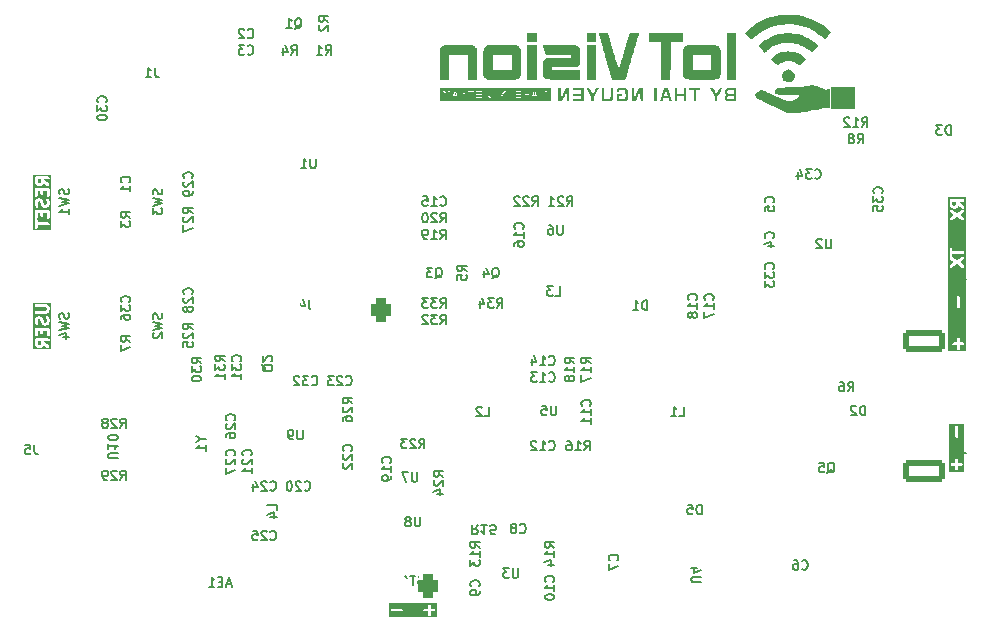
<source format=gbo>
G04 #@! TF.GenerationSoftware,KiCad,Pcbnew,8.0.2-8.0.2-0~ubuntu23.10.1*
G04 #@! TF.CreationDate,2024-05-02T10:42:59+07:00*
G04 #@! TF.ProjectId,Node_RS232,4e6f6465-5f52-4533-9233-322e6b696361,rev?*
G04 #@! TF.SameCoordinates,Original*
G04 #@! TF.FileFunction,Legend,Bot*
G04 #@! TF.FilePolarity,Positive*
%FSLAX46Y46*%
G04 Gerber Fmt 4.6, Leading zero omitted, Abs format (unit mm)*
G04 Created by KiCad (PCBNEW 8.0.2-8.0.2-0~ubuntu23.10.1) date 2024-05-02 10:42:59*
%MOMM*%
%LPD*%
G01*
G04 APERTURE LIST*
G04 Aperture macros list*
%AMRoundRect*
0 Rectangle with rounded corners*
0 $1 Rounding radius*
0 $2 $3 $4 $5 $6 $7 $8 $9 X,Y pos of 4 corners*
0 Add a 4 corners polygon primitive as box body*
4,1,4,$2,$3,$4,$5,$6,$7,$8,$9,$2,$3,0*
0 Add four circle primitives for the rounded corners*
1,1,$1+$1,$2,$3*
1,1,$1+$1,$4,$5*
1,1,$1+$1,$6,$7*
1,1,$1+$1,$8,$9*
0 Add four rect primitives between the rounded corners*
20,1,$1+$1,$2,$3,$4,$5,0*
20,1,$1+$1,$4,$5,$6,$7,0*
20,1,$1+$1,$6,$7,$8,$9,0*
20,1,$1+$1,$8,$9,$2,$3,0*%
G04 Aperture macros list end*
%ADD10C,0.250000*%
%ADD11C,0.200000*%
%ADD12C,0.000000*%
%ADD13C,0.650000*%
%ADD14O,2.100000X1.000000*%
%ADD15O,1.600000X1.000000*%
%ADD16C,2.000000*%
%ADD17C,2.500000*%
%ADD18RoundRect,0.425000X-0.425000X0.550000X-0.425000X-0.550000X0.425000X-0.550000X0.425000X0.550000X0*%
%ADD19O,1.700000X1.950000*%
%ADD20C,1.500000*%
%ADD21RoundRect,0.250000X1.550000X-0.650000X1.550000X0.650000X-1.550000X0.650000X-1.550000X-0.650000X0*%
%ADD22O,3.600000X1.800000*%
%ADD23R,1.700000X1.700000*%
%ADD24O,1.700000X1.700000*%
G04 APERTURE END LIST*
D10*
G36*
X103799787Y-93319856D02*
G01*
X103798457Y-93325861D01*
X103799870Y-93333869D01*
X103800492Y-93438850D01*
X103775862Y-93490457D01*
X103756725Y-93510623D01*
X103705744Y-93537294D01*
X103621694Y-93538501D01*
X103571065Y-93514338D01*
X103550899Y-93495201D01*
X103524460Y-93444664D01*
X103523100Y-93215186D01*
X103799163Y-93214539D01*
X103799787Y-93319856D01*
G37*
G36*
X104649619Y-93911904D02*
G01*
X103149619Y-93911904D01*
X103149619Y-93090476D01*
X103274619Y-93090476D01*
X103276763Y-93452304D01*
X103275600Y-93455794D01*
X103276891Y-93473964D01*
X103277021Y-93495814D01*
X103278739Y-93499962D01*
X103279058Y-93504444D01*
X103287816Y-93527330D01*
X103337901Y-93623066D01*
X103343305Y-93636112D01*
X103347224Y-93640888D01*
X103348489Y-93643305D01*
X103350983Y-93645468D01*
X103358850Y-93655054D01*
X103410174Y-93703759D01*
X103418218Y-93713034D01*
X103423354Y-93716267D01*
X103425410Y-93718218D01*
X103428460Y-93719481D01*
X103438955Y-93726088D01*
X103519195Y-93764384D01*
X103520649Y-93765838D01*
X103532698Y-93770829D01*
X103557079Y-93782465D01*
X103561559Y-93782783D01*
X103565709Y-93784502D01*
X103590095Y-93786904D01*
X103714884Y-93785111D01*
X103717318Y-93785923D01*
X103732238Y-93784862D01*
X103757338Y-93784502D01*
X103761486Y-93782783D01*
X103765968Y-93782465D01*
X103788854Y-93773707D01*
X103884590Y-93723621D01*
X103897636Y-93718218D01*
X103902412Y-93714298D01*
X103904829Y-93713034D01*
X103906992Y-93710539D01*
X103916578Y-93702673D01*
X103965283Y-93651348D01*
X103974558Y-93643305D01*
X103977791Y-93638168D01*
X103979742Y-93636113D01*
X103981005Y-93633062D01*
X103987612Y-93622568D01*
X104022489Y-93549489D01*
X104349292Y-93776325D01*
X104396909Y-93786875D01*
X104444941Y-93778399D01*
X104486071Y-93752187D01*
X104514040Y-93712232D01*
X104524590Y-93664614D01*
X104516114Y-93616583D01*
X104489902Y-93575452D01*
X104471302Y-93559500D01*
X104047205Y-93265132D01*
X104046902Y-93213958D01*
X104424005Y-93213074D01*
X104469065Y-93194410D01*
X104503553Y-93159922D01*
X104522217Y-93114862D01*
X104522217Y-93066090D01*
X104503553Y-93021030D01*
X104469065Y-92986542D01*
X104424005Y-92967878D01*
X104399619Y-92965476D01*
X103375233Y-92967878D01*
X103330173Y-92986542D01*
X103295685Y-93021030D01*
X103277021Y-93066090D01*
X103274619Y-93090476D01*
X103149619Y-93090476D01*
X103149619Y-92185714D01*
X103274619Y-92185714D01*
X103277021Y-92686290D01*
X103295685Y-92731350D01*
X103330173Y-92765838D01*
X103375233Y-92784502D01*
X103424005Y-92784502D01*
X103469065Y-92765838D01*
X103503553Y-92731350D01*
X103522217Y-92686290D01*
X103524619Y-92661904D01*
X103522932Y-92310424D01*
X103751642Y-92309888D01*
X103753211Y-92543433D01*
X103771875Y-92588493D01*
X103806363Y-92622981D01*
X103851423Y-92641645D01*
X103900195Y-92641645D01*
X103945255Y-92622981D01*
X103979743Y-92588493D01*
X103998407Y-92543433D01*
X104000809Y-92519047D01*
X103999400Y-92309307D01*
X104275208Y-92308660D01*
X104277021Y-92686290D01*
X104295685Y-92731350D01*
X104330173Y-92765838D01*
X104375233Y-92784502D01*
X104424005Y-92784502D01*
X104469065Y-92765838D01*
X104503553Y-92731350D01*
X104522217Y-92686290D01*
X104524619Y-92661904D01*
X104522217Y-92161328D01*
X104503553Y-92116268D01*
X104469065Y-92081780D01*
X104424005Y-92063116D01*
X104399619Y-92060714D01*
X103375233Y-92063116D01*
X103330173Y-92081780D01*
X103295685Y-92116268D01*
X103277021Y-92161328D01*
X103274619Y-92185714D01*
X103149619Y-92185714D01*
X103149619Y-91376190D01*
X103274619Y-91376190D01*
X103276788Y-91613214D01*
X103275601Y-91629919D01*
X103276997Y-91636058D01*
X103277021Y-91638671D01*
X103278284Y-91641722D01*
X103281034Y-91653813D01*
X103338643Y-91819045D01*
X103370598Y-91855891D01*
X103414222Y-91877703D01*
X103462872Y-91881160D01*
X103509141Y-91865737D01*
X103545987Y-91833781D01*
X103567799Y-91790157D01*
X103571256Y-91741507D01*
X103565823Y-91717613D01*
X103524479Y-91599033D01*
X103522734Y-91408388D01*
X103547184Y-91357159D01*
X103566321Y-91336994D01*
X103617611Y-91310161D01*
X103654377Y-91309423D01*
X103704363Y-91333279D01*
X103724528Y-91352416D01*
X103756255Y-91413062D01*
X103802043Y-91588093D01*
X103802867Y-91599682D01*
X103809844Y-91617915D01*
X103810405Y-91620058D01*
X103810941Y-91620782D01*
X103811625Y-91622568D01*
X103861710Y-91718304D01*
X103867114Y-91731350D01*
X103871033Y-91736126D01*
X103872298Y-91738543D01*
X103874792Y-91740706D01*
X103882659Y-91750292D01*
X103933983Y-91798997D01*
X103942027Y-91808272D01*
X103947163Y-91811505D01*
X103949219Y-91813456D01*
X103952269Y-91814719D01*
X103962764Y-91821326D01*
X104043004Y-91859622D01*
X104044458Y-91861076D01*
X104056507Y-91866067D01*
X104080888Y-91877703D01*
X104085368Y-91878021D01*
X104089518Y-91879740D01*
X104113904Y-91882142D01*
X104191761Y-91880578D01*
X104193508Y-91881161D01*
X104205614Y-91880300D01*
X104233528Y-91879740D01*
X104237676Y-91878021D01*
X104242158Y-91877703D01*
X104265044Y-91868945D01*
X104360778Y-91818860D01*
X104373825Y-91813457D01*
X104378602Y-91809536D01*
X104381019Y-91808272D01*
X104383182Y-91805777D01*
X104392767Y-91797912D01*
X104441477Y-91746584D01*
X104450749Y-91738543D01*
X104453980Y-91733409D01*
X104455933Y-91731352D01*
X104457197Y-91728298D01*
X104463803Y-91717806D01*
X104502099Y-91637565D01*
X104503553Y-91636112D01*
X104508544Y-91624062D01*
X104520180Y-91599682D01*
X104520498Y-91595201D01*
X104522217Y-91591052D01*
X104524619Y-91566666D01*
X104522449Y-91329641D01*
X104523637Y-91312936D01*
X104522240Y-91306796D01*
X104522217Y-91304185D01*
X104520953Y-91301135D01*
X104518204Y-91289042D01*
X104460595Y-91123811D01*
X104428640Y-91086965D01*
X104385015Y-91065153D01*
X104336366Y-91061696D01*
X104290097Y-91077119D01*
X104253251Y-91109074D01*
X104231439Y-91152699D01*
X104227982Y-91201348D01*
X104233415Y-91225242D01*
X104274758Y-91343822D01*
X104276503Y-91534466D01*
X104252053Y-91585694D01*
X104232915Y-91605861D01*
X104181625Y-91632694D01*
X104144860Y-91633432D01*
X104094874Y-91609576D01*
X104074708Y-91590439D01*
X104042981Y-91529793D01*
X103997193Y-91354760D01*
X103996370Y-91343174D01*
X103989392Y-91324940D01*
X103988832Y-91322798D01*
X103988295Y-91322073D01*
X103987612Y-91320288D01*
X103937528Y-91224554D01*
X103932123Y-91211505D01*
X103928201Y-91206727D01*
X103926939Y-91204313D01*
X103924447Y-91202151D01*
X103916578Y-91192563D01*
X103865256Y-91143861D01*
X103857210Y-91134584D01*
X103852070Y-91131348D01*
X103850017Y-91129400D01*
X103846970Y-91128138D01*
X103836472Y-91121529D01*
X103756232Y-91083233D01*
X103754779Y-91081780D01*
X103742730Y-91076789D01*
X103718349Y-91065153D01*
X103713867Y-91064834D01*
X103709719Y-91063116D01*
X103685333Y-91060714D01*
X103607472Y-91062277D01*
X103605728Y-91061696D01*
X103593636Y-91062555D01*
X103565709Y-91063116D01*
X103561559Y-91064834D01*
X103557079Y-91065153D01*
X103534193Y-91073911D01*
X103438459Y-91123994D01*
X103425410Y-91129400D01*
X103420632Y-91133321D01*
X103418218Y-91134584D01*
X103416056Y-91137075D01*
X103406468Y-91144945D01*
X103357766Y-91196266D01*
X103348489Y-91204313D01*
X103345253Y-91209452D01*
X103343305Y-91211506D01*
X103342043Y-91214552D01*
X103335434Y-91225051D01*
X103297138Y-91305290D01*
X103295685Y-91306744D01*
X103290694Y-91318792D01*
X103279058Y-91343174D01*
X103278739Y-91347655D01*
X103277021Y-91351804D01*
X103274619Y-91376190D01*
X103149619Y-91376190D01*
X103149619Y-90161328D01*
X103277021Y-90161328D01*
X103277021Y-90210100D01*
X103295685Y-90255160D01*
X103330173Y-90289648D01*
X103375233Y-90308312D01*
X103399619Y-90310714D01*
X104176204Y-90308477D01*
X104228173Y-90333280D01*
X104248338Y-90352416D01*
X104274921Y-90403228D01*
X104276391Y-90534701D01*
X104252053Y-90585694D01*
X104232915Y-90605861D01*
X104182534Y-90632218D01*
X103375233Y-90634544D01*
X103330173Y-90653208D01*
X103295685Y-90687696D01*
X103277021Y-90732756D01*
X103277021Y-90781528D01*
X103295685Y-90826588D01*
X103330173Y-90861076D01*
X103375233Y-90879740D01*
X103399619Y-90882142D01*
X104189624Y-90879866D01*
X104193508Y-90881161D01*
X104212653Y-90879800D01*
X104233528Y-90879740D01*
X104237676Y-90878021D01*
X104242158Y-90877703D01*
X104265044Y-90868945D01*
X104360778Y-90818860D01*
X104373825Y-90813457D01*
X104378602Y-90809536D01*
X104381019Y-90808272D01*
X104383182Y-90805777D01*
X104392767Y-90797912D01*
X104441477Y-90746584D01*
X104450749Y-90738543D01*
X104453980Y-90733409D01*
X104455933Y-90731352D01*
X104457197Y-90728298D01*
X104463803Y-90717806D01*
X104502099Y-90637565D01*
X104503553Y-90636112D01*
X104508544Y-90624062D01*
X104520180Y-90599682D01*
X104520498Y-90595201D01*
X104522217Y-90591052D01*
X104524619Y-90566666D01*
X104522695Y-90394646D01*
X104523637Y-90391823D01*
X104522482Y-90375580D01*
X104522217Y-90351804D01*
X104520498Y-90347654D01*
X104520180Y-90343174D01*
X104511422Y-90320288D01*
X104461340Y-90224558D01*
X104455933Y-90211504D01*
X104452011Y-90206725D01*
X104450749Y-90204313D01*
X104448256Y-90202151D01*
X104440387Y-90192563D01*
X104389065Y-90143861D01*
X104381019Y-90134584D01*
X104375879Y-90131348D01*
X104373825Y-90129399D01*
X104370777Y-90128136D01*
X104360281Y-90121529D01*
X104280041Y-90083233D01*
X104278588Y-90081780D01*
X104266539Y-90076789D01*
X104242158Y-90065153D01*
X104237676Y-90064834D01*
X104233528Y-90063116D01*
X104209142Y-90060714D01*
X103375233Y-90063116D01*
X103330173Y-90081780D01*
X103295685Y-90116268D01*
X103277021Y-90161328D01*
X103149619Y-90161328D01*
X103149619Y-89935714D01*
X104649619Y-89935714D01*
X104649619Y-93911904D01*
G37*
G36*
X181959883Y-104259502D02*
G01*
X180702782Y-104259502D01*
X180702782Y-103606566D01*
X180827782Y-103606566D01*
X180827782Y-103655338D01*
X180846446Y-103700398D01*
X180880934Y-103734886D01*
X180925994Y-103753550D01*
X180950380Y-103755952D01*
X181207876Y-103755165D01*
X181208735Y-104036290D01*
X181227399Y-104081350D01*
X181261887Y-104115838D01*
X181306947Y-104134502D01*
X181355719Y-104134502D01*
X181400779Y-104115838D01*
X181435267Y-104081350D01*
X181453931Y-104036290D01*
X181456333Y-104011904D01*
X181455546Y-103754408D01*
X181736671Y-103753550D01*
X181781731Y-103734886D01*
X181816219Y-103700398D01*
X181834883Y-103655338D01*
X181834883Y-103606566D01*
X181816219Y-103561506D01*
X181781731Y-103527018D01*
X181736671Y-103508354D01*
X181712285Y-103505952D01*
X181454789Y-103506738D01*
X181453931Y-103225614D01*
X181435267Y-103180554D01*
X181400779Y-103146066D01*
X181355719Y-103127402D01*
X181306947Y-103127402D01*
X181261887Y-103146066D01*
X181227399Y-103180554D01*
X181208735Y-103225614D01*
X181206333Y-103250000D01*
X181207119Y-103507495D01*
X180925994Y-103508354D01*
X180880934Y-103527018D01*
X180846446Y-103561506D01*
X180827782Y-103606566D01*
X180702782Y-103606566D01*
X180702782Y-100488095D01*
X181206333Y-100488095D01*
X181208735Y-101274385D01*
X181227399Y-101319445D01*
X181261887Y-101353933D01*
X181306947Y-101372597D01*
X181355719Y-101372597D01*
X181400779Y-101353933D01*
X181435267Y-101319445D01*
X181453931Y-101274385D01*
X181456333Y-101249999D01*
X181453931Y-100463709D01*
X181435267Y-100418649D01*
X181400779Y-100384161D01*
X181355719Y-100365497D01*
X181306947Y-100365497D01*
X181261887Y-100384161D01*
X181227399Y-100418649D01*
X181208735Y-100463709D01*
X181206333Y-100488095D01*
X180702782Y-100488095D01*
X180702782Y-100240497D01*
X181959883Y-100240497D01*
X181959883Y-104259502D01*
G37*
G36*
X103799787Y-79605570D02*
G01*
X103798457Y-79611575D01*
X103799870Y-79619583D01*
X103800492Y-79724564D01*
X103775862Y-79776171D01*
X103756725Y-79796337D01*
X103705744Y-79823008D01*
X103621694Y-79824215D01*
X103571065Y-79800052D01*
X103550899Y-79780915D01*
X103524460Y-79730378D01*
X103523100Y-79500900D01*
X103799163Y-79500253D01*
X103799787Y-79605570D01*
G37*
G36*
X104649619Y-83814264D02*
G01*
X103149619Y-83814264D01*
X103149619Y-82995238D01*
X103274619Y-82995238D01*
X103277021Y-83591052D01*
X103295685Y-83636112D01*
X103330173Y-83670600D01*
X103375233Y-83689264D01*
X103424005Y-83689264D01*
X103469065Y-83670600D01*
X103503553Y-83636112D01*
X103522217Y-83591052D01*
X103524619Y-83566666D01*
X103523969Y-83405660D01*
X104424005Y-83403550D01*
X104469065Y-83384886D01*
X104503553Y-83350398D01*
X104522217Y-83305338D01*
X104522217Y-83256566D01*
X104503553Y-83211506D01*
X104469065Y-83177018D01*
X104424005Y-83158354D01*
X104399619Y-83155952D01*
X103522971Y-83158007D01*
X103522217Y-82970852D01*
X103503553Y-82925792D01*
X103469065Y-82891304D01*
X103424005Y-82872640D01*
X103375233Y-82872640D01*
X103330173Y-82891304D01*
X103295685Y-82925792D01*
X103277021Y-82970852D01*
X103274619Y-82995238D01*
X103149619Y-82995238D01*
X103149619Y-82233333D01*
X103274619Y-82233333D01*
X103277021Y-82733909D01*
X103295685Y-82778969D01*
X103330173Y-82813457D01*
X103375233Y-82832121D01*
X103424005Y-82832121D01*
X103469065Y-82813457D01*
X103503553Y-82778969D01*
X103522217Y-82733909D01*
X103524619Y-82709523D01*
X103522932Y-82358043D01*
X103751642Y-82357507D01*
X103753211Y-82591052D01*
X103771875Y-82636112D01*
X103806363Y-82670600D01*
X103851423Y-82689264D01*
X103900195Y-82689264D01*
X103945255Y-82670600D01*
X103979743Y-82636112D01*
X103998407Y-82591052D01*
X104000809Y-82566666D01*
X103999400Y-82356926D01*
X104275208Y-82356279D01*
X104277021Y-82733909D01*
X104295685Y-82778969D01*
X104330173Y-82813457D01*
X104375233Y-82832121D01*
X104424005Y-82832121D01*
X104469065Y-82813457D01*
X104503553Y-82778969D01*
X104522217Y-82733909D01*
X104524619Y-82709523D01*
X104522217Y-82208947D01*
X104503553Y-82163887D01*
X104469065Y-82129399D01*
X104424005Y-82110735D01*
X104399619Y-82108333D01*
X103375233Y-82110735D01*
X103330173Y-82129399D01*
X103295685Y-82163887D01*
X103277021Y-82208947D01*
X103274619Y-82233333D01*
X103149619Y-82233333D01*
X103149619Y-81423809D01*
X103274619Y-81423809D01*
X103276788Y-81660833D01*
X103275601Y-81677538D01*
X103276997Y-81683677D01*
X103277021Y-81686290D01*
X103278284Y-81689341D01*
X103281034Y-81701432D01*
X103338643Y-81866664D01*
X103370598Y-81903510D01*
X103414222Y-81925322D01*
X103462872Y-81928779D01*
X103509141Y-81913356D01*
X103545987Y-81881400D01*
X103567799Y-81837776D01*
X103571256Y-81789126D01*
X103565823Y-81765232D01*
X103524479Y-81646652D01*
X103522734Y-81456007D01*
X103547184Y-81404778D01*
X103566321Y-81384613D01*
X103617611Y-81357780D01*
X103654377Y-81357042D01*
X103704363Y-81380898D01*
X103724528Y-81400035D01*
X103756255Y-81460681D01*
X103802043Y-81635712D01*
X103802867Y-81647301D01*
X103809844Y-81665534D01*
X103810405Y-81667677D01*
X103810941Y-81668401D01*
X103811625Y-81670187D01*
X103861710Y-81765923D01*
X103867114Y-81778969D01*
X103871033Y-81783745D01*
X103872298Y-81786162D01*
X103874792Y-81788325D01*
X103882659Y-81797911D01*
X103933983Y-81846616D01*
X103942027Y-81855891D01*
X103947163Y-81859124D01*
X103949219Y-81861075D01*
X103952269Y-81862338D01*
X103962764Y-81868945D01*
X104043004Y-81907241D01*
X104044458Y-81908695D01*
X104056507Y-81913686D01*
X104080888Y-81925322D01*
X104085368Y-81925640D01*
X104089518Y-81927359D01*
X104113904Y-81929761D01*
X104191761Y-81928197D01*
X104193508Y-81928780D01*
X104205614Y-81927919D01*
X104233528Y-81927359D01*
X104237676Y-81925640D01*
X104242158Y-81925322D01*
X104265044Y-81916564D01*
X104360778Y-81866479D01*
X104373825Y-81861076D01*
X104378602Y-81857155D01*
X104381019Y-81855891D01*
X104383182Y-81853396D01*
X104392767Y-81845531D01*
X104441477Y-81794203D01*
X104450749Y-81786162D01*
X104453980Y-81781028D01*
X104455933Y-81778971D01*
X104457197Y-81775917D01*
X104463803Y-81765425D01*
X104502099Y-81685184D01*
X104503553Y-81683731D01*
X104508544Y-81671681D01*
X104520180Y-81647301D01*
X104520498Y-81642820D01*
X104522217Y-81638671D01*
X104524619Y-81614285D01*
X104522449Y-81377260D01*
X104523637Y-81360555D01*
X104522240Y-81354415D01*
X104522217Y-81351804D01*
X104520953Y-81348754D01*
X104518204Y-81336661D01*
X104460595Y-81171430D01*
X104428640Y-81134584D01*
X104385015Y-81112772D01*
X104336366Y-81109315D01*
X104290097Y-81124738D01*
X104253251Y-81156693D01*
X104231439Y-81200318D01*
X104227982Y-81248967D01*
X104233415Y-81272861D01*
X104274758Y-81391441D01*
X104276503Y-81582085D01*
X104252053Y-81633313D01*
X104232915Y-81653480D01*
X104181625Y-81680313D01*
X104144860Y-81681051D01*
X104094874Y-81657195D01*
X104074708Y-81638058D01*
X104042981Y-81577412D01*
X103997193Y-81402379D01*
X103996370Y-81390793D01*
X103989392Y-81372559D01*
X103988832Y-81370417D01*
X103988295Y-81369692D01*
X103987612Y-81367907D01*
X103937528Y-81272173D01*
X103932123Y-81259124D01*
X103928201Y-81254346D01*
X103926939Y-81251932D01*
X103924447Y-81249770D01*
X103916578Y-81240182D01*
X103865256Y-81191480D01*
X103857210Y-81182203D01*
X103852070Y-81178967D01*
X103850017Y-81177019D01*
X103846970Y-81175757D01*
X103836472Y-81169148D01*
X103756232Y-81130852D01*
X103754779Y-81129399D01*
X103742730Y-81124408D01*
X103718349Y-81112772D01*
X103713867Y-81112453D01*
X103709719Y-81110735D01*
X103685333Y-81108333D01*
X103607472Y-81109896D01*
X103605728Y-81109315D01*
X103593636Y-81110174D01*
X103565709Y-81110735D01*
X103561559Y-81112453D01*
X103557079Y-81112772D01*
X103534193Y-81121530D01*
X103438459Y-81171613D01*
X103425410Y-81177019D01*
X103420632Y-81180940D01*
X103418218Y-81182203D01*
X103416056Y-81184694D01*
X103406468Y-81192564D01*
X103357766Y-81243885D01*
X103348489Y-81251932D01*
X103345253Y-81257071D01*
X103343305Y-81259125D01*
X103342043Y-81262171D01*
X103335434Y-81272670D01*
X103297138Y-81352909D01*
X103295685Y-81354363D01*
X103290694Y-81366411D01*
X103279058Y-81390793D01*
X103278739Y-81395274D01*
X103277021Y-81399423D01*
X103274619Y-81423809D01*
X103149619Y-81423809D01*
X103149619Y-80376190D01*
X103274619Y-80376190D01*
X103277021Y-80876766D01*
X103295685Y-80921826D01*
X103330173Y-80956314D01*
X103375233Y-80974978D01*
X103424005Y-80974978D01*
X103469065Y-80956314D01*
X103503553Y-80921826D01*
X103522217Y-80876766D01*
X103524619Y-80852380D01*
X103522932Y-80500900D01*
X103751642Y-80500364D01*
X103753211Y-80733909D01*
X103771875Y-80778969D01*
X103806363Y-80813457D01*
X103851423Y-80832121D01*
X103900195Y-80832121D01*
X103945255Y-80813457D01*
X103979743Y-80778969D01*
X103998407Y-80733909D01*
X104000809Y-80709523D01*
X103999400Y-80499783D01*
X104275208Y-80499136D01*
X104277021Y-80876766D01*
X104295685Y-80921826D01*
X104330173Y-80956314D01*
X104375233Y-80974978D01*
X104424005Y-80974978D01*
X104469065Y-80956314D01*
X104503553Y-80921826D01*
X104522217Y-80876766D01*
X104524619Y-80852380D01*
X104522217Y-80351804D01*
X104503553Y-80306744D01*
X104469065Y-80272256D01*
X104424005Y-80253592D01*
X104399619Y-80251190D01*
X103375233Y-80253592D01*
X103330173Y-80272256D01*
X103295685Y-80306744D01*
X103277021Y-80351804D01*
X103274619Y-80376190D01*
X103149619Y-80376190D01*
X103149619Y-79376190D01*
X103274619Y-79376190D01*
X103276763Y-79738018D01*
X103275600Y-79741508D01*
X103276891Y-79759678D01*
X103277021Y-79781528D01*
X103278739Y-79785676D01*
X103279058Y-79790158D01*
X103287816Y-79813044D01*
X103337901Y-79908780D01*
X103343305Y-79921826D01*
X103347224Y-79926602D01*
X103348489Y-79929019D01*
X103350983Y-79931182D01*
X103358850Y-79940768D01*
X103410174Y-79989473D01*
X103418218Y-79998748D01*
X103423354Y-80001981D01*
X103425410Y-80003932D01*
X103428460Y-80005195D01*
X103438955Y-80011802D01*
X103519195Y-80050098D01*
X103520649Y-80051552D01*
X103532698Y-80056543D01*
X103557079Y-80068179D01*
X103561559Y-80068497D01*
X103565709Y-80070216D01*
X103590095Y-80072618D01*
X103714884Y-80070825D01*
X103717318Y-80071637D01*
X103732238Y-80070576D01*
X103757338Y-80070216D01*
X103761486Y-80068497D01*
X103765968Y-80068179D01*
X103788854Y-80059421D01*
X103884590Y-80009335D01*
X103897636Y-80003932D01*
X103902412Y-80000012D01*
X103904829Y-79998748D01*
X103906992Y-79996253D01*
X103916578Y-79988387D01*
X103965283Y-79937062D01*
X103974558Y-79929019D01*
X103977791Y-79923882D01*
X103979742Y-79921827D01*
X103981005Y-79918776D01*
X103987612Y-79908282D01*
X104022489Y-79835203D01*
X104349292Y-80062039D01*
X104396909Y-80072589D01*
X104444941Y-80064113D01*
X104486071Y-80037901D01*
X104514040Y-79997946D01*
X104524590Y-79950328D01*
X104516114Y-79902297D01*
X104489902Y-79861166D01*
X104471302Y-79845214D01*
X104047205Y-79550846D01*
X104046902Y-79499672D01*
X104424005Y-79498788D01*
X104469065Y-79480124D01*
X104503553Y-79445636D01*
X104522217Y-79400576D01*
X104522217Y-79351804D01*
X104503553Y-79306744D01*
X104469065Y-79272256D01*
X104424005Y-79253592D01*
X104399619Y-79251190D01*
X103375233Y-79253592D01*
X103330173Y-79272256D01*
X103295685Y-79306744D01*
X103277021Y-79351804D01*
X103274619Y-79376190D01*
X103149619Y-79376190D01*
X103149619Y-79126190D01*
X104649619Y-79126190D01*
X104649619Y-83814264D01*
G37*
G36*
X181249787Y-81517474D02*
G01*
X181248457Y-81523479D01*
X181249870Y-81531487D01*
X181250492Y-81636468D01*
X181225862Y-81688075D01*
X181206725Y-81708241D01*
X181155744Y-81734912D01*
X181071694Y-81736119D01*
X181021065Y-81711956D01*
X181000899Y-81692819D01*
X180974460Y-81642282D01*
X180973100Y-81412804D01*
X181249163Y-81412157D01*
X181249787Y-81517474D01*
G37*
G36*
X182099619Y-94059504D02*
G01*
X180599619Y-94059504D01*
X180599619Y-93406567D01*
X180965116Y-93406567D01*
X180965116Y-93455339D01*
X180983780Y-93500399D01*
X181018268Y-93534887D01*
X181063328Y-93553551D01*
X181087714Y-93555953D01*
X181345209Y-93555166D01*
X181346068Y-93836292D01*
X181364732Y-93881352D01*
X181399220Y-93915840D01*
X181444280Y-93934504D01*
X181493052Y-93934504D01*
X181538112Y-93915840D01*
X181572600Y-93881352D01*
X181591264Y-93836292D01*
X181593666Y-93811906D01*
X181592879Y-93554409D01*
X181874005Y-93553551D01*
X181919065Y-93534887D01*
X181953553Y-93500399D01*
X181972217Y-93455339D01*
X181972217Y-93406567D01*
X181953553Y-93361507D01*
X181919065Y-93327019D01*
X181874005Y-93308355D01*
X181849619Y-93305953D01*
X181592122Y-93306739D01*
X181591264Y-93025615D01*
X181572600Y-92980555D01*
X181538112Y-92946067D01*
X181493052Y-92927403D01*
X181444280Y-92927403D01*
X181399220Y-92946067D01*
X181364732Y-92980555D01*
X181346068Y-93025615D01*
X181343666Y-93050001D01*
X181344452Y-93307496D01*
X181063328Y-93308355D01*
X181018268Y-93327019D01*
X180983780Y-93361507D01*
X180965116Y-93406567D01*
X180599619Y-93406567D01*
X180599619Y-89526191D01*
X181343666Y-89526191D01*
X181346068Y-90312482D01*
X181364732Y-90357542D01*
X181399220Y-90392030D01*
X181444280Y-90410694D01*
X181493052Y-90410694D01*
X181538112Y-90392030D01*
X181572600Y-90357542D01*
X181591264Y-90312482D01*
X181593666Y-90288096D01*
X181591264Y-89501805D01*
X181572600Y-89456745D01*
X181538112Y-89422257D01*
X181493052Y-89403593D01*
X181444280Y-89403593D01*
X181399220Y-89422257D01*
X181364732Y-89456745D01*
X181346068Y-89501805D01*
X181343666Y-89526191D01*
X180599619Y-89526191D01*
X180599619Y-85383333D01*
X180724619Y-85383333D01*
X180727021Y-85979147D01*
X180745685Y-86024207D01*
X180780173Y-86058695D01*
X180817660Y-86074222D01*
X180801662Y-86077422D01*
X180761138Y-86104562D01*
X180734084Y-86145142D01*
X180724619Y-86192987D01*
X180734184Y-86240814D01*
X180761324Y-86281338D01*
X180780282Y-86296863D01*
X181126395Y-86526627D01*
X180761324Y-86771042D01*
X180734184Y-86811566D01*
X180724619Y-86859393D01*
X180734084Y-86907238D01*
X180761138Y-86947818D01*
X180801662Y-86974958D01*
X180849489Y-86984523D01*
X180897334Y-86975058D01*
X180918956Y-86963529D01*
X181349910Y-86675005D01*
X181801904Y-86975058D01*
X181849749Y-86984523D01*
X181897576Y-86974958D01*
X181938100Y-86947818D01*
X181965154Y-86907238D01*
X181974619Y-86859393D01*
X181965054Y-86811566D01*
X181937914Y-86771042D01*
X181918956Y-86755517D01*
X181572842Y-86525752D01*
X181937914Y-86281338D01*
X181965054Y-86240814D01*
X181974619Y-86192987D01*
X181965154Y-86145142D01*
X181938100Y-86104562D01*
X181897576Y-86077422D01*
X181849749Y-86067857D01*
X181801904Y-86077322D01*
X181780281Y-86088851D01*
X181349327Y-86377374D01*
X180897334Y-86077322D01*
X180881606Y-86074210D01*
X180919065Y-86058695D01*
X180953553Y-86024207D01*
X180972217Y-85979147D01*
X180974619Y-85954761D01*
X180973969Y-85793755D01*
X181874005Y-85791645D01*
X181919065Y-85772981D01*
X181953553Y-85738493D01*
X181972217Y-85693433D01*
X181972217Y-85644661D01*
X181953553Y-85599601D01*
X181919065Y-85565113D01*
X181874005Y-85546449D01*
X181849619Y-85544047D01*
X180972971Y-85546102D01*
X180972217Y-85358947D01*
X180953553Y-85313887D01*
X180919065Y-85279399D01*
X180874005Y-85260735D01*
X180825233Y-85260735D01*
X180780173Y-85279399D01*
X180745685Y-85313887D01*
X180727021Y-85358947D01*
X180724619Y-85383333D01*
X180599619Y-85383333D01*
X180599619Y-82192986D01*
X180724619Y-82192986D01*
X180734184Y-82240813D01*
X180761324Y-82281337D01*
X180780282Y-82296862D01*
X181126395Y-82526626D01*
X180761324Y-82771041D01*
X180734184Y-82811565D01*
X180724619Y-82859392D01*
X180734084Y-82907237D01*
X180761138Y-82947817D01*
X180801662Y-82974957D01*
X180849489Y-82984522D01*
X180897334Y-82975057D01*
X180918956Y-82963528D01*
X181349910Y-82675004D01*
X181801904Y-82975057D01*
X181849749Y-82984522D01*
X181897576Y-82974957D01*
X181938100Y-82947817D01*
X181965154Y-82907237D01*
X181974619Y-82859392D01*
X181965054Y-82811565D01*
X181937914Y-82771041D01*
X181918956Y-82755516D01*
X181572842Y-82525751D01*
X181937914Y-82281337D01*
X181965054Y-82240813D01*
X181974619Y-82192986D01*
X181965154Y-82145141D01*
X181938100Y-82104561D01*
X181897576Y-82077421D01*
X181849749Y-82067856D01*
X181801904Y-82077321D01*
X181780281Y-82088850D01*
X181349327Y-82377373D01*
X180897334Y-82077321D01*
X180849489Y-82067856D01*
X180801662Y-82077421D01*
X180761138Y-82104561D01*
X180734084Y-82145141D01*
X180724619Y-82192986D01*
X180599619Y-82192986D01*
X180599619Y-81288094D01*
X180724619Y-81288094D01*
X180726763Y-81649922D01*
X180725600Y-81653412D01*
X180726891Y-81671582D01*
X180727021Y-81693432D01*
X180728739Y-81697580D01*
X180729058Y-81702062D01*
X180737816Y-81724948D01*
X180787901Y-81820684D01*
X180793305Y-81833730D01*
X180797224Y-81838506D01*
X180798489Y-81840923D01*
X180800983Y-81843086D01*
X180808850Y-81852672D01*
X180860174Y-81901377D01*
X180868218Y-81910652D01*
X180873354Y-81913885D01*
X180875410Y-81915836D01*
X180878460Y-81917099D01*
X180888955Y-81923706D01*
X180969195Y-81962002D01*
X180970649Y-81963456D01*
X180982698Y-81968447D01*
X181007079Y-81980083D01*
X181011559Y-81980401D01*
X181015709Y-81982120D01*
X181040095Y-81984522D01*
X181164884Y-81982729D01*
X181167318Y-81983541D01*
X181182238Y-81982480D01*
X181207338Y-81982120D01*
X181211486Y-81980401D01*
X181215968Y-81980083D01*
X181238854Y-81971325D01*
X181334590Y-81921239D01*
X181347636Y-81915836D01*
X181352412Y-81911916D01*
X181354829Y-81910652D01*
X181356992Y-81908157D01*
X181366578Y-81900291D01*
X181415283Y-81848966D01*
X181424558Y-81840923D01*
X181427791Y-81835786D01*
X181429742Y-81833731D01*
X181431005Y-81830680D01*
X181437612Y-81820186D01*
X181472489Y-81747107D01*
X181799292Y-81973943D01*
X181846909Y-81984493D01*
X181894941Y-81976017D01*
X181936071Y-81949805D01*
X181964040Y-81909850D01*
X181974590Y-81862232D01*
X181966114Y-81814201D01*
X181939902Y-81773070D01*
X181921302Y-81757118D01*
X181497205Y-81462750D01*
X181496902Y-81411576D01*
X181874005Y-81410692D01*
X181919065Y-81392028D01*
X181953553Y-81357540D01*
X181972217Y-81312480D01*
X181972217Y-81263708D01*
X181953553Y-81218648D01*
X181919065Y-81184160D01*
X181874005Y-81165496D01*
X181849619Y-81163094D01*
X180825233Y-81165496D01*
X180780173Y-81184160D01*
X180745685Y-81218648D01*
X180727021Y-81263708D01*
X180724619Y-81288094D01*
X180599619Y-81288094D01*
X180599619Y-81038094D01*
X182099619Y-81038094D01*
X182099619Y-94059504D01*
G37*
G36*
X137309502Y-116597217D02*
G01*
X133290497Y-116597217D01*
X133290497Y-115944280D01*
X133415497Y-115944280D01*
X133415497Y-115993052D01*
X133434161Y-116038112D01*
X133468649Y-116072600D01*
X133513709Y-116091264D01*
X133538095Y-116093666D01*
X134324385Y-116091264D01*
X134369445Y-116072600D01*
X134403933Y-116038112D01*
X134422597Y-115993052D01*
X134422597Y-115944280D01*
X136177402Y-115944280D01*
X136177402Y-115993052D01*
X136196066Y-116038112D01*
X136230554Y-116072600D01*
X136275614Y-116091264D01*
X136300000Y-116093666D01*
X136557495Y-116092879D01*
X136558354Y-116374005D01*
X136577018Y-116419065D01*
X136611506Y-116453553D01*
X136656566Y-116472217D01*
X136705338Y-116472217D01*
X136750398Y-116453553D01*
X136784886Y-116419065D01*
X136803550Y-116374005D01*
X136805952Y-116349619D01*
X136805165Y-116092122D01*
X137086290Y-116091264D01*
X137131350Y-116072600D01*
X137165838Y-116038112D01*
X137184502Y-115993052D01*
X137184502Y-115944280D01*
X137165838Y-115899220D01*
X137131350Y-115864732D01*
X137086290Y-115846068D01*
X137061904Y-115843666D01*
X136804408Y-115844452D01*
X136803550Y-115563328D01*
X136784886Y-115518268D01*
X136750398Y-115483780D01*
X136705338Y-115465116D01*
X136656566Y-115465116D01*
X136611506Y-115483780D01*
X136577018Y-115518268D01*
X136558354Y-115563328D01*
X136555952Y-115587714D01*
X136556738Y-115845209D01*
X136275614Y-115846068D01*
X136230554Y-115864732D01*
X136196066Y-115899220D01*
X136177402Y-115944280D01*
X134422597Y-115944280D01*
X134403933Y-115899220D01*
X134369445Y-115864732D01*
X134324385Y-115846068D01*
X134299999Y-115843666D01*
X133513709Y-115846068D01*
X133468649Y-115864732D01*
X133434161Y-115899220D01*
X133415497Y-115944280D01*
X133290497Y-115944280D01*
X133290497Y-115340116D01*
X137309502Y-115340116D01*
X137309502Y-116597217D01*
G37*
D11*
X116583504Y-89210714D02*
X116621600Y-89172618D01*
X116621600Y-89172618D02*
X116659695Y-89058333D01*
X116659695Y-89058333D02*
X116659695Y-88982142D01*
X116659695Y-88982142D02*
X116621600Y-88867856D01*
X116621600Y-88867856D02*
X116545409Y-88791666D01*
X116545409Y-88791666D02*
X116469219Y-88753571D01*
X116469219Y-88753571D02*
X116316838Y-88715475D01*
X116316838Y-88715475D02*
X116202552Y-88715475D01*
X116202552Y-88715475D02*
X116050171Y-88753571D01*
X116050171Y-88753571D02*
X115973980Y-88791666D01*
X115973980Y-88791666D02*
X115897790Y-88867856D01*
X115897790Y-88867856D02*
X115859695Y-88982142D01*
X115859695Y-88982142D02*
X115859695Y-89058333D01*
X115859695Y-89058333D02*
X115897790Y-89172618D01*
X115897790Y-89172618D02*
X115935885Y-89210714D01*
X115935885Y-89515475D02*
X115897790Y-89553571D01*
X115897790Y-89553571D02*
X115859695Y-89629761D01*
X115859695Y-89629761D02*
X115859695Y-89820237D01*
X115859695Y-89820237D02*
X115897790Y-89896428D01*
X115897790Y-89896428D02*
X115935885Y-89934523D01*
X115935885Y-89934523D02*
X116012076Y-89972618D01*
X116012076Y-89972618D02*
X116088266Y-89972618D01*
X116088266Y-89972618D02*
X116202552Y-89934523D01*
X116202552Y-89934523D02*
X116659695Y-89477380D01*
X116659695Y-89477380D02*
X116659695Y-89972618D01*
X116202552Y-90429761D02*
X116164457Y-90353571D01*
X116164457Y-90353571D02*
X116126361Y-90315476D01*
X116126361Y-90315476D02*
X116050171Y-90277380D01*
X116050171Y-90277380D02*
X116012076Y-90277380D01*
X116012076Y-90277380D02*
X115935885Y-90315476D01*
X115935885Y-90315476D02*
X115897790Y-90353571D01*
X115897790Y-90353571D02*
X115859695Y-90429761D01*
X115859695Y-90429761D02*
X115859695Y-90582142D01*
X115859695Y-90582142D02*
X115897790Y-90658333D01*
X115897790Y-90658333D02*
X115935885Y-90696428D01*
X115935885Y-90696428D02*
X116012076Y-90734523D01*
X116012076Y-90734523D02*
X116050171Y-90734523D01*
X116050171Y-90734523D02*
X116126361Y-90696428D01*
X116126361Y-90696428D02*
X116164457Y-90658333D01*
X116164457Y-90658333D02*
X116202552Y-90582142D01*
X116202552Y-90582142D02*
X116202552Y-90429761D01*
X116202552Y-90429761D02*
X116240647Y-90353571D01*
X116240647Y-90353571D02*
X116278742Y-90315476D01*
X116278742Y-90315476D02*
X116354933Y-90277380D01*
X116354933Y-90277380D02*
X116507314Y-90277380D01*
X116507314Y-90277380D02*
X116583504Y-90315476D01*
X116583504Y-90315476D02*
X116621600Y-90353571D01*
X116621600Y-90353571D02*
X116659695Y-90429761D01*
X116659695Y-90429761D02*
X116659695Y-90582142D01*
X116659695Y-90582142D02*
X116621600Y-90658333D01*
X116621600Y-90658333D02*
X116583504Y-90696428D01*
X116583504Y-90696428D02*
X116507314Y-90734523D01*
X116507314Y-90734523D02*
X116354933Y-90734523D01*
X116354933Y-90734523D02*
X116278742Y-90696428D01*
X116278742Y-90696428D02*
X116240647Y-90658333D01*
X116240647Y-90658333D02*
X116202552Y-90582142D01*
X148314285Y-81759695D02*
X148580952Y-81378742D01*
X148771428Y-81759695D02*
X148771428Y-80959695D01*
X148771428Y-80959695D02*
X148466666Y-80959695D01*
X148466666Y-80959695D02*
X148390476Y-80997790D01*
X148390476Y-80997790D02*
X148352381Y-81035885D01*
X148352381Y-81035885D02*
X148314285Y-81112076D01*
X148314285Y-81112076D02*
X148314285Y-81226361D01*
X148314285Y-81226361D02*
X148352381Y-81302552D01*
X148352381Y-81302552D02*
X148390476Y-81340647D01*
X148390476Y-81340647D02*
X148466666Y-81378742D01*
X148466666Y-81378742D02*
X148771428Y-81378742D01*
X148009524Y-81035885D02*
X147971428Y-80997790D01*
X147971428Y-80997790D02*
X147895238Y-80959695D01*
X147895238Y-80959695D02*
X147704762Y-80959695D01*
X147704762Y-80959695D02*
X147628571Y-80997790D01*
X147628571Y-80997790D02*
X147590476Y-81035885D01*
X147590476Y-81035885D02*
X147552381Y-81112076D01*
X147552381Y-81112076D02*
X147552381Y-81188266D01*
X147552381Y-81188266D02*
X147590476Y-81302552D01*
X147590476Y-81302552D02*
X148047619Y-81759695D01*
X148047619Y-81759695D02*
X147552381Y-81759695D01*
X146790476Y-81759695D02*
X147247619Y-81759695D01*
X147019047Y-81759695D02*
X147019047Y-80959695D01*
X147019047Y-80959695D02*
X147095238Y-81073980D01*
X147095238Y-81073980D02*
X147171428Y-81150171D01*
X147171428Y-81150171D02*
X147247619Y-81188266D01*
X147333333Y-89359695D02*
X147714285Y-89359695D01*
X147714285Y-89359695D02*
X147714285Y-88559695D01*
X147142857Y-88559695D02*
X146647619Y-88559695D01*
X146647619Y-88559695D02*
X146914285Y-88864457D01*
X146914285Y-88864457D02*
X146800000Y-88864457D01*
X146800000Y-88864457D02*
X146723809Y-88902552D01*
X146723809Y-88902552D02*
X146685714Y-88940647D01*
X146685714Y-88940647D02*
X146647619Y-89016838D01*
X146647619Y-89016838D02*
X146647619Y-89207314D01*
X146647619Y-89207314D02*
X146685714Y-89283504D01*
X146685714Y-89283504D02*
X146723809Y-89321600D01*
X146723809Y-89321600D02*
X146800000Y-89359695D01*
X146800000Y-89359695D02*
X147028571Y-89359695D01*
X147028571Y-89359695D02*
X147104762Y-89321600D01*
X147104762Y-89321600D02*
X147142857Y-89283504D01*
X135814285Y-102259695D02*
X136080952Y-101878742D01*
X136271428Y-102259695D02*
X136271428Y-101459695D01*
X136271428Y-101459695D02*
X135966666Y-101459695D01*
X135966666Y-101459695D02*
X135890476Y-101497790D01*
X135890476Y-101497790D02*
X135852381Y-101535885D01*
X135852381Y-101535885D02*
X135814285Y-101612076D01*
X135814285Y-101612076D02*
X135814285Y-101726361D01*
X135814285Y-101726361D02*
X135852381Y-101802552D01*
X135852381Y-101802552D02*
X135890476Y-101840647D01*
X135890476Y-101840647D02*
X135966666Y-101878742D01*
X135966666Y-101878742D02*
X136271428Y-101878742D01*
X135509524Y-101535885D02*
X135471428Y-101497790D01*
X135471428Y-101497790D02*
X135395238Y-101459695D01*
X135395238Y-101459695D02*
X135204762Y-101459695D01*
X135204762Y-101459695D02*
X135128571Y-101497790D01*
X135128571Y-101497790D02*
X135090476Y-101535885D01*
X135090476Y-101535885D02*
X135052381Y-101612076D01*
X135052381Y-101612076D02*
X135052381Y-101688266D01*
X135052381Y-101688266D02*
X135090476Y-101802552D01*
X135090476Y-101802552D02*
X135547619Y-102259695D01*
X135547619Y-102259695D02*
X135052381Y-102259695D01*
X134785714Y-101459695D02*
X134290476Y-101459695D01*
X134290476Y-101459695D02*
X134557142Y-101764457D01*
X134557142Y-101764457D02*
X134442857Y-101764457D01*
X134442857Y-101764457D02*
X134366666Y-101802552D01*
X134366666Y-101802552D02*
X134328571Y-101840647D01*
X134328571Y-101840647D02*
X134290476Y-101916838D01*
X134290476Y-101916838D02*
X134290476Y-102107314D01*
X134290476Y-102107314D02*
X134328571Y-102183504D01*
X134328571Y-102183504D02*
X134366666Y-102221600D01*
X134366666Y-102221600D02*
X134442857Y-102259695D01*
X134442857Y-102259695D02*
X134671428Y-102259695D01*
X134671428Y-102259695D02*
X134747619Y-102221600D01*
X134747619Y-102221600D02*
X134785714Y-102183504D01*
X127069523Y-77759695D02*
X127069523Y-78407314D01*
X127069523Y-78407314D02*
X127031428Y-78483504D01*
X127031428Y-78483504D02*
X126993333Y-78521600D01*
X126993333Y-78521600D02*
X126917142Y-78559695D01*
X126917142Y-78559695D02*
X126764761Y-78559695D01*
X126764761Y-78559695D02*
X126688571Y-78521600D01*
X126688571Y-78521600D02*
X126650476Y-78483504D01*
X126650476Y-78483504D02*
X126612380Y-78407314D01*
X126612380Y-78407314D02*
X126612380Y-77759695D01*
X125812381Y-78559695D02*
X126269524Y-78559695D01*
X126040952Y-78559695D02*
X126040952Y-77759695D01*
X126040952Y-77759695D02*
X126117143Y-77873980D01*
X126117143Y-77873980D02*
X126193333Y-77950171D01*
X126193333Y-77950171D02*
X126269524Y-77988266D01*
X111283504Y-89885714D02*
X111321600Y-89847618D01*
X111321600Y-89847618D02*
X111359695Y-89733333D01*
X111359695Y-89733333D02*
X111359695Y-89657142D01*
X111359695Y-89657142D02*
X111321600Y-89542856D01*
X111321600Y-89542856D02*
X111245409Y-89466666D01*
X111245409Y-89466666D02*
X111169219Y-89428571D01*
X111169219Y-89428571D02*
X111016838Y-89390475D01*
X111016838Y-89390475D02*
X110902552Y-89390475D01*
X110902552Y-89390475D02*
X110750171Y-89428571D01*
X110750171Y-89428571D02*
X110673980Y-89466666D01*
X110673980Y-89466666D02*
X110597790Y-89542856D01*
X110597790Y-89542856D02*
X110559695Y-89657142D01*
X110559695Y-89657142D02*
X110559695Y-89733333D01*
X110559695Y-89733333D02*
X110597790Y-89847618D01*
X110597790Y-89847618D02*
X110635885Y-89885714D01*
X110559695Y-90152380D02*
X110559695Y-90647618D01*
X110559695Y-90647618D02*
X110864457Y-90380952D01*
X110864457Y-90380952D02*
X110864457Y-90495237D01*
X110864457Y-90495237D02*
X110902552Y-90571428D01*
X110902552Y-90571428D02*
X110940647Y-90609523D01*
X110940647Y-90609523D02*
X111016838Y-90647618D01*
X111016838Y-90647618D02*
X111207314Y-90647618D01*
X111207314Y-90647618D02*
X111283504Y-90609523D01*
X111283504Y-90609523D02*
X111321600Y-90571428D01*
X111321600Y-90571428D02*
X111359695Y-90495237D01*
X111359695Y-90495237D02*
X111359695Y-90266666D01*
X111359695Y-90266666D02*
X111321600Y-90190475D01*
X111321600Y-90190475D02*
X111283504Y-90152380D01*
X110559695Y-91333333D02*
X110559695Y-91180952D01*
X110559695Y-91180952D02*
X110597790Y-91104761D01*
X110597790Y-91104761D02*
X110635885Y-91066666D01*
X110635885Y-91066666D02*
X110750171Y-90990476D01*
X110750171Y-90990476D02*
X110902552Y-90952380D01*
X110902552Y-90952380D02*
X111207314Y-90952380D01*
X111207314Y-90952380D02*
X111283504Y-90990476D01*
X111283504Y-90990476D02*
X111321600Y-91028571D01*
X111321600Y-91028571D02*
X111359695Y-91104761D01*
X111359695Y-91104761D02*
X111359695Y-91257142D01*
X111359695Y-91257142D02*
X111321600Y-91333333D01*
X111321600Y-91333333D02*
X111283504Y-91371428D01*
X111283504Y-91371428D02*
X111207314Y-91409523D01*
X111207314Y-91409523D02*
X111016838Y-91409523D01*
X111016838Y-91409523D02*
X110940647Y-91371428D01*
X110940647Y-91371428D02*
X110902552Y-91333333D01*
X110902552Y-91333333D02*
X110864457Y-91257142D01*
X110864457Y-91257142D02*
X110864457Y-91104761D01*
X110864457Y-91104761D02*
X110902552Y-91028571D01*
X110902552Y-91028571D02*
X110940647Y-90990476D01*
X110940647Y-90990476D02*
X111016838Y-90952380D01*
X152583504Y-111766667D02*
X152621600Y-111728571D01*
X152621600Y-111728571D02*
X152659695Y-111614286D01*
X152659695Y-111614286D02*
X152659695Y-111538095D01*
X152659695Y-111538095D02*
X152621600Y-111423809D01*
X152621600Y-111423809D02*
X152545409Y-111347619D01*
X152545409Y-111347619D02*
X152469219Y-111309524D01*
X152469219Y-111309524D02*
X152316838Y-111271428D01*
X152316838Y-111271428D02*
X152202552Y-111271428D01*
X152202552Y-111271428D02*
X152050171Y-111309524D01*
X152050171Y-111309524D02*
X151973980Y-111347619D01*
X151973980Y-111347619D02*
X151897790Y-111423809D01*
X151897790Y-111423809D02*
X151859695Y-111538095D01*
X151859695Y-111538095D02*
X151859695Y-111614286D01*
X151859695Y-111614286D02*
X151897790Y-111728571D01*
X151897790Y-111728571D02*
X151935885Y-111766667D01*
X151859695Y-112033333D02*
X151859695Y-112566667D01*
X151859695Y-112566667D02*
X152659695Y-112223809D01*
X137614285Y-90359695D02*
X137880952Y-89978742D01*
X138071428Y-90359695D02*
X138071428Y-89559695D01*
X138071428Y-89559695D02*
X137766666Y-89559695D01*
X137766666Y-89559695D02*
X137690476Y-89597790D01*
X137690476Y-89597790D02*
X137652381Y-89635885D01*
X137652381Y-89635885D02*
X137614285Y-89712076D01*
X137614285Y-89712076D02*
X137614285Y-89826361D01*
X137614285Y-89826361D02*
X137652381Y-89902552D01*
X137652381Y-89902552D02*
X137690476Y-89940647D01*
X137690476Y-89940647D02*
X137766666Y-89978742D01*
X137766666Y-89978742D02*
X138071428Y-89978742D01*
X137347619Y-89559695D02*
X136852381Y-89559695D01*
X136852381Y-89559695D02*
X137119047Y-89864457D01*
X137119047Y-89864457D02*
X137004762Y-89864457D01*
X137004762Y-89864457D02*
X136928571Y-89902552D01*
X136928571Y-89902552D02*
X136890476Y-89940647D01*
X136890476Y-89940647D02*
X136852381Y-90016838D01*
X136852381Y-90016838D02*
X136852381Y-90207314D01*
X136852381Y-90207314D02*
X136890476Y-90283504D01*
X136890476Y-90283504D02*
X136928571Y-90321600D01*
X136928571Y-90321600D02*
X137004762Y-90359695D01*
X137004762Y-90359695D02*
X137233333Y-90359695D01*
X137233333Y-90359695D02*
X137309524Y-90321600D01*
X137309524Y-90321600D02*
X137347619Y-90283504D01*
X136585714Y-89559695D02*
X136090476Y-89559695D01*
X136090476Y-89559695D02*
X136357142Y-89864457D01*
X136357142Y-89864457D02*
X136242857Y-89864457D01*
X136242857Y-89864457D02*
X136166666Y-89902552D01*
X136166666Y-89902552D02*
X136128571Y-89940647D01*
X136128571Y-89940647D02*
X136090476Y-90016838D01*
X136090476Y-90016838D02*
X136090476Y-90207314D01*
X136090476Y-90207314D02*
X136128571Y-90283504D01*
X136128571Y-90283504D02*
X136166666Y-90321600D01*
X136166666Y-90321600D02*
X136242857Y-90359695D01*
X136242857Y-90359695D02*
X136471428Y-90359695D01*
X136471428Y-90359695D02*
X136547619Y-90321600D01*
X136547619Y-90321600D02*
X136585714Y-90283504D01*
X137614285Y-84559695D02*
X137880952Y-84178742D01*
X138071428Y-84559695D02*
X138071428Y-83759695D01*
X138071428Y-83759695D02*
X137766666Y-83759695D01*
X137766666Y-83759695D02*
X137690476Y-83797790D01*
X137690476Y-83797790D02*
X137652381Y-83835885D01*
X137652381Y-83835885D02*
X137614285Y-83912076D01*
X137614285Y-83912076D02*
X137614285Y-84026361D01*
X137614285Y-84026361D02*
X137652381Y-84102552D01*
X137652381Y-84102552D02*
X137690476Y-84140647D01*
X137690476Y-84140647D02*
X137766666Y-84178742D01*
X137766666Y-84178742D02*
X138071428Y-84178742D01*
X136852381Y-84559695D02*
X137309524Y-84559695D01*
X137080952Y-84559695D02*
X137080952Y-83759695D01*
X137080952Y-83759695D02*
X137157143Y-83873980D01*
X137157143Y-83873980D02*
X137233333Y-83950171D01*
X137233333Y-83950171D02*
X137309524Y-83988266D01*
X136471428Y-84559695D02*
X136319047Y-84559695D01*
X136319047Y-84559695D02*
X136242857Y-84521600D01*
X136242857Y-84521600D02*
X136204761Y-84483504D01*
X136204761Y-84483504D02*
X136128571Y-84369219D01*
X136128571Y-84369219D02*
X136090476Y-84216838D01*
X136090476Y-84216838D02*
X136090476Y-83912076D01*
X136090476Y-83912076D02*
X136128571Y-83835885D01*
X136128571Y-83835885D02*
X136166666Y-83797790D01*
X136166666Y-83797790D02*
X136242857Y-83759695D01*
X136242857Y-83759695D02*
X136395238Y-83759695D01*
X136395238Y-83759695D02*
X136471428Y-83797790D01*
X136471428Y-83797790D02*
X136509523Y-83835885D01*
X136509523Y-83835885D02*
X136547619Y-83912076D01*
X136547619Y-83912076D02*
X136547619Y-84102552D01*
X136547619Y-84102552D02*
X136509523Y-84178742D01*
X136509523Y-84178742D02*
X136471428Y-84216838D01*
X136471428Y-84216838D02*
X136395238Y-84254933D01*
X136395238Y-84254933D02*
X136242857Y-84254933D01*
X136242857Y-84254933D02*
X136166666Y-84216838D01*
X136166666Y-84216838D02*
X136128571Y-84178742D01*
X136128571Y-84178742D02*
X136090476Y-84102552D01*
X170709523Y-84559695D02*
X170709523Y-85207314D01*
X170709523Y-85207314D02*
X170671428Y-85283504D01*
X170671428Y-85283504D02*
X170633333Y-85321600D01*
X170633333Y-85321600D02*
X170557142Y-85359695D01*
X170557142Y-85359695D02*
X170404761Y-85359695D01*
X170404761Y-85359695D02*
X170328571Y-85321600D01*
X170328571Y-85321600D02*
X170290476Y-85283504D01*
X170290476Y-85283504D02*
X170252380Y-85207314D01*
X170252380Y-85207314D02*
X170252380Y-84559695D01*
X169909524Y-84635885D02*
X169871428Y-84597790D01*
X169871428Y-84597790D02*
X169795238Y-84559695D01*
X169795238Y-84559695D02*
X169604762Y-84559695D01*
X169604762Y-84559695D02*
X169528571Y-84597790D01*
X169528571Y-84597790D02*
X169490476Y-84635885D01*
X169490476Y-84635885D02*
X169452381Y-84712076D01*
X169452381Y-84712076D02*
X169452381Y-84788266D01*
X169452381Y-84788266D02*
X169490476Y-84902552D01*
X169490476Y-84902552D02*
X169947619Y-85359695D01*
X169947619Y-85359695D02*
X169452381Y-85359695D01*
X130159695Y-98485714D02*
X129778742Y-98219047D01*
X130159695Y-98028571D02*
X129359695Y-98028571D01*
X129359695Y-98028571D02*
X129359695Y-98333333D01*
X129359695Y-98333333D02*
X129397790Y-98409523D01*
X129397790Y-98409523D02*
X129435885Y-98447618D01*
X129435885Y-98447618D02*
X129512076Y-98485714D01*
X129512076Y-98485714D02*
X129626361Y-98485714D01*
X129626361Y-98485714D02*
X129702552Y-98447618D01*
X129702552Y-98447618D02*
X129740647Y-98409523D01*
X129740647Y-98409523D02*
X129778742Y-98333333D01*
X129778742Y-98333333D02*
X129778742Y-98028571D01*
X129435885Y-98790475D02*
X129397790Y-98828571D01*
X129397790Y-98828571D02*
X129359695Y-98904761D01*
X129359695Y-98904761D02*
X129359695Y-99095237D01*
X129359695Y-99095237D02*
X129397790Y-99171428D01*
X129397790Y-99171428D02*
X129435885Y-99209523D01*
X129435885Y-99209523D02*
X129512076Y-99247618D01*
X129512076Y-99247618D02*
X129588266Y-99247618D01*
X129588266Y-99247618D02*
X129702552Y-99209523D01*
X129702552Y-99209523D02*
X130159695Y-98752380D01*
X130159695Y-98752380D02*
X130159695Y-99247618D01*
X129359695Y-99933333D02*
X129359695Y-99780952D01*
X129359695Y-99780952D02*
X129397790Y-99704761D01*
X129397790Y-99704761D02*
X129435885Y-99666666D01*
X129435885Y-99666666D02*
X129550171Y-99590476D01*
X129550171Y-99590476D02*
X129702552Y-99552380D01*
X129702552Y-99552380D02*
X130007314Y-99552380D01*
X130007314Y-99552380D02*
X130083504Y-99590476D01*
X130083504Y-99590476D02*
X130121600Y-99628571D01*
X130121600Y-99628571D02*
X130159695Y-99704761D01*
X130159695Y-99704761D02*
X130159695Y-99857142D01*
X130159695Y-99857142D02*
X130121600Y-99933333D01*
X130121600Y-99933333D02*
X130083504Y-99971428D01*
X130083504Y-99971428D02*
X130007314Y-100009523D01*
X130007314Y-100009523D02*
X129816838Y-100009523D01*
X129816838Y-100009523D02*
X129740647Y-99971428D01*
X129740647Y-99971428D02*
X129702552Y-99933333D01*
X129702552Y-99933333D02*
X129664457Y-99857142D01*
X129664457Y-99857142D02*
X129664457Y-99704761D01*
X129664457Y-99704761D02*
X129702552Y-99628571D01*
X129702552Y-99628571D02*
X129740647Y-99590476D01*
X129740647Y-99590476D02*
X129816838Y-99552380D01*
X137614285Y-83159695D02*
X137880952Y-82778742D01*
X138071428Y-83159695D02*
X138071428Y-82359695D01*
X138071428Y-82359695D02*
X137766666Y-82359695D01*
X137766666Y-82359695D02*
X137690476Y-82397790D01*
X137690476Y-82397790D02*
X137652381Y-82435885D01*
X137652381Y-82435885D02*
X137614285Y-82512076D01*
X137614285Y-82512076D02*
X137614285Y-82626361D01*
X137614285Y-82626361D02*
X137652381Y-82702552D01*
X137652381Y-82702552D02*
X137690476Y-82740647D01*
X137690476Y-82740647D02*
X137766666Y-82778742D01*
X137766666Y-82778742D02*
X138071428Y-82778742D01*
X137309524Y-82435885D02*
X137271428Y-82397790D01*
X137271428Y-82397790D02*
X137195238Y-82359695D01*
X137195238Y-82359695D02*
X137004762Y-82359695D01*
X137004762Y-82359695D02*
X136928571Y-82397790D01*
X136928571Y-82397790D02*
X136890476Y-82435885D01*
X136890476Y-82435885D02*
X136852381Y-82512076D01*
X136852381Y-82512076D02*
X136852381Y-82588266D01*
X136852381Y-82588266D02*
X136890476Y-82702552D01*
X136890476Y-82702552D02*
X137347619Y-83159695D01*
X137347619Y-83159695D02*
X136852381Y-83159695D01*
X136357142Y-82359695D02*
X136280952Y-82359695D01*
X136280952Y-82359695D02*
X136204761Y-82397790D01*
X136204761Y-82397790D02*
X136166666Y-82435885D01*
X136166666Y-82435885D02*
X136128571Y-82512076D01*
X136128571Y-82512076D02*
X136090476Y-82664457D01*
X136090476Y-82664457D02*
X136090476Y-82854933D01*
X136090476Y-82854933D02*
X136128571Y-83007314D01*
X136128571Y-83007314D02*
X136166666Y-83083504D01*
X136166666Y-83083504D02*
X136204761Y-83121600D01*
X136204761Y-83121600D02*
X136280952Y-83159695D01*
X136280952Y-83159695D02*
X136357142Y-83159695D01*
X136357142Y-83159695D02*
X136433333Y-83121600D01*
X136433333Y-83121600D02*
X136471428Y-83083504D01*
X136471428Y-83083504D02*
X136509523Y-83007314D01*
X136509523Y-83007314D02*
X136547619Y-82854933D01*
X136547619Y-82854933D02*
X136547619Y-82664457D01*
X136547619Y-82664457D02*
X136509523Y-82512076D01*
X136509523Y-82512076D02*
X136471428Y-82435885D01*
X136471428Y-82435885D02*
X136433333Y-82397790D01*
X136433333Y-82397790D02*
X136357142Y-82359695D01*
X128119695Y-66166667D02*
X127738742Y-65900000D01*
X128119695Y-65709524D02*
X127319695Y-65709524D01*
X127319695Y-65709524D02*
X127319695Y-66014286D01*
X127319695Y-66014286D02*
X127357790Y-66090476D01*
X127357790Y-66090476D02*
X127395885Y-66128571D01*
X127395885Y-66128571D02*
X127472076Y-66166667D01*
X127472076Y-66166667D02*
X127586361Y-66166667D01*
X127586361Y-66166667D02*
X127662552Y-66128571D01*
X127662552Y-66128571D02*
X127700647Y-66090476D01*
X127700647Y-66090476D02*
X127738742Y-66014286D01*
X127738742Y-66014286D02*
X127738742Y-65709524D01*
X127395885Y-66471428D02*
X127357790Y-66509524D01*
X127357790Y-66509524D02*
X127319695Y-66585714D01*
X127319695Y-66585714D02*
X127319695Y-66776190D01*
X127319695Y-66776190D02*
X127357790Y-66852381D01*
X127357790Y-66852381D02*
X127395885Y-66890476D01*
X127395885Y-66890476D02*
X127472076Y-66928571D01*
X127472076Y-66928571D02*
X127548266Y-66928571D01*
X127548266Y-66928571D02*
X127662552Y-66890476D01*
X127662552Y-66890476D02*
X128119695Y-66433333D01*
X128119695Y-66433333D02*
X128119695Y-66928571D01*
X110514285Y-100559695D02*
X110780952Y-100178742D01*
X110971428Y-100559695D02*
X110971428Y-99759695D01*
X110971428Y-99759695D02*
X110666666Y-99759695D01*
X110666666Y-99759695D02*
X110590476Y-99797790D01*
X110590476Y-99797790D02*
X110552381Y-99835885D01*
X110552381Y-99835885D02*
X110514285Y-99912076D01*
X110514285Y-99912076D02*
X110514285Y-100026361D01*
X110514285Y-100026361D02*
X110552381Y-100102552D01*
X110552381Y-100102552D02*
X110590476Y-100140647D01*
X110590476Y-100140647D02*
X110666666Y-100178742D01*
X110666666Y-100178742D02*
X110971428Y-100178742D01*
X110209524Y-99835885D02*
X110171428Y-99797790D01*
X110171428Y-99797790D02*
X110095238Y-99759695D01*
X110095238Y-99759695D02*
X109904762Y-99759695D01*
X109904762Y-99759695D02*
X109828571Y-99797790D01*
X109828571Y-99797790D02*
X109790476Y-99835885D01*
X109790476Y-99835885D02*
X109752381Y-99912076D01*
X109752381Y-99912076D02*
X109752381Y-99988266D01*
X109752381Y-99988266D02*
X109790476Y-100102552D01*
X109790476Y-100102552D02*
X110247619Y-100559695D01*
X110247619Y-100559695D02*
X109752381Y-100559695D01*
X109295238Y-100102552D02*
X109371428Y-100064457D01*
X109371428Y-100064457D02*
X109409523Y-100026361D01*
X109409523Y-100026361D02*
X109447619Y-99950171D01*
X109447619Y-99950171D02*
X109447619Y-99912076D01*
X109447619Y-99912076D02*
X109409523Y-99835885D01*
X109409523Y-99835885D02*
X109371428Y-99797790D01*
X109371428Y-99797790D02*
X109295238Y-99759695D01*
X109295238Y-99759695D02*
X109142857Y-99759695D01*
X109142857Y-99759695D02*
X109066666Y-99797790D01*
X109066666Y-99797790D02*
X109028571Y-99835885D01*
X109028571Y-99835885D02*
X108990476Y-99912076D01*
X108990476Y-99912076D02*
X108990476Y-99950171D01*
X108990476Y-99950171D02*
X109028571Y-100026361D01*
X109028571Y-100026361D02*
X109066666Y-100064457D01*
X109066666Y-100064457D02*
X109142857Y-100102552D01*
X109142857Y-100102552D02*
X109295238Y-100102552D01*
X109295238Y-100102552D02*
X109371428Y-100140647D01*
X109371428Y-100140647D02*
X109409523Y-100178742D01*
X109409523Y-100178742D02*
X109447619Y-100254933D01*
X109447619Y-100254933D02*
X109447619Y-100407314D01*
X109447619Y-100407314D02*
X109409523Y-100483504D01*
X109409523Y-100483504D02*
X109371428Y-100521600D01*
X109371428Y-100521600D02*
X109295238Y-100559695D01*
X109295238Y-100559695D02*
X109142857Y-100559695D01*
X109142857Y-100559695D02*
X109066666Y-100521600D01*
X109066666Y-100521600D02*
X109028571Y-100483504D01*
X109028571Y-100483504D02*
X108990476Y-100407314D01*
X108990476Y-100407314D02*
X108990476Y-100254933D01*
X108990476Y-100254933D02*
X109028571Y-100178742D01*
X109028571Y-100178742D02*
X109066666Y-100140647D01*
X109066666Y-100140647D02*
X109142857Y-100102552D01*
X135909523Y-108084695D02*
X135909523Y-108732314D01*
X135909523Y-108732314D02*
X135871428Y-108808504D01*
X135871428Y-108808504D02*
X135833333Y-108846600D01*
X135833333Y-108846600D02*
X135757142Y-108884695D01*
X135757142Y-108884695D02*
X135604761Y-108884695D01*
X135604761Y-108884695D02*
X135528571Y-108846600D01*
X135528571Y-108846600D02*
X135490476Y-108808504D01*
X135490476Y-108808504D02*
X135452380Y-108732314D01*
X135452380Y-108732314D02*
X135452380Y-108084695D01*
X134957143Y-108427552D02*
X135033333Y-108389457D01*
X135033333Y-108389457D02*
X135071428Y-108351361D01*
X135071428Y-108351361D02*
X135109524Y-108275171D01*
X135109524Y-108275171D02*
X135109524Y-108237076D01*
X135109524Y-108237076D02*
X135071428Y-108160885D01*
X135071428Y-108160885D02*
X135033333Y-108122790D01*
X135033333Y-108122790D02*
X134957143Y-108084695D01*
X134957143Y-108084695D02*
X134804762Y-108084695D01*
X134804762Y-108084695D02*
X134728571Y-108122790D01*
X134728571Y-108122790D02*
X134690476Y-108160885D01*
X134690476Y-108160885D02*
X134652381Y-108237076D01*
X134652381Y-108237076D02*
X134652381Y-108275171D01*
X134652381Y-108275171D02*
X134690476Y-108351361D01*
X134690476Y-108351361D02*
X134728571Y-108389457D01*
X134728571Y-108389457D02*
X134804762Y-108427552D01*
X134804762Y-108427552D02*
X134957143Y-108427552D01*
X134957143Y-108427552D02*
X135033333Y-108465647D01*
X135033333Y-108465647D02*
X135071428Y-108503742D01*
X135071428Y-108503742D02*
X135109524Y-108579933D01*
X135109524Y-108579933D02*
X135109524Y-108732314D01*
X135109524Y-108732314D02*
X135071428Y-108808504D01*
X135071428Y-108808504D02*
X135033333Y-108846600D01*
X135033333Y-108846600D02*
X134957143Y-108884695D01*
X134957143Y-108884695D02*
X134804762Y-108884695D01*
X134804762Y-108884695D02*
X134728571Y-108846600D01*
X134728571Y-108846600D02*
X134690476Y-108808504D01*
X134690476Y-108808504D02*
X134652381Y-108732314D01*
X134652381Y-108732314D02*
X134652381Y-108579933D01*
X134652381Y-108579933D02*
X134690476Y-108503742D01*
X134690476Y-108503742D02*
X134728571Y-108465647D01*
X134728571Y-108465647D02*
X134804762Y-108427552D01*
X103229166Y-101959695D02*
X103229166Y-102531123D01*
X103229166Y-102531123D02*
X103267261Y-102645409D01*
X103267261Y-102645409D02*
X103343452Y-102721600D01*
X103343452Y-102721600D02*
X103457737Y-102759695D01*
X103457737Y-102759695D02*
X103533928Y-102759695D01*
X102467261Y-101959695D02*
X102848213Y-101959695D01*
X102848213Y-101959695D02*
X102886309Y-102340647D01*
X102886309Y-102340647D02*
X102848213Y-102302552D01*
X102848213Y-102302552D02*
X102772023Y-102264457D01*
X102772023Y-102264457D02*
X102581547Y-102264457D01*
X102581547Y-102264457D02*
X102505356Y-102302552D01*
X102505356Y-102302552D02*
X102467261Y-102340647D01*
X102467261Y-102340647D02*
X102429166Y-102416838D01*
X102429166Y-102416838D02*
X102429166Y-102607314D01*
X102429166Y-102607314D02*
X102467261Y-102683504D01*
X102467261Y-102683504D02*
X102505356Y-102721600D01*
X102505356Y-102721600D02*
X102581547Y-102759695D01*
X102581547Y-102759695D02*
X102772023Y-102759695D01*
X102772023Y-102759695D02*
X102848213Y-102721600D01*
X102848213Y-102721600D02*
X102886309Y-102683504D01*
X140959695Y-110685714D02*
X140578742Y-110419047D01*
X140959695Y-110228571D02*
X140159695Y-110228571D01*
X140159695Y-110228571D02*
X140159695Y-110533333D01*
X140159695Y-110533333D02*
X140197790Y-110609523D01*
X140197790Y-110609523D02*
X140235885Y-110647618D01*
X140235885Y-110647618D02*
X140312076Y-110685714D01*
X140312076Y-110685714D02*
X140426361Y-110685714D01*
X140426361Y-110685714D02*
X140502552Y-110647618D01*
X140502552Y-110647618D02*
X140540647Y-110609523D01*
X140540647Y-110609523D02*
X140578742Y-110533333D01*
X140578742Y-110533333D02*
X140578742Y-110228571D01*
X140959695Y-111447618D02*
X140959695Y-110990475D01*
X140959695Y-111219047D02*
X140159695Y-111219047D01*
X140159695Y-111219047D02*
X140273980Y-111142856D01*
X140273980Y-111142856D02*
X140350171Y-111066666D01*
X140350171Y-111066666D02*
X140388266Y-110990475D01*
X140159695Y-111714285D02*
X140159695Y-112209523D01*
X140159695Y-112209523D02*
X140464457Y-111942857D01*
X140464457Y-111942857D02*
X140464457Y-112057142D01*
X140464457Y-112057142D02*
X140502552Y-112133333D01*
X140502552Y-112133333D02*
X140540647Y-112171428D01*
X140540647Y-112171428D02*
X140616838Y-112209523D01*
X140616838Y-112209523D02*
X140807314Y-112209523D01*
X140807314Y-112209523D02*
X140883504Y-112171428D01*
X140883504Y-112171428D02*
X140921600Y-112133333D01*
X140921600Y-112133333D02*
X140959695Y-112057142D01*
X140959695Y-112057142D02*
X140959695Y-111828571D01*
X140959695Y-111828571D02*
X140921600Y-111752380D01*
X140921600Y-111752380D02*
X140883504Y-111714285D01*
X110514285Y-104959695D02*
X110780952Y-104578742D01*
X110971428Y-104959695D02*
X110971428Y-104159695D01*
X110971428Y-104159695D02*
X110666666Y-104159695D01*
X110666666Y-104159695D02*
X110590476Y-104197790D01*
X110590476Y-104197790D02*
X110552381Y-104235885D01*
X110552381Y-104235885D02*
X110514285Y-104312076D01*
X110514285Y-104312076D02*
X110514285Y-104426361D01*
X110514285Y-104426361D02*
X110552381Y-104502552D01*
X110552381Y-104502552D02*
X110590476Y-104540647D01*
X110590476Y-104540647D02*
X110666666Y-104578742D01*
X110666666Y-104578742D02*
X110971428Y-104578742D01*
X110209524Y-104235885D02*
X110171428Y-104197790D01*
X110171428Y-104197790D02*
X110095238Y-104159695D01*
X110095238Y-104159695D02*
X109904762Y-104159695D01*
X109904762Y-104159695D02*
X109828571Y-104197790D01*
X109828571Y-104197790D02*
X109790476Y-104235885D01*
X109790476Y-104235885D02*
X109752381Y-104312076D01*
X109752381Y-104312076D02*
X109752381Y-104388266D01*
X109752381Y-104388266D02*
X109790476Y-104502552D01*
X109790476Y-104502552D02*
X110247619Y-104959695D01*
X110247619Y-104959695D02*
X109752381Y-104959695D01*
X109371428Y-104959695D02*
X109219047Y-104959695D01*
X109219047Y-104959695D02*
X109142857Y-104921600D01*
X109142857Y-104921600D02*
X109104761Y-104883504D01*
X109104761Y-104883504D02*
X109028571Y-104769219D01*
X109028571Y-104769219D02*
X108990476Y-104616838D01*
X108990476Y-104616838D02*
X108990476Y-104312076D01*
X108990476Y-104312076D02*
X109028571Y-104235885D01*
X109028571Y-104235885D02*
X109066666Y-104197790D01*
X109066666Y-104197790D02*
X109142857Y-104159695D01*
X109142857Y-104159695D02*
X109295238Y-104159695D01*
X109295238Y-104159695D02*
X109371428Y-104197790D01*
X109371428Y-104197790D02*
X109409523Y-104235885D01*
X109409523Y-104235885D02*
X109447619Y-104312076D01*
X109447619Y-104312076D02*
X109447619Y-104502552D01*
X109447619Y-104502552D02*
X109409523Y-104578742D01*
X109409523Y-104578742D02*
X109371428Y-104616838D01*
X109371428Y-104616838D02*
X109295238Y-104654933D01*
X109295238Y-104654933D02*
X109142857Y-104654933D01*
X109142857Y-104654933D02*
X109066666Y-104616838D01*
X109066666Y-104616838D02*
X109028571Y-104578742D01*
X109028571Y-104578742D02*
X108990476Y-104502552D01*
X125286190Y-66735885D02*
X125362380Y-66697790D01*
X125362380Y-66697790D02*
X125438571Y-66621600D01*
X125438571Y-66621600D02*
X125552857Y-66507314D01*
X125552857Y-66507314D02*
X125629047Y-66469219D01*
X125629047Y-66469219D02*
X125705238Y-66469219D01*
X125667142Y-66659695D02*
X125743333Y-66621600D01*
X125743333Y-66621600D02*
X125819523Y-66545409D01*
X125819523Y-66545409D02*
X125857619Y-66393028D01*
X125857619Y-66393028D02*
X125857619Y-66126361D01*
X125857619Y-66126361D02*
X125819523Y-65973980D01*
X125819523Y-65973980D02*
X125743333Y-65897790D01*
X125743333Y-65897790D02*
X125667142Y-65859695D01*
X125667142Y-65859695D02*
X125514761Y-65859695D01*
X125514761Y-65859695D02*
X125438571Y-65897790D01*
X125438571Y-65897790D02*
X125362380Y-65973980D01*
X125362380Y-65973980D02*
X125324285Y-66126361D01*
X125324285Y-66126361D02*
X125324285Y-66393028D01*
X125324285Y-66393028D02*
X125362380Y-66545409D01*
X125362380Y-66545409D02*
X125438571Y-66621600D01*
X125438571Y-66621600D02*
X125514761Y-66659695D01*
X125514761Y-66659695D02*
X125667142Y-66659695D01*
X124562381Y-66659695D02*
X125019524Y-66659695D01*
X124790952Y-66659695D02*
X124790952Y-65859695D01*
X124790952Y-65859695D02*
X124867143Y-65973980D01*
X124867143Y-65973980D02*
X124943333Y-66050171D01*
X124943333Y-66050171D02*
X125019524Y-66088266D01*
X123214285Y-105783504D02*
X123252381Y-105821600D01*
X123252381Y-105821600D02*
X123366666Y-105859695D01*
X123366666Y-105859695D02*
X123442857Y-105859695D01*
X123442857Y-105859695D02*
X123557143Y-105821600D01*
X123557143Y-105821600D02*
X123633333Y-105745409D01*
X123633333Y-105745409D02*
X123671428Y-105669219D01*
X123671428Y-105669219D02*
X123709524Y-105516838D01*
X123709524Y-105516838D02*
X123709524Y-105402552D01*
X123709524Y-105402552D02*
X123671428Y-105250171D01*
X123671428Y-105250171D02*
X123633333Y-105173980D01*
X123633333Y-105173980D02*
X123557143Y-105097790D01*
X123557143Y-105097790D02*
X123442857Y-105059695D01*
X123442857Y-105059695D02*
X123366666Y-105059695D01*
X123366666Y-105059695D02*
X123252381Y-105097790D01*
X123252381Y-105097790D02*
X123214285Y-105135885D01*
X122909524Y-105135885D02*
X122871428Y-105097790D01*
X122871428Y-105097790D02*
X122795238Y-105059695D01*
X122795238Y-105059695D02*
X122604762Y-105059695D01*
X122604762Y-105059695D02*
X122528571Y-105097790D01*
X122528571Y-105097790D02*
X122490476Y-105135885D01*
X122490476Y-105135885D02*
X122452381Y-105212076D01*
X122452381Y-105212076D02*
X122452381Y-105288266D01*
X122452381Y-105288266D02*
X122490476Y-105402552D01*
X122490476Y-105402552D02*
X122947619Y-105859695D01*
X122947619Y-105859695D02*
X122452381Y-105859695D01*
X121766666Y-105326361D02*
X121766666Y-105859695D01*
X121957142Y-105021600D02*
X122147619Y-105593028D01*
X122147619Y-105593028D02*
X121652380Y-105593028D01*
X106121600Y-80333332D02*
X106159695Y-80447618D01*
X106159695Y-80447618D02*
X106159695Y-80638094D01*
X106159695Y-80638094D02*
X106121600Y-80714285D01*
X106121600Y-80714285D02*
X106083504Y-80752380D01*
X106083504Y-80752380D02*
X106007314Y-80790475D01*
X106007314Y-80790475D02*
X105931123Y-80790475D01*
X105931123Y-80790475D02*
X105854933Y-80752380D01*
X105854933Y-80752380D02*
X105816838Y-80714285D01*
X105816838Y-80714285D02*
X105778742Y-80638094D01*
X105778742Y-80638094D02*
X105740647Y-80485713D01*
X105740647Y-80485713D02*
X105702552Y-80409523D01*
X105702552Y-80409523D02*
X105664457Y-80371428D01*
X105664457Y-80371428D02*
X105588266Y-80333332D01*
X105588266Y-80333332D02*
X105512076Y-80333332D01*
X105512076Y-80333332D02*
X105435885Y-80371428D01*
X105435885Y-80371428D02*
X105397790Y-80409523D01*
X105397790Y-80409523D02*
X105359695Y-80485713D01*
X105359695Y-80485713D02*
X105359695Y-80676190D01*
X105359695Y-80676190D02*
X105397790Y-80790475D01*
X105359695Y-81057142D02*
X106159695Y-81247618D01*
X106159695Y-81247618D02*
X105588266Y-81399999D01*
X105588266Y-81399999D02*
X106159695Y-81552380D01*
X106159695Y-81552380D02*
X105359695Y-81742857D01*
X106159695Y-82466666D02*
X106159695Y-82009523D01*
X106159695Y-82238095D02*
X105359695Y-82238095D01*
X105359695Y-82238095D02*
X105473980Y-82161904D01*
X105473980Y-82161904D02*
X105550171Y-82085714D01*
X105550171Y-82085714D02*
X105588266Y-82009523D01*
X121293332Y-67483504D02*
X121331428Y-67521600D01*
X121331428Y-67521600D02*
X121445713Y-67559695D01*
X121445713Y-67559695D02*
X121521904Y-67559695D01*
X121521904Y-67559695D02*
X121636190Y-67521600D01*
X121636190Y-67521600D02*
X121712380Y-67445409D01*
X121712380Y-67445409D02*
X121750475Y-67369219D01*
X121750475Y-67369219D02*
X121788571Y-67216838D01*
X121788571Y-67216838D02*
X121788571Y-67102552D01*
X121788571Y-67102552D02*
X121750475Y-66950171D01*
X121750475Y-66950171D02*
X121712380Y-66873980D01*
X121712380Y-66873980D02*
X121636190Y-66797790D01*
X121636190Y-66797790D02*
X121521904Y-66759695D01*
X121521904Y-66759695D02*
X121445713Y-66759695D01*
X121445713Y-66759695D02*
X121331428Y-66797790D01*
X121331428Y-66797790D02*
X121293332Y-66835885D01*
X120988571Y-66835885D02*
X120950475Y-66797790D01*
X120950475Y-66797790D02*
X120874285Y-66759695D01*
X120874285Y-66759695D02*
X120683809Y-66759695D01*
X120683809Y-66759695D02*
X120607618Y-66797790D01*
X120607618Y-66797790D02*
X120569523Y-66835885D01*
X120569523Y-66835885D02*
X120531428Y-66912076D01*
X120531428Y-66912076D02*
X120531428Y-66988266D01*
X120531428Y-66988266D02*
X120569523Y-67102552D01*
X120569523Y-67102552D02*
X121026666Y-67559695D01*
X121026666Y-67559695D02*
X120531428Y-67559695D01*
X111283504Y-79766667D02*
X111321600Y-79728571D01*
X111321600Y-79728571D02*
X111359695Y-79614286D01*
X111359695Y-79614286D02*
X111359695Y-79538095D01*
X111359695Y-79538095D02*
X111321600Y-79423809D01*
X111321600Y-79423809D02*
X111245409Y-79347619D01*
X111245409Y-79347619D02*
X111169219Y-79309524D01*
X111169219Y-79309524D02*
X111016838Y-79271428D01*
X111016838Y-79271428D02*
X110902552Y-79271428D01*
X110902552Y-79271428D02*
X110750171Y-79309524D01*
X110750171Y-79309524D02*
X110673980Y-79347619D01*
X110673980Y-79347619D02*
X110597790Y-79423809D01*
X110597790Y-79423809D02*
X110559695Y-79538095D01*
X110559695Y-79538095D02*
X110559695Y-79614286D01*
X110559695Y-79614286D02*
X110597790Y-79728571D01*
X110597790Y-79728571D02*
X110635885Y-79766667D01*
X111359695Y-80528571D02*
X111359695Y-80071428D01*
X111359695Y-80300000D02*
X110559695Y-80300000D01*
X110559695Y-80300000D02*
X110673980Y-80223809D01*
X110673980Y-80223809D02*
X110750171Y-80147619D01*
X110750171Y-80147619D02*
X110788266Y-80071428D01*
X116659695Y-82385714D02*
X116278742Y-82119047D01*
X116659695Y-81928571D02*
X115859695Y-81928571D01*
X115859695Y-81928571D02*
X115859695Y-82233333D01*
X115859695Y-82233333D02*
X115897790Y-82309523D01*
X115897790Y-82309523D02*
X115935885Y-82347618D01*
X115935885Y-82347618D02*
X116012076Y-82385714D01*
X116012076Y-82385714D02*
X116126361Y-82385714D01*
X116126361Y-82385714D02*
X116202552Y-82347618D01*
X116202552Y-82347618D02*
X116240647Y-82309523D01*
X116240647Y-82309523D02*
X116278742Y-82233333D01*
X116278742Y-82233333D02*
X116278742Y-81928571D01*
X115935885Y-82690475D02*
X115897790Y-82728571D01*
X115897790Y-82728571D02*
X115859695Y-82804761D01*
X115859695Y-82804761D02*
X115859695Y-82995237D01*
X115859695Y-82995237D02*
X115897790Y-83071428D01*
X115897790Y-83071428D02*
X115935885Y-83109523D01*
X115935885Y-83109523D02*
X116012076Y-83147618D01*
X116012076Y-83147618D02*
X116088266Y-83147618D01*
X116088266Y-83147618D02*
X116202552Y-83109523D01*
X116202552Y-83109523D02*
X116659695Y-82652380D01*
X116659695Y-82652380D02*
X116659695Y-83147618D01*
X115859695Y-83414285D02*
X115859695Y-83947619D01*
X115859695Y-83947619D02*
X116659695Y-83604761D01*
X123759695Y-107466666D02*
X123759695Y-107085714D01*
X123759695Y-107085714D02*
X122959695Y-107085714D01*
X123226361Y-108076190D02*
X123759695Y-108076190D01*
X122921600Y-107885714D02*
X123493028Y-107695237D01*
X123493028Y-107695237D02*
X123493028Y-108190476D01*
X160683504Y-89685714D02*
X160721600Y-89647618D01*
X160721600Y-89647618D02*
X160759695Y-89533333D01*
X160759695Y-89533333D02*
X160759695Y-89457142D01*
X160759695Y-89457142D02*
X160721600Y-89342856D01*
X160721600Y-89342856D02*
X160645409Y-89266666D01*
X160645409Y-89266666D02*
X160569219Y-89228571D01*
X160569219Y-89228571D02*
X160416838Y-89190475D01*
X160416838Y-89190475D02*
X160302552Y-89190475D01*
X160302552Y-89190475D02*
X160150171Y-89228571D01*
X160150171Y-89228571D02*
X160073980Y-89266666D01*
X160073980Y-89266666D02*
X159997790Y-89342856D01*
X159997790Y-89342856D02*
X159959695Y-89457142D01*
X159959695Y-89457142D02*
X159959695Y-89533333D01*
X159959695Y-89533333D02*
X159997790Y-89647618D01*
X159997790Y-89647618D02*
X160035885Y-89685714D01*
X160759695Y-90447618D02*
X160759695Y-89990475D01*
X160759695Y-90219047D02*
X159959695Y-90219047D01*
X159959695Y-90219047D02*
X160073980Y-90142856D01*
X160073980Y-90142856D02*
X160150171Y-90066666D01*
X160150171Y-90066666D02*
X160188266Y-89990475D01*
X159959695Y-90714285D02*
X159959695Y-91247619D01*
X159959695Y-91247619D02*
X160759695Y-90904761D01*
X135928571Y-113440647D02*
X135814285Y-113478742D01*
X135814285Y-113478742D02*
X135776190Y-113516838D01*
X135776190Y-113516838D02*
X135738094Y-113593028D01*
X135738094Y-113593028D02*
X135738094Y-113707314D01*
X135738094Y-113707314D02*
X135776190Y-113783504D01*
X135776190Y-113783504D02*
X135814285Y-113821600D01*
X135814285Y-113821600D02*
X135890475Y-113859695D01*
X135890475Y-113859695D02*
X136195237Y-113859695D01*
X136195237Y-113859695D02*
X136195237Y-113059695D01*
X136195237Y-113059695D02*
X135928571Y-113059695D01*
X135928571Y-113059695D02*
X135852380Y-113097790D01*
X135852380Y-113097790D02*
X135814285Y-113135885D01*
X135814285Y-113135885D02*
X135776190Y-113212076D01*
X135776190Y-113212076D02*
X135776190Y-113288266D01*
X135776190Y-113288266D02*
X135814285Y-113364457D01*
X135814285Y-113364457D02*
X135852380Y-113402552D01*
X135852380Y-113402552D02*
X135928571Y-113440647D01*
X135928571Y-113440647D02*
X136195237Y-113440647D01*
X135509523Y-113059695D02*
X135052380Y-113059695D01*
X135280952Y-113859695D02*
X135280952Y-113059695D01*
X134366666Y-113859695D02*
X134823809Y-113859695D01*
X134595237Y-113859695D02*
X134595237Y-113059695D01*
X134595237Y-113059695D02*
X134671428Y-113173980D01*
X134671428Y-113173980D02*
X134747618Y-113250171D01*
X134747618Y-113250171D02*
X134823809Y-113288266D01*
X121293332Y-68883504D02*
X121331428Y-68921600D01*
X121331428Y-68921600D02*
X121445713Y-68959695D01*
X121445713Y-68959695D02*
X121521904Y-68959695D01*
X121521904Y-68959695D02*
X121636190Y-68921600D01*
X121636190Y-68921600D02*
X121712380Y-68845409D01*
X121712380Y-68845409D02*
X121750475Y-68769219D01*
X121750475Y-68769219D02*
X121788571Y-68616838D01*
X121788571Y-68616838D02*
X121788571Y-68502552D01*
X121788571Y-68502552D02*
X121750475Y-68350171D01*
X121750475Y-68350171D02*
X121712380Y-68273980D01*
X121712380Y-68273980D02*
X121636190Y-68197790D01*
X121636190Y-68197790D02*
X121521904Y-68159695D01*
X121521904Y-68159695D02*
X121445713Y-68159695D01*
X121445713Y-68159695D02*
X121331428Y-68197790D01*
X121331428Y-68197790D02*
X121293332Y-68235885D01*
X121026666Y-68159695D02*
X120531428Y-68159695D01*
X120531428Y-68159695D02*
X120798094Y-68464457D01*
X120798094Y-68464457D02*
X120683809Y-68464457D01*
X120683809Y-68464457D02*
X120607618Y-68502552D01*
X120607618Y-68502552D02*
X120569523Y-68540647D01*
X120569523Y-68540647D02*
X120531428Y-68616838D01*
X120531428Y-68616838D02*
X120531428Y-68807314D01*
X120531428Y-68807314D02*
X120569523Y-68883504D01*
X120569523Y-68883504D02*
X120607618Y-68921600D01*
X120607618Y-68921600D02*
X120683809Y-68959695D01*
X120683809Y-68959695D02*
X120912380Y-68959695D01*
X120912380Y-68959695D02*
X120988571Y-68921600D01*
X120988571Y-68921600D02*
X121026666Y-68883504D01*
X180815475Y-75729695D02*
X180815475Y-74929695D01*
X180815475Y-74929695D02*
X180624999Y-74929695D01*
X180624999Y-74929695D02*
X180510713Y-74967790D01*
X180510713Y-74967790D02*
X180434523Y-75043980D01*
X180434523Y-75043980D02*
X180396428Y-75120171D01*
X180396428Y-75120171D02*
X180358332Y-75272552D01*
X180358332Y-75272552D02*
X180358332Y-75386838D01*
X180358332Y-75386838D02*
X180396428Y-75539219D01*
X180396428Y-75539219D02*
X180434523Y-75615409D01*
X180434523Y-75615409D02*
X180510713Y-75691600D01*
X180510713Y-75691600D02*
X180624999Y-75729695D01*
X180624999Y-75729695D02*
X180815475Y-75729695D01*
X180091666Y-74929695D02*
X179596428Y-74929695D01*
X179596428Y-74929695D02*
X179863094Y-75234457D01*
X179863094Y-75234457D02*
X179748809Y-75234457D01*
X179748809Y-75234457D02*
X179672618Y-75272552D01*
X179672618Y-75272552D02*
X179634523Y-75310647D01*
X179634523Y-75310647D02*
X179596428Y-75386838D01*
X179596428Y-75386838D02*
X179596428Y-75577314D01*
X179596428Y-75577314D02*
X179634523Y-75653504D01*
X179634523Y-75653504D02*
X179672618Y-75691600D01*
X179672618Y-75691600D02*
X179748809Y-75729695D01*
X179748809Y-75729695D02*
X179977380Y-75729695D01*
X179977380Y-75729695D02*
X180053571Y-75691600D01*
X180053571Y-75691600D02*
X180091666Y-75653504D01*
X126491666Y-89709695D02*
X126491666Y-90281123D01*
X126491666Y-90281123D02*
X126529761Y-90395409D01*
X126529761Y-90395409D02*
X126605952Y-90471600D01*
X126605952Y-90471600D02*
X126720237Y-90509695D01*
X126720237Y-90509695D02*
X126796428Y-90509695D01*
X125767856Y-89976361D02*
X125767856Y-90509695D01*
X125958332Y-89671600D02*
X126148809Y-90243028D01*
X126148809Y-90243028D02*
X125653570Y-90243028D01*
X150283504Y-98685714D02*
X150321600Y-98647618D01*
X150321600Y-98647618D02*
X150359695Y-98533333D01*
X150359695Y-98533333D02*
X150359695Y-98457142D01*
X150359695Y-98457142D02*
X150321600Y-98342856D01*
X150321600Y-98342856D02*
X150245409Y-98266666D01*
X150245409Y-98266666D02*
X150169219Y-98228571D01*
X150169219Y-98228571D02*
X150016838Y-98190475D01*
X150016838Y-98190475D02*
X149902552Y-98190475D01*
X149902552Y-98190475D02*
X149750171Y-98228571D01*
X149750171Y-98228571D02*
X149673980Y-98266666D01*
X149673980Y-98266666D02*
X149597790Y-98342856D01*
X149597790Y-98342856D02*
X149559695Y-98457142D01*
X149559695Y-98457142D02*
X149559695Y-98533333D01*
X149559695Y-98533333D02*
X149597790Y-98647618D01*
X149597790Y-98647618D02*
X149635885Y-98685714D01*
X150359695Y-99447618D02*
X150359695Y-98990475D01*
X150359695Y-99219047D02*
X149559695Y-99219047D01*
X149559695Y-99219047D02*
X149673980Y-99142856D01*
X149673980Y-99142856D02*
X149750171Y-99066666D01*
X149750171Y-99066666D02*
X149788266Y-98990475D01*
X150359695Y-100209523D02*
X150359695Y-99752380D01*
X150359695Y-99980952D02*
X149559695Y-99980952D01*
X149559695Y-99980952D02*
X149673980Y-99904761D01*
X149673980Y-99904761D02*
X149750171Y-99828571D01*
X149750171Y-99828571D02*
X149788266Y-99752380D01*
X140785714Y-108740304D02*
X140519047Y-109121257D01*
X140328571Y-108740304D02*
X140328571Y-109540304D01*
X140328571Y-109540304D02*
X140633333Y-109540304D01*
X140633333Y-109540304D02*
X140709523Y-109502209D01*
X140709523Y-109502209D02*
X140747618Y-109464114D01*
X140747618Y-109464114D02*
X140785714Y-109387923D01*
X140785714Y-109387923D02*
X140785714Y-109273638D01*
X140785714Y-109273638D02*
X140747618Y-109197447D01*
X140747618Y-109197447D02*
X140709523Y-109159352D01*
X140709523Y-109159352D02*
X140633333Y-109121257D01*
X140633333Y-109121257D02*
X140328571Y-109121257D01*
X141547618Y-108740304D02*
X141090475Y-108740304D01*
X141319047Y-108740304D02*
X141319047Y-109540304D01*
X141319047Y-109540304D02*
X141242856Y-109426019D01*
X141242856Y-109426019D02*
X141166666Y-109349828D01*
X141166666Y-109349828D02*
X141090475Y-109311733D01*
X142271428Y-109540304D02*
X141890476Y-109540304D01*
X141890476Y-109540304D02*
X141852380Y-109159352D01*
X141852380Y-109159352D02*
X141890476Y-109197447D01*
X141890476Y-109197447D02*
X141966666Y-109235542D01*
X141966666Y-109235542D02*
X142157142Y-109235542D01*
X142157142Y-109235542D02*
X142233333Y-109197447D01*
X142233333Y-109197447D02*
X142271428Y-109159352D01*
X142271428Y-109159352D02*
X142309523Y-109083161D01*
X142309523Y-109083161D02*
X142309523Y-108892685D01*
X142309523Y-108892685D02*
X142271428Y-108816495D01*
X142271428Y-108816495D02*
X142233333Y-108778400D01*
X142233333Y-108778400D02*
X142157142Y-108740304D01*
X142157142Y-108740304D02*
X141966666Y-108740304D01*
X141966666Y-108740304D02*
X141890476Y-108778400D01*
X141890476Y-108778400D02*
X141852380Y-108816495D01*
X129614285Y-96883504D02*
X129652381Y-96921600D01*
X129652381Y-96921600D02*
X129766666Y-96959695D01*
X129766666Y-96959695D02*
X129842857Y-96959695D01*
X129842857Y-96959695D02*
X129957143Y-96921600D01*
X129957143Y-96921600D02*
X130033333Y-96845409D01*
X130033333Y-96845409D02*
X130071428Y-96769219D01*
X130071428Y-96769219D02*
X130109524Y-96616838D01*
X130109524Y-96616838D02*
X130109524Y-96502552D01*
X130109524Y-96502552D02*
X130071428Y-96350171D01*
X130071428Y-96350171D02*
X130033333Y-96273980D01*
X130033333Y-96273980D02*
X129957143Y-96197790D01*
X129957143Y-96197790D02*
X129842857Y-96159695D01*
X129842857Y-96159695D02*
X129766666Y-96159695D01*
X129766666Y-96159695D02*
X129652381Y-96197790D01*
X129652381Y-96197790D02*
X129614285Y-96235885D01*
X129309524Y-96235885D02*
X129271428Y-96197790D01*
X129271428Y-96197790D02*
X129195238Y-96159695D01*
X129195238Y-96159695D02*
X129004762Y-96159695D01*
X129004762Y-96159695D02*
X128928571Y-96197790D01*
X128928571Y-96197790D02*
X128890476Y-96235885D01*
X128890476Y-96235885D02*
X128852381Y-96312076D01*
X128852381Y-96312076D02*
X128852381Y-96388266D01*
X128852381Y-96388266D02*
X128890476Y-96502552D01*
X128890476Y-96502552D02*
X129347619Y-96959695D01*
X129347619Y-96959695D02*
X128852381Y-96959695D01*
X128585714Y-96159695D02*
X128090476Y-96159695D01*
X128090476Y-96159695D02*
X128357142Y-96464457D01*
X128357142Y-96464457D02*
X128242857Y-96464457D01*
X128242857Y-96464457D02*
X128166666Y-96502552D01*
X128166666Y-96502552D02*
X128128571Y-96540647D01*
X128128571Y-96540647D02*
X128090476Y-96616838D01*
X128090476Y-96616838D02*
X128090476Y-96807314D01*
X128090476Y-96807314D02*
X128128571Y-96883504D01*
X128128571Y-96883504D02*
X128166666Y-96921600D01*
X128166666Y-96921600D02*
X128242857Y-96959695D01*
X128242857Y-96959695D02*
X128471428Y-96959695D01*
X128471428Y-96959695D02*
X128547619Y-96921600D01*
X128547619Y-96921600D02*
X128585714Y-96883504D01*
X181799166Y-87129695D02*
X181799166Y-87701123D01*
X181799166Y-87701123D02*
X181837261Y-87815409D01*
X181837261Y-87815409D02*
X181913452Y-87891600D01*
X181913452Y-87891600D02*
X182027737Y-87929695D01*
X182027737Y-87929695D02*
X182103928Y-87929695D01*
X181075356Y-87129695D02*
X181227737Y-87129695D01*
X181227737Y-87129695D02*
X181303928Y-87167790D01*
X181303928Y-87167790D02*
X181342023Y-87205885D01*
X181342023Y-87205885D02*
X181418213Y-87320171D01*
X181418213Y-87320171D02*
X181456309Y-87472552D01*
X181456309Y-87472552D02*
X181456309Y-87777314D01*
X181456309Y-87777314D02*
X181418213Y-87853504D01*
X181418213Y-87853504D02*
X181380118Y-87891600D01*
X181380118Y-87891600D02*
X181303928Y-87929695D01*
X181303928Y-87929695D02*
X181151547Y-87929695D01*
X181151547Y-87929695D02*
X181075356Y-87891600D01*
X181075356Y-87891600D02*
X181037261Y-87853504D01*
X181037261Y-87853504D02*
X180999166Y-87777314D01*
X180999166Y-87777314D02*
X180999166Y-87586838D01*
X180999166Y-87586838D02*
X181037261Y-87510647D01*
X181037261Y-87510647D02*
X181075356Y-87472552D01*
X181075356Y-87472552D02*
X181151547Y-87434457D01*
X181151547Y-87434457D02*
X181303928Y-87434457D01*
X181303928Y-87434457D02*
X181380118Y-87472552D01*
X181380118Y-87472552D02*
X181418213Y-87510647D01*
X181418213Y-87510647D02*
X181456309Y-87586838D01*
X127893332Y-68959695D02*
X128159999Y-68578742D01*
X128350475Y-68959695D02*
X128350475Y-68159695D01*
X128350475Y-68159695D02*
X128045713Y-68159695D01*
X128045713Y-68159695D02*
X127969523Y-68197790D01*
X127969523Y-68197790D02*
X127931428Y-68235885D01*
X127931428Y-68235885D02*
X127893332Y-68312076D01*
X127893332Y-68312076D02*
X127893332Y-68426361D01*
X127893332Y-68426361D02*
X127931428Y-68502552D01*
X127931428Y-68502552D02*
X127969523Y-68540647D01*
X127969523Y-68540647D02*
X128045713Y-68578742D01*
X128045713Y-68578742D02*
X128350475Y-68578742D01*
X127131428Y-68959695D02*
X127588571Y-68959695D01*
X127359999Y-68959695D02*
X127359999Y-68159695D01*
X127359999Y-68159695D02*
X127436190Y-68273980D01*
X127436190Y-68273980D02*
X127512380Y-68350171D01*
X127512380Y-68350171D02*
X127588571Y-68388266D01*
X146814285Y-96583504D02*
X146852381Y-96621600D01*
X146852381Y-96621600D02*
X146966666Y-96659695D01*
X146966666Y-96659695D02*
X147042857Y-96659695D01*
X147042857Y-96659695D02*
X147157143Y-96621600D01*
X147157143Y-96621600D02*
X147233333Y-96545409D01*
X147233333Y-96545409D02*
X147271428Y-96469219D01*
X147271428Y-96469219D02*
X147309524Y-96316838D01*
X147309524Y-96316838D02*
X147309524Y-96202552D01*
X147309524Y-96202552D02*
X147271428Y-96050171D01*
X147271428Y-96050171D02*
X147233333Y-95973980D01*
X147233333Y-95973980D02*
X147157143Y-95897790D01*
X147157143Y-95897790D02*
X147042857Y-95859695D01*
X147042857Y-95859695D02*
X146966666Y-95859695D01*
X146966666Y-95859695D02*
X146852381Y-95897790D01*
X146852381Y-95897790D02*
X146814285Y-95935885D01*
X146052381Y-96659695D02*
X146509524Y-96659695D01*
X146280952Y-96659695D02*
X146280952Y-95859695D01*
X146280952Y-95859695D02*
X146357143Y-95973980D01*
X146357143Y-95973980D02*
X146433333Y-96050171D01*
X146433333Y-96050171D02*
X146509524Y-96088266D01*
X145785714Y-95859695D02*
X145290476Y-95859695D01*
X145290476Y-95859695D02*
X145557142Y-96164457D01*
X145557142Y-96164457D02*
X145442857Y-96164457D01*
X145442857Y-96164457D02*
X145366666Y-96202552D01*
X145366666Y-96202552D02*
X145328571Y-96240647D01*
X145328571Y-96240647D02*
X145290476Y-96316838D01*
X145290476Y-96316838D02*
X145290476Y-96507314D01*
X145290476Y-96507314D02*
X145328571Y-96583504D01*
X145328571Y-96583504D02*
X145366666Y-96621600D01*
X145366666Y-96621600D02*
X145442857Y-96659695D01*
X145442857Y-96659695D02*
X145671428Y-96659695D01*
X145671428Y-96659695D02*
X145747619Y-96621600D01*
X145747619Y-96621600D02*
X145785714Y-96583504D01*
X106121600Y-90833332D02*
X106159695Y-90947618D01*
X106159695Y-90947618D02*
X106159695Y-91138094D01*
X106159695Y-91138094D02*
X106121600Y-91214285D01*
X106121600Y-91214285D02*
X106083504Y-91252380D01*
X106083504Y-91252380D02*
X106007314Y-91290475D01*
X106007314Y-91290475D02*
X105931123Y-91290475D01*
X105931123Y-91290475D02*
X105854933Y-91252380D01*
X105854933Y-91252380D02*
X105816838Y-91214285D01*
X105816838Y-91214285D02*
X105778742Y-91138094D01*
X105778742Y-91138094D02*
X105740647Y-90985713D01*
X105740647Y-90985713D02*
X105702552Y-90909523D01*
X105702552Y-90909523D02*
X105664457Y-90871428D01*
X105664457Y-90871428D02*
X105588266Y-90833332D01*
X105588266Y-90833332D02*
X105512076Y-90833332D01*
X105512076Y-90833332D02*
X105435885Y-90871428D01*
X105435885Y-90871428D02*
X105397790Y-90909523D01*
X105397790Y-90909523D02*
X105359695Y-90985713D01*
X105359695Y-90985713D02*
X105359695Y-91176190D01*
X105359695Y-91176190D02*
X105397790Y-91290475D01*
X105359695Y-91557142D02*
X106159695Y-91747618D01*
X106159695Y-91747618D02*
X105588266Y-91899999D01*
X105588266Y-91899999D02*
X106159695Y-92052380D01*
X106159695Y-92052380D02*
X105359695Y-92242857D01*
X105626361Y-92890476D02*
X106159695Y-92890476D01*
X105321600Y-92700000D02*
X105893028Y-92509523D01*
X105893028Y-92509523D02*
X105893028Y-93004762D01*
X130083504Y-102485714D02*
X130121600Y-102447618D01*
X130121600Y-102447618D02*
X130159695Y-102333333D01*
X130159695Y-102333333D02*
X130159695Y-102257142D01*
X130159695Y-102257142D02*
X130121600Y-102142856D01*
X130121600Y-102142856D02*
X130045409Y-102066666D01*
X130045409Y-102066666D02*
X129969219Y-102028571D01*
X129969219Y-102028571D02*
X129816838Y-101990475D01*
X129816838Y-101990475D02*
X129702552Y-101990475D01*
X129702552Y-101990475D02*
X129550171Y-102028571D01*
X129550171Y-102028571D02*
X129473980Y-102066666D01*
X129473980Y-102066666D02*
X129397790Y-102142856D01*
X129397790Y-102142856D02*
X129359695Y-102257142D01*
X129359695Y-102257142D02*
X129359695Y-102333333D01*
X129359695Y-102333333D02*
X129397790Y-102447618D01*
X129397790Y-102447618D02*
X129435885Y-102485714D01*
X129435885Y-102790475D02*
X129397790Y-102828571D01*
X129397790Y-102828571D02*
X129359695Y-102904761D01*
X129359695Y-102904761D02*
X129359695Y-103095237D01*
X129359695Y-103095237D02*
X129397790Y-103171428D01*
X129397790Y-103171428D02*
X129435885Y-103209523D01*
X129435885Y-103209523D02*
X129512076Y-103247618D01*
X129512076Y-103247618D02*
X129588266Y-103247618D01*
X129588266Y-103247618D02*
X129702552Y-103209523D01*
X129702552Y-103209523D02*
X130159695Y-102752380D01*
X130159695Y-102752380D02*
X130159695Y-103247618D01*
X129435885Y-103552380D02*
X129397790Y-103590476D01*
X129397790Y-103590476D02*
X129359695Y-103666666D01*
X129359695Y-103666666D02*
X129359695Y-103857142D01*
X129359695Y-103857142D02*
X129397790Y-103933333D01*
X129397790Y-103933333D02*
X129435885Y-103971428D01*
X129435885Y-103971428D02*
X129512076Y-104009523D01*
X129512076Y-104009523D02*
X129588266Y-104009523D01*
X129588266Y-104009523D02*
X129702552Y-103971428D01*
X129702552Y-103971428D02*
X130159695Y-103514285D01*
X130159695Y-103514285D02*
X130159695Y-104009523D01*
X147183504Y-113585714D02*
X147221600Y-113547618D01*
X147221600Y-113547618D02*
X147259695Y-113433333D01*
X147259695Y-113433333D02*
X147259695Y-113357142D01*
X147259695Y-113357142D02*
X147221600Y-113242856D01*
X147221600Y-113242856D02*
X147145409Y-113166666D01*
X147145409Y-113166666D02*
X147069219Y-113128571D01*
X147069219Y-113128571D02*
X146916838Y-113090475D01*
X146916838Y-113090475D02*
X146802552Y-113090475D01*
X146802552Y-113090475D02*
X146650171Y-113128571D01*
X146650171Y-113128571D02*
X146573980Y-113166666D01*
X146573980Y-113166666D02*
X146497790Y-113242856D01*
X146497790Y-113242856D02*
X146459695Y-113357142D01*
X146459695Y-113357142D02*
X146459695Y-113433333D01*
X146459695Y-113433333D02*
X146497790Y-113547618D01*
X146497790Y-113547618D02*
X146535885Y-113585714D01*
X147259695Y-114347618D02*
X147259695Y-113890475D01*
X147259695Y-114119047D02*
X146459695Y-114119047D01*
X146459695Y-114119047D02*
X146573980Y-114042856D01*
X146573980Y-114042856D02*
X146650171Y-113966666D01*
X146650171Y-113966666D02*
X146688266Y-113890475D01*
X146459695Y-114842857D02*
X146459695Y-114919047D01*
X146459695Y-114919047D02*
X146497790Y-114995238D01*
X146497790Y-114995238D02*
X146535885Y-115033333D01*
X146535885Y-115033333D02*
X146612076Y-115071428D01*
X146612076Y-115071428D02*
X146764457Y-115109523D01*
X146764457Y-115109523D02*
X146954933Y-115109523D01*
X146954933Y-115109523D02*
X147107314Y-115071428D01*
X147107314Y-115071428D02*
X147183504Y-115033333D01*
X147183504Y-115033333D02*
X147221600Y-114995238D01*
X147221600Y-114995238D02*
X147259695Y-114919047D01*
X147259695Y-114919047D02*
X147259695Y-114842857D01*
X147259695Y-114842857D02*
X147221600Y-114766666D01*
X147221600Y-114766666D02*
X147183504Y-114728571D01*
X147183504Y-114728571D02*
X147107314Y-114690476D01*
X147107314Y-114690476D02*
X146954933Y-114652380D01*
X146954933Y-114652380D02*
X146764457Y-114652380D01*
X146764457Y-114652380D02*
X146612076Y-114690476D01*
X146612076Y-114690476D02*
X146535885Y-114728571D01*
X146535885Y-114728571D02*
X146497790Y-114766666D01*
X146497790Y-114766666D02*
X146459695Y-114842857D01*
X110287804Y-103140475D02*
X109640185Y-103140475D01*
X109640185Y-103140475D02*
X109563995Y-103102380D01*
X109563995Y-103102380D02*
X109525900Y-103064285D01*
X109525900Y-103064285D02*
X109487804Y-102988094D01*
X109487804Y-102988094D02*
X109487804Y-102835713D01*
X109487804Y-102835713D02*
X109525900Y-102759523D01*
X109525900Y-102759523D02*
X109563995Y-102721428D01*
X109563995Y-102721428D02*
X109640185Y-102683332D01*
X109640185Y-102683332D02*
X110287804Y-102683332D01*
X109487804Y-101883333D02*
X109487804Y-102340476D01*
X109487804Y-102111904D02*
X110287804Y-102111904D01*
X110287804Y-102111904D02*
X110173519Y-102188095D01*
X110173519Y-102188095D02*
X110097328Y-102264285D01*
X110097328Y-102264285D02*
X110059233Y-102340476D01*
X110287804Y-101388094D02*
X110287804Y-101311904D01*
X110287804Y-101311904D02*
X110249709Y-101235713D01*
X110249709Y-101235713D02*
X110211614Y-101197618D01*
X110211614Y-101197618D02*
X110135423Y-101159523D01*
X110135423Y-101159523D02*
X109983042Y-101121428D01*
X109983042Y-101121428D02*
X109792566Y-101121428D01*
X109792566Y-101121428D02*
X109640185Y-101159523D01*
X109640185Y-101159523D02*
X109563995Y-101197618D01*
X109563995Y-101197618D02*
X109525900Y-101235713D01*
X109525900Y-101235713D02*
X109487804Y-101311904D01*
X109487804Y-101311904D02*
X109487804Y-101388094D01*
X109487804Y-101388094D02*
X109525900Y-101464285D01*
X109525900Y-101464285D02*
X109563995Y-101502380D01*
X109563995Y-101502380D02*
X109640185Y-101540475D01*
X109640185Y-101540475D02*
X109792566Y-101578571D01*
X109792566Y-101578571D02*
X109983042Y-101578571D01*
X109983042Y-101578571D02*
X110135423Y-101540475D01*
X110135423Y-101540475D02*
X110211614Y-101502380D01*
X110211614Y-101502380D02*
X110249709Y-101464285D01*
X110249709Y-101464285D02*
X110287804Y-101388094D01*
X141333333Y-99559695D02*
X141714285Y-99559695D01*
X141714285Y-99559695D02*
X141714285Y-98759695D01*
X141104762Y-98835885D02*
X141066666Y-98797790D01*
X141066666Y-98797790D02*
X140990476Y-98759695D01*
X140990476Y-98759695D02*
X140800000Y-98759695D01*
X140800000Y-98759695D02*
X140723809Y-98797790D01*
X140723809Y-98797790D02*
X140685714Y-98835885D01*
X140685714Y-98835885D02*
X140647619Y-98912076D01*
X140647619Y-98912076D02*
X140647619Y-98988266D01*
X140647619Y-98988266D02*
X140685714Y-99102552D01*
X140685714Y-99102552D02*
X141142857Y-99559695D01*
X141142857Y-99559695D02*
X140647619Y-99559695D01*
X147409523Y-98659695D02*
X147409523Y-99307314D01*
X147409523Y-99307314D02*
X147371428Y-99383504D01*
X147371428Y-99383504D02*
X147333333Y-99421600D01*
X147333333Y-99421600D02*
X147257142Y-99459695D01*
X147257142Y-99459695D02*
X147104761Y-99459695D01*
X147104761Y-99459695D02*
X147028571Y-99421600D01*
X147028571Y-99421600D02*
X146990476Y-99383504D01*
X146990476Y-99383504D02*
X146952380Y-99307314D01*
X146952380Y-99307314D02*
X146952380Y-98659695D01*
X146190476Y-98659695D02*
X146571428Y-98659695D01*
X146571428Y-98659695D02*
X146609524Y-99040647D01*
X146609524Y-99040647D02*
X146571428Y-99002552D01*
X146571428Y-99002552D02*
X146495238Y-98964457D01*
X146495238Y-98964457D02*
X146304762Y-98964457D01*
X146304762Y-98964457D02*
X146228571Y-99002552D01*
X146228571Y-99002552D02*
X146190476Y-99040647D01*
X146190476Y-99040647D02*
X146152381Y-99116838D01*
X146152381Y-99116838D02*
X146152381Y-99307314D01*
X146152381Y-99307314D02*
X146190476Y-99383504D01*
X146190476Y-99383504D02*
X146228571Y-99421600D01*
X146228571Y-99421600D02*
X146304762Y-99459695D01*
X146304762Y-99459695D02*
X146495238Y-99459695D01*
X146495238Y-99459695D02*
X146571428Y-99421600D01*
X146571428Y-99421600D02*
X146609524Y-99383504D01*
X117359695Y-95085714D02*
X116978742Y-94819047D01*
X117359695Y-94628571D02*
X116559695Y-94628571D01*
X116559695Y-94628571D02*
X116559695Y-94933333D01*
X116559695Y-94933333D02*
X116597790Y-95009523D01*
X116597790Y-95009523D02*
X116635885Y-95047618D01*
X116635885Y-95047618D02*
X116712076Y-95085714D01*
X116712076Y-95085714D02*
X116826361Y-95085714D01*
X116826361Y-95085714D02*
X116902552Y-95047618D01*
X116902552Y-95047618D02*
X116940647Y-95009523D01*
X116940647Y-95009523D02*
X116978742Y-94933333D01*
X116978742Y-94933333D02*
X116978742Y-94628571D01*
X116559695Y-95352380D02*
X116559695Y-95847618D01*
X116559695Y-95847618D02*
X116864457Y-95580952D01*
X116864457Y-95580952D02*
X116864457Y-95695237D01*
X116864457Y-95695237D02*
X116902552Y-95771428D01*
X116902552Y-95771428D02*
X116940647Y-95809523D01*
X116940647Y-95809523D02*
X117016838Y-95847618D01*
X117016838Y-95847618D02*
X117207314Y-95847618D01*
X117207314Y-95847618D02*
X117283504Y-95809523D01*
X117283504Y-95809523D02*
X117321600Y-95771428D01*
X117321600Y-95771428D02*
X117359695Y-95695237D01*
X117359695Y-95695237D02*
X117359695Y-95466666D01*
X117359695Y-95466666D02*
X117321600Y-95390475D01*
X117321600Y-95390475D02*
X117283504Y-95352380D01*
X116559695Y-96342857D02*
X116559695Y-96419047D01*
X116559695Y-96419047D02*
X116597790Y-96495238D01*
X116597790Y-96495238D02*
X116635885Y-96533333D01*
X116635885Y-96533333D02*
X116712076Y-96571428D01*
X116712076Y-96571428D02*
X116864457Y-96609523D01*
X116864457Y-96609523D02*
X117054933Y-96609523D01*
X117054933Y-96609523D02*
X117207314Y-96571428D01*
X117207314Y-96571428D02*
X117283504Y-96533333D01*
X117283504Y-96533333D02*
X117321600Y-96495238D01*
X117321600Y-96495238D02*
X117359695Y-96419047D01*
X117359695Y-96419047D02*
X117359695Y-96342857D01*
X117359695Y-96342857D02*
X117321600Y-96266666D01*
X117321600Y-96266666D02*
X117283504Y-96228571D01*
X117283504Y-96228571D02*
X117207314Y-96190476D01*
X117207314Y-96190476D02*
X117054933Y-96152380D01*
X117054933Y-96152380D02*
X116864457Y-96152380D01*
X116864457Y-96152380D02*
X116712076Y-96190476D01*
X116712076Y-96190476D02*
X116635885Y-96228571D01*
X116635885Y-96228571D02*
X116597790Y-96266666D01*
X116597790Y-96266666D02*
X116559695Y-96342857D01*
X137614285Y-91759695D02*
X137880952Y-91378742D01*
X138071428Y-91759695D02*
X138071428Y-90959695D01*
X138071428Y-90959695D02*
X137766666Y-90959695D01*
X137766666Y-90959695D02*
X137690476Y-90997790D01*
X137690476Y-90997790D02*
X137652381Y-91035885D01*
X137652381Y-91035885D02*
X137614285Y-91112076D01*
X137614285Y-91112076D02*
X137614285Y-91226361D01*
X137614285Y-91226361D02*
X137652381Y-91302552D01*
X137652381Y-91302552D02*
X137690476Y-91340647D01*
X137690476Y-91340647D02*
X137766666Y-91378742D01*
X137766666Y-91378742D02*
X138071428Y-91378742D01*
X137347619Y-90959695D02*
X136852381Y-90959695D01*
X136852381Y-90959695D02*
X137119047Y-91264457D01*
X137119047Y-91264457D02*
X137004762Y-91264457D01*
X137004762Y-91264457D02*
X136928571Y-91302552D01*
X136928571Y-91302552D02*
X136890476Y-91340647D01*
X136890476Y-91340647D02*
X136852381Y-91416838D01*
X136852381Y-91416838D02*
X136852381Y-91607314D01*
X136852381Y-91607314D02*
X136890476Y-91683504D01*
X136890476Y-91683504D02*
X136928571Y-91721600D01*
X136928571Y-91721600D02*
X137004762Y-91759695D01*
X137004762Y-91759695D02*
X137233333Y-91759695D01*
X137233333Y-91759695D02*
X137309524Y-91721600D01*
X137309524Y-91721600D02*
X137347619Y-91683504D01*
X136547619Y-91035885D02*
X136509523Y-90997790D01*
X136509523Y-90997790D02*
X136433333Y-90959695D01*
X136433333Y-90959695D02*
X136242857Y-90959695D01*
X136242857Y-90959695D02*
X136166666Y-90997790D01*
X136166666Y-90997790D02*
X136128571Y-91035885D01*
X136128571Y-91035885D02*
X136090476Y-91112076D01*
X136090476Y-91112076D02*
X136090476Y-91188266D01*
X136090476Y-91188266D02*
X136128571Y-91302552D01*
X136128571Y-91302552D02*
X136585714Y-91759695D01*
X136585714Y-91759695D02*
X136090476Y-91759695D01*
X137176190Y-87885885D02*
X137252380Y-87847790D01*
X137252380Y-87847790D02*
X137328571Y-87771600D01*
X137328571Y-87771600D02*
X137442857Y-87657314D01*
X137442857Y-87657314D02*
X137519047Y-87619219D01*
X137519047Y-87619219D02*
X137595238Y-87619219D01*
X137557142Y-87809695D02*
X137633333Y-87771600D01*
X137633333Y-87771600D02*
X137709523Y-87695409D01*
X137709523Y-87695409D02*
X137747619Y-87543028D01*
X137747619Y-87543028D02*
X137747619Y-87276361D01*
X137747619Y-87276361D02*
X137709523Y-87123980D01*
X137709523Y-87123980D02*
X137633333Y-87047790D01*
X137633333Y-87047790D02*
X137557142Y-87009695D01*
X137557142Y-87009695D02*
X137404761Y-87009695D01*
X137404761Y-87009695D02*
X137328571Y-87047790D01*
X137328571Y-87047790D02*
X137252380Y-87123980D01*
X137252380Y-87123980D02*
X137214285Y-87276361D01*
X137214285Y-87276361D02*
X137214285Y-87543028D01*
X137214285Y-87543028D02*
X137252380Y-87695409D01*
X137252380Y-87695409D02*
X137328571Y-87771600D01*
X137328571Y-87771600D02*
X137404761Y-87809695D01*
X137404761Y-87809695D02*
X137557142Y-87809695D01*
X136947619Y-87009695D02*
X136452381Y-87009695D01*
X136452381Y-87009695D02*
X136719047Y-87314457D01*
X136719047Y-87314457D02*
X136604762Y-87314457D01*
X136604762Y-87314457D02*
X136528571Y-87352552D01*
X136528571Y-87352552D02*
X136490476Y-87390647D01*
X136490476Y-87390647D02*
X136452381Y-87466838D01*
X136452381Y-87466838D02*
X136452381Y-87657314D01*
X136452381Y-87657314D02*
X136490476Y-87733504D01*
X136490476Y-87733504D02*
X136528571Y-87771600D01*
X136528571Y-87771600D02*
X136604762Y-87809695D01*
X136604762Y-87809695D02*
X136833333Y-87809695D01*
X136833333Y-87809695D02*
X136909524Y-87771600D01*
X136909524Y-87771600D02*
X136947619Y-87733504D01*
X137859695Y-104685714D02*
X137478742Y-104419047D01*
X137859695Y-104228571D02*
X137059695Y-104228571D01*
X137059695Y-104228571D02*
X137059695Y-104533333D01*
X137059695Y-104533333D02*
X137097790Y-104609523D01*
X137097790Y-104609523D02*
X137135885Y-104647618D01*
X137135885Y-104647618D02*
X137212076Y-104685714D01*
X137212076Y-104685714D02*
X137326361Y-104685714D01*
X137326361Y-104685714D02*
X137402552Y-104647618D01*
X137402552Y-104647618D02*
X137440647Y-104609523D01*
X137440647Y-104609523D02*
X137478742Y-104533333D01*
X137478742Y-104533333D02*
X137478742Y-104228571D01*
X137135885Y-104990475D02*
X137097790Y-105028571D01*
X137097790Y-105028571D02*
X137059695Y-105104761D01*
X137059695Y-105104761D02*
X137059695Y-105295237D01*
X137059695Y-105295237D02*
X137097790Y-105371428D01*
X137097790Y-105371428D02*
X137135885Y-105409523D01*
X137135885Y-105409523D02*
X137212076Y-105447618D01*
X137212076Y-105447618D02*
X137288266Y-105447618D01*
X137288266Y-105447618D02*
X137402552Y-105409523D01*
X137402552Y-105409523D02*
X137859695Y-104952380D01*
X137859695Y-104952380D02*
X137859695Y-105447618D01*
X137326361Y-106133333D02*
X137859695Y-106133333D01*
X137021600Y-105942857D02*
X137593028Y-105752380D01*
X137593028Y-105752380D02*
X137593028Y-106247619D01*
X117378742Y-101519048D02*
X117759695Y-101519048D01*
X116959695Y-101252381D02*
X117378742Y-101519048D01*
X117378742Y-101519048D02*
X116959695Y-101785714D01*
X117759695Y-102471428D02*
X117759695Y-102014285D01*
X117759695Y-102242857D02*
X116959695Y-102242857D01*
X116959695Y-102242857D02*
X117073980Y-102166666D01*
X117073980Y-102166666D02*
X117150171Y-102090476D01*
X117150171Y-102090476D02*
X117188266Y-102014285D01*
X157833333Y-99559695D02*
X158214285Y-99559695D01*
X158214285Y-99559695D02*
X158214285Y-98759695D01*
X157147619Y-99559695D02*
X157604762Y-99559695D01*
X157376190Y-99559695D02*
X157376190Y-98759695D01*
X157376190Y-98759695D02*
X157452381Y-98873980D01*
X157452381Y-98873980D02*
X157528571Y-98950171D01*
X157528571Y-98950171D02*
X157604762Y-98988266D01*
X170376190Y-104358385D02*
X170452380Y-104320290D01*
X170452380Y-104320290D02*
X170528571Y-104244100D01*
X170528571Y-104244100D02*
X170642857Y-104129814D01*
X170642857Y-104129814D02*
X170719047Y-104091719D01*
X170719047Y-104091719D02*
X170795238Y-104091719D01*
X170757142Y-104282195D02*
X170833333Y-104244100D01*
X170833333Y-104244100D02*
X170909523Y-104167909D01*
X170909523Y-104167909D02*
X170947619Y-104015528D01*
X170947619Y-104015528D02*
X170947619Y-103748861D01*
X170947619Y-103748861D02*
X170909523Y-103596480D01*
X170909523Y-103596480D02*
X170833333Y-103520290D01*
X170833333Y-103520290D02*
X170757142Y-103482195D01*
X170757142Y-103482195D02*
X170604761Y-103482195D01*
X170604761Y-103482195D02*
X170528571Y-103520290D01*
X170528571Y-103520290D02*
X170452380Y-103596480D01*
X170452380Y-103596480D02*
X170414285Y-103748861D01*
X170414285Y-103748861D02*
X170414285Y-104015528D01*
X170414285Y-104015528D02*
X170452380Y-104167909D01*
X170452380Y-104167909D02*
X170528571Y-104244100D01*
X170528571Y-104244100D02*
X170604761Y-104282195D01*
X170604761Y-104282195D02*
X170757142Y-104282195D01*
X169690476Y-103482195D02*
X170071428Y-103482195D01*
X170071428Y-103482195D02*
X170109524Y-103863147D01*
X170109524Y-103863147D02*
X170071428Y-103825052D01*
X170071428Y-103825052D02*
X169995238Y-103786957D01*
X169995238Y-103786957D02*
X169804762Y-103786957D01*
X169804762Y-103786957D02*
X169728571Y-103825052D01*
X169728571Y-103825052D02*
X169690476Y-103863147D01*
X169690476Y-103863147D02*
X169652381Y-103939338D01*
X169652381Y-103939338D02*
X169652381Y-104129814D01*
X169652381Y-104129814D02*
X169690476Y-104206004D01*
X169690476Y-104206004D02*
X169728571Y-104244100D01*
X169728571Y-104244100D02*
X169804762Y-104282195D01*
X169804762Y-104282195D02*
X169995238Y-104282195D01*
X169995238Y-104282195D02*
X170071428Y-104244100D01*
X170071428Y-104244100D02*
X170109524Y-104206004D01*
X144333332Y-109383504D02*
X144371428Y-109421600D01*
X144371428Y-109421600D02*
X144485713Y-109459695D01*
X144485713Y-109459695D02*
X144561904Y-109459695D01*
X144561904Y-109459695D02*
X144676190Y-109421600D01*
X144676190Y-109421600D02*
X144752380Y-109345409D01*
X144752380Y-109345409D02*
X144790475Y-109269219D01*
X144790475Y-109269219D02*
X144828571Y-109116838D01*
X144828571Y-109116838D02*
X144828571Y-109002552D01*
X144828571Y-109002552D02*
X144790475Y-108850171D01*
X144790475Y-108850171D02*
X144752380Y-108773980D01*
X144752380Y-108773980D02*
X144676190Y-108697790D01*
X144676190Y-108697790D02*
X144561904Y-108659695D01*
X144561904Y-108659695D02*
X144485713Y-108659695D01*
X144485713Y-108659695D02*
X144371428Y-108697790D01*
X144371428Y-108697790D02*
X144333332Y-108735885D01*
X143876190Y-109002552D02*
X143952380Y-108964457D01*
X143952380Y-108964457D02*
X143990475Y-108926361D01*
X143990475Y-108926361D02*
X144028571Y-108850171D01*
X144028571Y-108850171D02*
X144028571Y-108812076D01*
X144028571Y-108812076D02*
X143990475Y-108735885D01*
X143990475Y-108735885D02*
X143952380Y-108697790D01*
X143952380Y-108697790D02*
X143876190Y-108659695D01*
X143876190Y-108659695D02*
X143723809Y-108659695D01*
X143723809Y-108659695D02*
X143647618Y-108697790D01*
X143647618Y-108697790D02*
X143609523Y-108735885D01*
X143609523Y-108735885D02*
X143571428Y-108812076D01*
X143571428Y-108812076D02*
X143571428Y-108850171D01*
X143571428Y-108850171D02*
X143609523Y-108926361D01*
X143609523Y-108926361D02*
X143647618Y-108964457D01*
X143647618Y-108964457D02*
X143723809Y-109002552D01*
X143723809Y-109002552D02*
X143876190Y-109002552D01*
X143876190Y-109002552D02*
X143952380Y-109040647D01*
X143952380Y-109040647D02*
X143990475Y-109078742D01*
X143990475Y-109078742D02*
X144028571Y-109154933D01*
X144028571Y-109154933D02*
X144028571Y-109307314D01*
X144028571Y-109307314D02*
X143990475Y-109383504D01*
X143990475Y-109383504D02*
X143952380Y-109421600D01*
X143952380Y-109421600D02*
X143876190Y-109459695D01*
X143876190Y-109459695D02*
X143723809Y-109459695D01*
X143723809Y-109459695D02*
X143647618Y-109421600D01*
X143647618Y-109421600D02*
X143609523Y-109383504D01*
X143609523Y-109383504D02*
X143571428Y-109307314D01*
X143571428Y-109307314D02*
X143571428Y-109154933D01*
X143571428Y-109154933D02*
X143609523Y-109078742D01*
X143609523Y-109078742D02*
X143647618Y-109040647D01*
X143647618Y-109040647D02*
X143723809Y-109002552D01*
X124993332Y-68959695D02*
X125259999Y-68578742D01*
X125450475Y-68959695D02*
X125450475Y-68159695D01*
X125450475Y-68159695D02*
X125145713Y-68159695D01*
X125145713Y-68159695D02*
X125069523Y-68197790D01*
X125069523Y-68197790D02*
X125031428Y-68235885D01*
X125031428Y-68235885D02*
X124993332Y-68312076D01*
X124993332Y-68312076D02*
X124993332Y-68426361D01*
X124993332Y-68426361D02*
X125031428Y-68502552D01*
X125031428Y-68502552D02*
X125069523Y-68540647D01*
X125069523Y-68540647D02*
X125145713Y-68578742D01*
X125145713Y-68578742D02*
X125450475Y-68578742D01*
X124307618Y-68426361D02*
X124307618Y-68959695D01*
X124498094Y-68121600D02*
X124688571Y-68693028D01*
X124688571Y-68693028D02*
X124193332Y-68693028D01*
X173314285Y-75059695D02*
X173580952Y-74678742D01*
X173771428Y-75059695D02*
X173771428Y-74259695D01*
X173771428Y-74259695D02*
X173466666Y-74259695D01*
X173466666Y-74259695D02*
X173390476Y-74297790D01*
X173390476Y-74297790D02*
X173352381Y-74335885D01*
X173352381Y-74335885D02*
X173314285Y-74412076D01*
X173314285Y-74412076D02*
X173314285Y-74526361D01*
X173314285Y-74526361D02*
X173352381Y-74602552D01*
X173352381Y-74602552D02*
X173390476Y-74640647D01*
X173390476Y-74640647D02*
X173466666Y-74678742D01*
X173466666Y-74678742D02*
X173771428Y-74678742D01*
X172552381Y-75059695D02*
X173009524Y-75059695D01*
X172780952Y-75059695D02*
X172780952Y-74259695D01*
X172780952Y-74259695D02*
X172857143Y-74373980D01*
X172857143Y-74373980D02*
X172933333Y-74450171D01*
X172933333Y-74450171D02*
X173009524Y-74488266D01*
X172247619Y-74335885D02*
X172209523Y-74297790D01*
X172209523Y-74297790D02*
X172133333Y-74259695D01*
X172133333Y-74259695D02*
X171942857Y-74259695D01*
X171942857Y-74259695D02*
X171866666Y-74297790D01*
X171866666Y-74297790D02*
X171828571Y-74335885D01*
X171828571Y-74335885D02*
X171790476Y-74412076D01*
X171790476Y-74412076D02*
X171790476Y-74488266D01*
X171790476Y-74488266D02*
X171828571Y-74602552D01*
X171828571Y-74602552D02*
X172285714Y-75059695D01*
X172285714Y-75059695D02*
X171790476Y-75059695D01*
X165783504Y-84466667D02*
X165821600Y-84428571D01*
X165821600Y-84428571D02*
X165859695Y-84314286D01*
X165859695Y-84314286D02*
X165859695Y-84238095D01*
X165859695Y-84238095D02*
X165821600Y-84123809D01*
X165821600Y-84123809D02*
X165745409Y-84047619D01*
X165745409Y-84047619D02*
X165669219Y-84009524D01*
X165669219Y-84009524D02*
X165516838Y-83971428D01*
X165516838Y-83971428D02*
X165402552Y-83971428D01*
X165402552Y-83971428D02*
X165250171Y-84009524D01*
X165250171Y-84009524D02*
X165173980Y-84047619D01*
X165173980Y-84047619D02*
X165097790Y-84123809D01*
X165097790Y-84123809D02*
X165059695Y-84238095D01*
X165059695Y-84238095D02*
X165059695Y-84314286D01*
X165059695Y-84314286D02*
X165097790Y-84428571D01*
X165097790Y-84428571D02*
X165135885Y-84466667D01*
X165326361Y-85152381D02*
X165859695Y-85152381D01*
X165021600Y-84961905D02*
X165593028Y-84771428D01*
X165593028Y-84771428D02*
X165593028Y-85266667D01*
X172133332Y-97459695D02*
X172399999Y-97078742D01*
X172590475Y-97459695D02*
X172590475Y-96659695D01*
X172590475Y-96659695D02*
X172285713Y-96659695D01*
X172285713Y-96659695D02*
X172209523Y-96697790D01*
X172209523Y-96697790D02*
X172171428Y-96735885D01*
X172171428Y-96735885D02*
X172133332Y-96812076D01*
X172133332Y-96812076D02*
X172133332Y-96926361D01*
X172133332Y-96926361D02*
X172171428Y-97002552D01*
X172171428Y-97002552D02*
X172209523Y-97040647D01*
X172209523Y-97040647D02*
X172285713Y-97078742D01*
X172285713Y-97078742D02*
X172590475Y-97078742D01*
X171447618Y-96659695D02*
X171599999Y-96659695D01*
X171599999Y-96659695D02*
X171676190Y-96697790D01*
X171676190Y-96697790D02*
X171714285Y-96735885D01*
X171714285Y-96735885D02*
X171790475Y-96850171D01*
X171790475Y-96850171D02*
X171828571Y-97002552D01*
X171828571Y-97002552D02*
X171828571Y-97307314D01*
X171828571Y-97307314D02*
X171790475Y-97383504D01*
X171790475Y-97383504D02*
X171752380Y-97421600D01*
X171752380Y-97421600D02*
X171676190Y-97459695D01*
X171676190Y-97459695D02*
X171523809Y-97459695D01*
X171523809Y-97459695D02*
X171447618Y-97421600D01*
X171447618Y-97421600D02*
X171409523Y-97383504D01*
X171409523Y-97383504D02*
X171371428Y-97307314D01*
X171371428Y-97307314D02*
X171371428Y-97116838D01*
X171371428Y-97116838D02*
X171409523Y-97040647D01*
X171409523Y-97040647D02*
X171447618Y-97002552D01*
X171447618Y-97002552D02*
X171523809Y-96964457D01*
X171523809Y-96964457D02*
X171676190Y-96964457D01*
X171676190Y-96964457D02*
X171752380Y-97002552D01*
X171752380Y-97002552D02*
X171790475Y-97040647D01*
X171790475Y-97040647D02*
X171828571Y-97116838D01*
X147259695Y-110685714D02*
X146878742Y-110419047D01*
X147259695Y-110228571D02*
X146459695Y-110228571D01*
X146459695Y-110228571D02*
X146459695Y-110533333D01*
X146459695Y-110533333D02*
X146497790Y-110609523D01*
X146497790Y-110609523D02*
X146535885Y-110647618D01*
X146535885Y-110647618D02*
X146612076Y-110685714D01*
X146612076Y-110685714D02*
X146726361Y-110685714D01*
X146726361Y-110685714D02*
X146802552Y-110647618D01*
X146802552Y-110647618D02*
X146840647Y-110609523D01*
X146840647Y-110609523D02*
X146878742Y-110533333D01*
X146878742Y-110533333D02*
X146878742Y-110228571D01*
X147259695Y-111447618D02*
X147259695Y-110990475D01*
X147259695Y-111219047D02*
X146459695Y-111219047D01*
X146459695Y-111219047D02*
X146573980Y-111142856D01*
X146573980Y-111142856D02*
X146650171Y-111066666D01*
X146650171Y-111066666D02*
X146688266Y-110990475D01*
X146726361Y-112133333D02*
X147259695Y-112133333D01*
X146421600Y-111942857D02*
X146993028Y-111752380D01*
X146993028Y-111752380D02*
X146993028Y-112247619D01*
X122514114Y-95176190D02*
X122552209Y-95252380D01*
X122552209Y-95252380D02*
X122628400Y-95328571D01*
X122628400Y-95328571D02*
X122742685Y-95442857D01*
X122742685Y-95442857D02*
X122780780Y-95519047D01*
X122780780Y-95519047D02*
X122780780Y-95595238D01*
X122590304Y-95557142D02*
X122628400Y-95633333D01*
X122628400Y-95633333D02*
X122704590Y-95709523D01*
X122704590Y-95709523D02*
X122856971Y-95747619D01*
X122856971Y-95747619D02*
X123123638Y-95747619D01*
X123123638Y-95747619D02*
X123276019Y-95709523D01*
X123276019Y-95709523D02*
X123352209Y-95633333D01*
X123352209Y-95633333D02*
X123390304Y-95557142D01*
X123390304Y-95557142D02*
X123390304Y-95404761D01*
X123390304Y-95404761D02*
X123352209Y-95328571D01*
X123352209Y-95328571D02*
X123276019Y-95252380D01*
X123276019Y-95252380D02*
X123123638Y-95214285D01*
X123123638Y-95214285D02*
X122856971Y-95214285D01*
X122856971Y-95214285D02*
X122704590Y-95252380D01*
X122704590Y-95252380D02*
X122628400Y-95328571D01*
X122628400Y-95328571D02*
X122590304Y-95404761D01*
X122590304Y-95404761D02*
X122590304Y-95557142D01*
X123314114Y-94909524D02*
X123352209Y-94871428D01*
X123352209Y-94871428D02*
X123390304Y-94795238D01*
X123390304Y-94795238D02*
X123390304Y-94604762D01*
X123390304Y-94604762D02*
X123352209Y-94528571D01*
X123352209Y-94528571D02*
X123314114Y-94490476D01*
X123314114Y-94490476D02*
X123237923Y-94452381D01*
X123237923Y-94452381D02*
X123161733Y-94452381D01*
X123161733Y-94452381D02*
X123047447Y-94490476D01*
X123047447Y-94490476D02*
X122590304Y-94947619D01*
X122590304Y-94947619D02*
X122590304Y-94452381D01*
X120683504Y-94885714D02*
X120721600Y-94847618D01*
X120721600Y-94847618D02*
X120759695Y-94733333D01*
X120759695Y-94733333D02*
X120759695Y-94657142D01*
X120759695Y-94657142D02*
X120721600Y-94542856D01*
X120721600Y-94542856D02*
X120645409Y-94466666D01*
X120645409Y-94466666D02*
X120569219Y-94428571D01*
X120569219Y-94428571D02*
X120416838Y-94390475D01*
X120416838Y-94390475D02*
X120302552Y-94390475D01*
X120302552Y-94390475D02*
X120150171Y-94428571D01*
X120150171Y-94428571D02*
X120073980Y-94466666D01*
X120073980Y-94466666D02*
X119997790Y-94542856D01*
X119997790Y-94542856D02*
X119959695Y-94657142D01*
X119959695Y-94657142D02*
X119959695Y-94733333D01*
X119959695Y-94733333D02*
X119997790Y-94847618D01*
X119997790Y-94847618D02*
X120035885Y-94885714D01*
X119959695Y-95152380D02*
X119959695Y-95647618D01*
X119959695Y-95647618D02*
X120264457Y-95380952D01*
X120264457Y-95380952D02*
X120264457Y-95495237D01*
X120264457Y-95495237D02*
X120302552Y-95571428D01*
X120302552Y-95571428D02*
X120340647Y-95609523D01*
X120340647Y-95609523D02*
X120416838Y-95647618D01*
X120416838Y-95647618D02*
X120607314Y-95647618D01*
X120607314Y-95647618D02*
X120683504Y-95609523D01*
X120683504Y-95609523D02*
X120721600Y-95571428D01*
X120721600Y-95571428D02*
X120759695Y-95495237D01*
X120759695Y-95495237D02*
X120759695Y-95266666D01*
X120759695Y-95266666D02*
X120721600Y-95190475D01*
X120721600Y-95190475D02*
X120683504Y-95152380D01*
X120759695Y-96409523D02*
X120759695Y-95952380D01*
X120759695Y-96180952D02*
X119959695Y-96180952D01*
X119959695Y-96180952D02*
X120073980Y-96104761D01*
X120073980Y-96104761D02*
X120150171Y-96028571D01*
X120150171Y-96028571D02*
X120188266Y-95952380D01*
X147962023Y-83409695D02*
X147962023Y-84057314D01*
X147962023Y-84057314D02*
X147923928Y-84133504D01*
X147923928Y-84133504D02*
X147885833Y-84171600D01*
X147885833Y-84171600D02*
X147809642Y-84209695D01*
X147809642Y-84209695D02*
X147657261Y-84209695D01*
X147657261Y-84209695D02*
X147581071Y-84171600D01*
X147581071Y-84171600D02*
X147542976Y-84133504D01*
X147542976Y-84133504D02*
X147504880Y-84057314D01*
X147504880Y-84057314D02*
X147504880Y-83409695D01*
X146781071Y-83409695D02*
X146933452Y-83409695D01*
X146933452Y-83409695D02*
X147009643Y-83447790D01*
X147009643Y-83447790D02*
X147047738Y-83485885D01*
X147047738Y-83485885D02*
X147123928Y-83600171D01*
X147123928Y-83600171D02*
X147162024Y-83752552D01*
X147162024Y-83752552D02*
X147162024Y-84057314D01*
X147162024Y-84057314D02*
X147123928Y-84133504D01*
X147123928Y-84133504D02*
X147085833Y-84171600D01*
X147085833Y-84171600D02*
X147009643Y-84209695D01*
X147009643Y-84209695D02*
X146857262Y-84209695D01*
X146857262Y-84209695D02*
X146781071Y-84171600D01*
X146781071Y-84171600D02*
X146742976Y-84133504D01*
X146742976Y-84133504D02*
X146704881Y-84057314D01*
X146704881Y-84057314D02*
X146704881Y-83866838D01*
X146704881Y-83866838D02*
X146742976Y-83790647D01*
X146742976Y-83790647D02*
X146781071Y-83752552D01*
X146781071Y-83752552D02*
X146857262Y-83714457D01*
X146857262Y-83714457D02*
X147009643Y-83714457D01*
X147009643Y-83714457D02*
X147085833Y-83752552D01*
X147085833Y-83752552D02*
X147123928Y-83790647D01*
X147123928Y-83790647D02*
X147162024Y-83866838D01*
X125973142Y-100721076D02*
X125973142Y-101368695D01*
X125973142Y-101368695D02*
X125935047Y-101444885D01*
X125935047Y-101444885D02*
X125896952Y-101482981D01*
X125896952Y-101482981D02*
X125820761Y-101521076D01*
X125820761Y-101521076D02*
X125668380Y-101521076D01*
X125668380Y-101521076D02*
X125592190Y-101482981D01*
X125592190Y-101482981D02*
X125554095Y-101444885D01*
X125554095Y-101444885D02*
X125515999Y-101368695D01*
X125515999Y-101368695D02*
X125515999Y-100721076D01*
X125096952Y-101521076D02*
X124944571Y-101521076D01*
X124944571Y-101521076D02*
X124868381Y-101482981D01*
X124868381Y-101482981D02*
X124830285Y-101444885D01*
X124830285Y-101444885D02*
X124754095Y-101330600D01*
X124754095Y-101330600D02*
X124716000Y-101178219D01*
X124716000Y-101178219D02*
X124716000Y-100873457D01*
X124716000Y-100873457D02*
X124754095Y-100797266D01*
X124754095Y-100797266D02*
X124792190Y-100759171D01*
X124792190Y-100759171D02*
X124868381Y-100721076D01*
X124868381Y-100721076D02*
X125020762Y-100721076D01*
X125020762Y-100721076D02*
X125096952Y-100759171D01*
X125096952Y-100759171D02*
X125135047Y-100797266D01*
X125135047Y-100797266D02*
X125173143Y-100873457D01*
X125173143Y-100873457D02*
X125173143Y-101063933D01*
X125173143Y-101063933D02*
X125135047Y-101140123D01*
X125135047Y-101140123D02*
X125096952Y-101178219D01*
X125096952Y-101178219D02*
X125020762Y-101216314D01*
X125020762Y-101216314D02*
X124868381Y-101216314D01*
X124868381Y-101216314D02*
X124792190Y-101178219D01*
X124792190Y-101178219D02*
X124754095Y-101140123D01*
X124754095Y-101140123D02*
X124716000Y-101063933D01*
X149814285Y-102459695D02*
X150080952Y-102078742D01*
X150271428Y-102459695D02*
X150271428Y-101659695D01*
X150271428Y-101659695D02*
X149966666Y-101659695D01*
X149966666Y-101659695D02*
X149890476Y-101697790D01*
X149890476Y-101697790D02*
X149852381Y-101735885D01*
X149852381Y-101735885D02*
X149814285Y-101812076D01*
X149814285Y-101812076D02*
X149814285Y-101926361D01*
X149814285Y-101926361D02*
X149852381Y-102002552D01*
X149852381Y-102002552D02*
X149890476Y-102040647D01*
X149890476Y-102040647D02*
X149966666Y-102078742D01*
X149966666Y-102078742D02*
X150271428Y-102078742D01*
X149052381Y-102459695D02*
X149509524Y-102459695D01*
X149280952Y-102459695D02*
X149280952Y-101659695D01*
X149280952Y-101659695D02*
X149357143Y-101773980D01*
X149357143Y-101773980D02*
X149433333Y-101850171D01*
X149433333Y-101850171D02*
X149509524Y-101888266D01*
X148366666Y-101659695D02*
X148519047Y-101659695D01*
X148519047Y-101659695D02*
X148595238Y-101697790D01*
X148595238Y-101697790D02*
X148633333Y-101735885D01*
X148633333Y-101735885D02*
X148709523Y-101850171D01*
X148709523Y-101850171D02*
X148747619Y-102002552D01*
X148747619Y-102002552D02*
X148747619Y-102307314D01*
X148747619Y-102307314D02*
X148709523Y-102383504D01*
X148709523Y-102383504D02*
X148671428Y-102421600D01*
X148671428Y-102421600D02*
X148595238Y-102459695D01*
X148595238Y-102459695D02*
X148442857Y-102459695D01*
X148442857Y-102459695D02*
X148366666Y-102421600D01*
X148366666Y-102421600D02*
X148328571Y-102383504D01*
X148328571Y-102383504D02*
X148290476Y-102307314D01*
X148290476Y-102307314D02*
X148290476Y-102116838D01*
X148290476Y-102116838D02*
X148328571Y-102040647D01*
X148328571Y-102040647D02*
X148366666Y-102002552D01*
X148366666Y-102002552D02*
X148442857Y-101964457D01*
X148442857Y-101964457D02*
X148595238Y-101964457D01*
X148595238Y-101964457D02*
X148671428Y-102002552D01*
X148671428Y-102002552D02*
X148709523Y-102040647D01*
X148709523Y-102040647D02*
X148747619Y-102116838D01*
X126114285Y-105783504D02*
X126152381Y-105821600D01*
X126152381Y-105821600D02*
X126266666Y-105859695D01*
X126266666Y-105859695D02*
X126342857Y-105859695D01*
X126342857Y-105859695D02*
X126457143Y-105821600D01*
X126457143Y-105821600D02*
X126533333Y-105745409D01*
X126533333Y-105745409D02*
X126571428Y-105669219D01*
X126571428Y-105669219D02*
X126609524Y-105516838D01*
X126609524Y-105516838D02*
X126609524Y-105402552D01*
X126609524Y-105402552D02*
X126571428Y-105250171D01*
X126571428Y-105250171D02*
X126533333Y-105173980D01*
X126533333Y-105173980D02*
X126457143Y-105097790D01*
X126457143Y-105097790D02*
X126342857Y-105059695D01*
X126342857Y-105059695D02*
X126266666Y-105059695D01*
X126266666Y-105059695D02*
X126152381Y-105097790D01*
X126152381Y-105097790D02*
X126114285Y-105135885D01*
X125809524Y-105135885D02*
X125771428Y-105097790D01*
X125771428Y-105097790D02*
X125695238Y-105059695D01*
X125695238Y-105059695D02*
X125504762Y-105059695D01*
X125504762Y-105059695D02*
X125428571Y-105097790D01*
X125428571Y-105097790D02*
X125390476Y-105135885D01*
X125390476Y-105135885D02*
X125352381Y-105212076D01*
X125352381Y-105212076D02*
X125352381Y-105288266D01*
X125352381Y-105288266D02*
X125390476Y-105402552D01*
X125390476Y-105402552D02*
X125847619Y-105859695D01*
X125847619Y-105859695D02*
X125352381Y-105859695D01*
X124857142Y-105059695D02*
X124780952Y-105059695D01*
X124780952Y-105059695D02*
X124704761Y-105097790D01*
X124704761Y-105097790D02*
X124666666Y-105135885D01*
X124666666Y-105135885D02*
X124628571Y-105212076D01*
X124628571Y-105212076D02*
X124590476Y-105364457D01*
X124590476Y-105364457D02*
X124590476Y-105554933D01*
X124590476Y-105554933D02*
X124628571Y-105707314D01*
X124628571Y-105707314D02*
X124666666Y-105783504D01*
X124666666Y-105783504D02*
X124704761Y-105821600D01*
X124704761Y-105821600D02*
X124780952Y-105859695D01*
X124780952Y-105859695D02*
X124857142Y-105859695D01*
X124857142Y-105859695D02*
X124933333Y-105821600D01*
X124933333Y-105821600D02*
X124971428Y-105783504D01*
X124971428Y-105783504D02*
X125009523Y-105707314D01*
X125009523Y-105707314D02*
X125047619Y-105554933D01*
X125047619Y-105554933D02*
X125047619Y-105364457D01*
X125047619Y-105364457D02*
X125009523Y-105212076D01*
X125009523Y-105212076D02*
X124971428Y-105135885D01*
X124971428Y-105135885D02*
X124933333Y-105097790D01*
X124933333Y-105097790D02*
X124857142Y-105059695D01*
X120183504Y-102885714D02*
X120221600Y-102847618D01*
X120221600Y-102847618D02*
X120259695Y-102733333D01*
X120259695Y-102733333D02*
X120259695Y-102657142D01*
X120259695Y-102657142D02*
X120221600Y-102542856D01*
X120221600Y-102542856D02*
X120145409Y-102466666D01*
X120145409Y-102466666D02*
X120069219Y-102428571D01*
X120069219Y-102428571D02*
X119916838Y-102390475D01*
X119916838Y-102390475D02*
X119802552Y-102390475D01*
X119802552Y-102390475D02*
X119650171Y-102428571D01*
X119650171Y-102428571D02*
X119573980Y-102466666D01*
X119573980Y-102466666D02*
X119497790Y-102542856D01*
X119497790Y-102542856D02*
X119459695Y-102657142D01*
X119459695Y-102657142D02*
X119459695Y-102733333D01*
X119459695Y-102733333D02*
X119497790Y-102847618D01*
X119497790Y-102847618D02*
X119535885Y-102885714D01*
X119535885Y-103190475D02*
X119497790Y-103228571D01*
X119497790Y-103228571D02*
X119459695Y-103304761D01*
X119459695Y-103304761D02*
X119459695Y-103495237D01*
X119459695Y-103495237D02*
X119497790Y-103571428D01*
X119497790Y-103571428D02*
X119535885Y-103609523D01*
X119535885Y-103609523D02*
X119612076Y-103647618D01*
X119612076Y-103647618D02*
X119688266Y-103647618D01*
X119688266Y-103647618D02*
X119802552Y-103609523D01*
X119802552Y-103609523D02*
X120259695Y-103152380D01*
X120259695Y-103152380D02*
X120259695Y-103647618D01*
X119459695Y-103914285D02*
X119459695Y-104447619D01*
X119459695Y-104447619D02*
X120259695Y-104104761D01*
X140883504Y-113966667D02*
X140921600Y-113928571D01*
X140921600Y-113928571D02*
X140959695Y-113814286D01*
X140959695Y-113814286D02*
X140959695Y-113738095D01*
X140959695Y-113738095D02*
X140921600Y-113623809D01*
X140921600Y-113623809D02*
X140845409Y-113547619D01*
X140845409Y-113547619D02*
X140769219Y-113509524D01*
X140769219Y-113509524D02*
X140616838Y-113471428D01*
X140616838Y-113471428D02*
X140502552Y-113471428D01*
X140502552Y-113471428D02*
X140350171Y-113509524D01*
X140350171Y-113509524D02*
X140273980Y-113547619D01*
X140273980Y-113547619D02*
X140197790Y-113623809D01*
X140197790Y-113623809D02*
X140159695Y-113738095D01*
X140159695Y-113738095D02*
X140159695Y-113814286D01*
X140159695Y-113814286D02*
X140197790Y-113928571D01*
X140197790Y-113928571D02*
X140235885Y-113966667D01*
X140959695Y-114347619D02*
X140959695Y-114500000D01*
X140959695Y-114500000D02*
X140921600Y-114576190D01*
X140921600Y-114576190D02*
X140883504Y-114614286D01*
X140883504Y-114614286D02*
X140769219Y-114690476D01*
X140769219Y-114690476D02*
X140616838Y-114728571D01*
X140616838Y-114728571D02*
X140312076Y-114728571D01*
X140312076Y-114728571D02*
X140235885Y-114690476D01*
X140235885Y-114690476D02*
X140197790Y-114652381D01*
X140197790Y-114652381D02*
X140159695Y-114576190D01*
X140159695Y-114576190D02*
X140159695Y-114423809D01*
X140159695Y-114423809D02*
X140197790Y-114347619D01*
X140197790Y-114347619D02*
X140235885Y-114309524D01*
X140235885Y-114309524D02*
X140312076Y-114271428D01*
X140312076Y-114271428D02*
X140502552Y-114271428D01*
X140502552Y-114271428D02*
X140578742Y-114309524D01*
X140578742Y-114309524D02*
X140616838Y-114347619D01*
X140616838Y-114347619D02*
X140654933Y-114423809D01*
X140654933Y-114423809D02*
X140654933Y-114576190D01*
X140654933Y-114576190D02*
X140616838Y-114652381D01*
X140616838Y-114652381D02*
X140578742Y-114690476D01*
X140578742Y-114690476D02*
X140502552Y-114728571D01*
X146814285Y-102383504D02*
X146852381Y-102421600D01*
X146852381Y-102421600D02*
X146966666Y-102459695D01*
X146966666Y-102459695D02*
X147042857Y-102459695D01*
X147042857Y-102459695D02*
X147157143Y-102421600D01*
X147157143Y-102421600D02*
X147233333Y-102345409D01*
X147233333Y-102345409D02*
X147271428Y-102269219D01*
X147271428Y-102269219D02*
X147309524Y-102116838D01*
X147309524Y-102116838D02*
X147309524Y-102002552D01*
X147309524Y-102002552D02*
X147271428Y-101850171D01*
X147271428Y-101850171D02*
X147233333Y-101773980D01*
X147233333Y-101773980D02*
X147157143Y-101697790D01*
X147157143Y-101697790D02*
X147042857Y-101659695D01*
X147042857Y-101659695D02*
X146966666Y-101659695D01*
X146966666Y-101659695D02*
X146852381Y-101697790D01*
X146852381Y-101697790D02*
X146814285Y-101735885D01*
X146052381Y-102459695D02*
X146509524Y-102459695D01*
X146280952Y-102459695D02*
X146280952Y-101659695D01*
X146280952Y-101659695D02*
X146357143Y-101773980D01*
X146357143Y-101773980D02*
X146433333Y-101850171D01*
X146433333Y-101850171D02*
X146509524Y-101888266D01*
X145747619Y-101735885D02*
X145709523Y-101697790D01*
X145709523Y-101697790D02*
X145633333Y-101659695D01*
X145633333Y-101659695D02*
X145442857Y-101659695D01*
X145442857Y-101659695D02*
X145366666Y-101697790D01*
X145366666Y-101697790D02*
X145328571Y-101735885D01*
X145328571Y-101735885D02*
X145290476Y-101812076D01*
X145290476Y-101812076D02*
X145290476Y-101888266D01*
X145290476Y-101888266D02*
X145328571Y-102002552D01*
X145328571Y-102002552D02*
X145785714Y-102459695D01*
X145785714Y-102459695D02*
X145290476Y-102459695D01*
X119359695Y-94885714D02*
X118978742Y-94619047D01*
X119359695Y-94428571D02*
X118559695Y-94428571D01*
X118559695Y-94428571D02*
X118559695Y-94733333D01*
X118559695Y-94733333D02*
X118597790Y-94809523D01*
X118597790Y-94809523D02*
X118635885Y-94847618D01*
X118635885Y-94847618D02*
X118712076Y-94885714D01*
X118712076Y-94885714D02*
X118826361Y-94885714D01*
X118826361Y-94885714D02*
X118902552Y-94847618D01*
X118902552Y-94847618D02*
X118940647Y-94809523D01*
X118940647Y-94809523D02*
X118978742Y-94733333D01*
X118978742Y-94733333D02*
X118978742Y-94428571D01*
X118559695Y-95152380D02*
X118559695Y-95647618D01*
X118559695Y-95647618D02*
X118864457Y-95380952D01*
X118864457Y-95380952D02*
X118864457Y-95495237D01*
X118864457Y-95495237D02*
X118902552Y-95571428D01*
X118902552Y-95571428D02*
X118940647Y-95609523D01*
X118940647Y-95609523D02*
X119016838Y-95647618D01*
X119016838Y-95647618D02*
X119207314Y-95647618D01*
X119207314Y-95647618D02*
X119283504Y-95609523D01*
X119283504Y-95609523D02*
X119321600Y-95571428D01*
X119321600Y-95571428D02*
X119359695Y-95495237D01*
X119359695Y-95495237D02*
X119359695Y-95266666D01*
X119359695Y-95266666D02*
X119321600Y-95190475D01*
X119321600Y-95190475D02*
X119283504Y-95152380D01*
X119359695Y-96409523D02*
X119359695Y-95952380D01*
X119359695Y-96180952D02*
X118559695Y-96180952D01*
X118559695Y-96180952D02*
X118673980Y-96104761D01*
X118673980Y-96104761D02*
X118750171Y-96028571D01*
X118750171Y-96028571D02*
X118788266Y-95952380D01*
X148959695Y-95085714D02*
X148578742Y-94819047D01*
X148959695Y-94628571D02*
X148159695Y-94628571D01*
X148159695Y-94628571D02*
X148159695Y-94933333D01*
X148159695Y-94933333D02*
X148197790Y-95009523D01*
X148197790Y-95009523D02*
X148235885Y-95047618D01*
X148235885Y-95047618D02*
X148312076Y-95085714D01*
X148312076Y-95085714D02*
X148426361Y-95085714D01*
X148426361Y-95085714D02*
X148502552Y-95047618D01*
X148502552Y-95047618D02*
X148540647Y-95009523D01*
X148540647Y-95009523D02*
X148578742Y-94933333D01*
X148578742Y-94933333D02*
X148578742Y-94628571D01*
X148959695Y-95847618D02*
X148959695Y-95390475D01*
X148959695Y-95619047D02*
X148159695Y-95619047D01*
X148159695Y-95619047D02*
X148273980Y-95542856D01*
X148273980Y-95542856D02*
X148350171Y-95466666D01*
X148350171Y-95466666D02*
X148388266Y-95390475D01*
X148502552Y-96304761D02*
X148464457Y-96228571D01*
X148464457Y-96228571D02*
X148426361Y-96190476D01*
X148426361Y-96190476D02*
X148350171Y-96152380D01*
X148350171Y-96152380D02*
X148312076Y-96152380D01*
X148312076Y-96152380D02*
X148235885Y-96190476D01*
X148235885Y-96190476D02*
X148197790Y-96228571D01*
X148197790Y-96228571D02*
X148159695Y-96304761D01*
X148159695Y-96304761D02*
X148159695Y-96457142D01*
X148159695Y-96457142D02*
X148197790Y-96533333D01*
X148197790Y-96533333D02*
X148235885Y-96571428D01*
X148235885Y-96571428D02*
X148312076Y-96609523D01*
X148312076Y-96609523D02*
X148350171Y-96609523D01*
X148350171Y-96609523D02*
X148426361Y-96571428D01*
X148426361Y-96571428D02*
X148464457Y-96533333D01*
X148464457Y-96533333D02*
X148502552Y-96457142D01*
X148502552Y-96457142D02*
X148502552Y-96304761D01*
X148502552Y-96304761D02*
X148540647Y-96228571D01*
X148540647Y-96228571D02*
X148578742Y-96190476D01*
X148578742Y-96190476D02*
X148654933Y-96152380D01*
X148654933Y-96152380D02*
X148807314Y-96152380D01*
X148807314Y-96152380D02*
X148883504Y-96190476D01*
X148883504Y-96190476D02*
X148921600Y-96228571D01*
X148921600Y-96228571D02*
X148959695Y-96304761D01*
X148959695Y-96304761D02*
X148959695Y-96457142D01*
X148959695Y-96457142D02*
X148921600Y-96533333D01*
X148921600Y-96533333D02*
X148883504Y-96571428D01*
X148883504Y-96571428D02*
X148807314Y-96609523D01*
X148807314Y-96609523D02*
X148654933Y-96609523D01*
X148654933Y-96609523D02*
X148578742Y-96571428D01*
X148578742Y-96571428D02*
X148540647Y-96533333D01*
X148540647Y-96533333D02*
X148502552Y-96457142D01*
X144188812Y-112430405D02*
X144188812Y-113078024D01*
X144188812Y-113078024D02*
X144150717Y-113154214D01*
X144150717Y-113154214D02*
X144112622Y-113192310D01*
X144112622Y-113192310D02*
X144036431Y-113230405D01*
X144036431Y-113230405D02*
X143884050Y-113230405D01*
X143884050Y-113230405D02*
X143807860Y-113192310D01*
X143807860Y-113192310D02*
X143769765Y-113154214D01*
X143769765Y-113154214D02*
X143731669Y-113078024D01*
X143731669Y-113078024D02*
X143731669Y-112430405D01*
X143426908Y-112430405D02*
X142931670Y-112430405D01*
X142931670Y-112430405D02*
X143198336Y-112735167D01*
X143198336Y-112735167D02*
X143084051Y-112735167D01*
X143084051Y-112735167D02*
X143007860Y-112773262D01*
X143007860Y-112773262D02*
X142969765Y-112811357D01*
X142969765Y-112811357D02*
X142931670Y-112887548D01*
X142931670Y-112887548D02*
X142931670Y-113078024D01*
X142931670Y-113078024D02*
X142969765Y-113154214D01*
X142969765Y-113154214D02*
X143007860Y-113192310D01*
X143007860Y-113192310D02*
X143084051Y-113230405D01*
X143084051Y-113230405D02*
X143312622Y-113230405D01*
X143312622Y-113230405D02*
X143388813Y-113192310D01*
X143388813Y-113192310D02*
X143426908Y-113154214D01*
X165783504Y-87085714D02*
X165821600Y-87047618D01*
X165821600Y-87047618D02*
X165859695Y-86933333D01*
X165859695Y-86933333D02*
X165859695Y-86857142D01*
X165859695Y-86857142D02*
X165821600Y-86742856D01*
X165821600Y-86742856D02*
X165745409Y-86666666D01*
X165745409Y-86666666D02*
X165669219Y-86628571D01*
X165669219Y-86628571D02*
X165516838Y-86590475D01*
X165516838Y-86590475D02*
X165402552Y-86590475D01*
X165402552Y-86590475D02*
X165250171Y-86628571D01*
X165250171Y-86628571D02*
X165173980Y-86666666D01*
X165173980Y-86666666D02*
X165097790Y-86742856D01*
X165097790Y-86742856D02*
X165059695Y-86857142D01*
X165059695Y-86857142D02*
X165059695Y-86933333D01*
X165059695Y-86933333D02*
X165097790Y-87047618D01*
X165097790Y-87047618D02*
X165135885Y-87085714D01*
X165059695Y-87352380D02*
X165059695Y-87847618D01*
X165059695Y-87847618D02*
X165364457Y-87580952D01*
X165364457Y-87580952D02*
X165364457Y-87695237D01*
X165364457Y-87695237D02*
X165402552Y-87771428D01*
X165402552Y-87771428D02*
X165440647Y-87809523D01*
X165440647Y-87809523D02*
X165516838Y-87847618D01*
X165516838Y-87847618D02*
X165707314Y-87847618D01*
X165707314Y-87847618D02*
X165783504Y-87809523D01*
X165783504Y-87809523D02*
X165821600Y-87771428D01*
X165821600Y-87771428D02*
X165859695Y-87695237D01*
X165859695Y-87695237D02*
X165859695Y-87466666D01*
X165859695Y-87466666D02*
X165821600Y-87390475D01*
X165821600Y-87390475D02*
X165783504Y-87352380D01*
X165059695Y-88114285D02*
X165059695Y-88609523D01*
X165059695Y-88609523D02*
X165364457Y-88342857D01*
X165364457Y-88342857D02*
X165364457Y-88457142D01*
X165364457Y-88457142D02*
X165402552Y-88533333D01*
X165402552Y-88533333D02*
X165440647Y-88571428D01*
X165440647Y-88571428D02*
X165516838Y-88609523D01*
X165516838Y-88609523D02*
X165707314Y-88609523D01*
X165707314Y-88609523D02*
X165783504Y-88571428D01*
X165783504Y-88571428D02*
X165821600Y-88533333D01*
X165821600Y-88533333D02*
X165859695Y-88457142D01*
X165859695Y-88457142D02*
X165859695Y-88228571D01*
X165859695Y-88228571D02*
X165821600Y-88152380D01*
X165821600Y-88152380D02*
X165783504Y-88114285D01*
X114021600Y-90833332D02*
X114059695Y-90947618D01*
X114059695Y-90947618D02*
X114059695Y-91138094D01*
X114059695Y-91138094D02*
X114021600Y-91214285D01*
X114021600Y-91214285D02*
X113983504Y-91252380D01*
X113983504Y-91252380D02*
X113907314Y-91290475D01*
X113907314Y-91290475D02*
X113831123Y-91290475D01*
X113831123Y-91290475D02*
X113754933Y-91252380D01*
X113754933Y-91252380D02*
X113716838Y-91214285D01*
X113716838Y-91214285D02*
X113678742Y-91138094D01*
X113678742Y-91138094D02*
X113640647Y-90985713D01*
X113640647Y-90985713D02*
X113602552Y-90909523D01*
X113602552Y-90909523D02*
X113564457Y-90871428D01*
X113564457Y-90871428D02*
X113488266Y-90833332D01*
X113488266Y-90833332D02*
X113412076Y-90833332D01*
X113412076Y-90833332D02*
X113335885Y-90871428D01*
X113335885Y-90871428D02*
X113297790Y-90909523D01*
X113297790Y-90909523D02*
X113259695Y-90985713D01*
X113259695Y-90985713D02*
X113259695Y-91176190D01*
X113259695Y-91176190D02*
X113297790Y-91290475D01*
X113259695Y-91557142D02*
X114059695Y-91747618D01*
X114059695Y-91747618D02*
X113488266Y-91899999D01*
X113488266Y-91899999D02*
X114059695Y-92052380D01*
X114059695Y-92052380D02*
X113259695Y-92242857D01*
X113335885Y-92509523D02*
X113297790Y-92547619D01*
X113297790Y-92547619D02*
X113259695Y-92623809D01*
X113259695Y-92623809D02*
X113259695Y-92814285D01*
X113259695Y-92814285D02*
X113297790Y-92890476D01*
X113297790Y-92890476D02*
X113335885Y-92928571D01*
X113335885Y-92928571D02*
X113412076Y-92966666D01*
X113412076Y-92966666D02*
X113488266Y-92966666D01*
X113488266Y-92966666D02*
X113602552Y-92928571D01*
X113602552Y-92928571D02*
X114059695Y-92471428D01*
X114059695Y-92471428D02*
X114059695Y-92966666D01*
X141976190Y-87885885D02*
X142052380Y-87847790D01*
X142052380Y-87847790D02*
X142128571Y-87771600D01*
X142128571Y-87771600D02*
X142242857Y-87657314D01*
X142242857Y-87657314D02*
X142319047Y-87619219D01*
X142319047Y-87619219D02*
X142395238Y-87619219D01*
X142357142Y-87809695D02*
X142433333Y-87771600D01*
X142433333Y-87771600D02*
X142509523Y-87695409D01*
X142509523Y-87695409D02*
X142547619Y-87543028D01*
X142547619Y-87543028D02*
X142547619Y-87276361D01*
X142547619Y-87276361D02*
X142509523Y-87123980D01*
X142509523Y-87123980D02*
X142433333Y-87047790D01*
X142433333Y-87047790D02*
X142357142Y-87009695D01*
X142357142Y-87009695D02*
X142204761Y-87009695D01*
X142204761Y-87009695D02*
X142128571Y-87047790D01*
X142128571Y-87047790D02*
X142052380Y-87123980D01*
X142052380Y-87123980D02*
X142014285Y-87276361D01*
X142014285Y-87276361D02*
X142014285Y-87543028D01*
X142014285Y-87543028D02*
X142052380Y-87695409D01*
X142052380Y-87695409D02*
X142128571Y-87771600D01*
X142128571Y-87771600D02*
X142204761Y-87809695D01*
X142204761Y-87809695D02*
X142357142Y-87809695D01*
X141328571Y-87276361D02*
X141328571Y-87809695D01*
X141519047Y-86971600D02*
X141709524Y-87543028D01*
X141709524Y-87543028D02*
X141214285Y-87543028D01*
X121583504Y-102885714D02*
X121621600Y-102847618D01*
X121621600Y-102847618D02*
X121659695Y-102733333D01*
X121659695Y-102733333D02*
X121659695Y-102657142D01*
X121659695Y-102657142D02*
X121621600Y-102542856D01*
X121621600Y-102542856D02*
X121545409Y-102466666D01*
X121545409Y-102466666D02*
X121469219Y-102428571D01*
X121469219Y-102428571D02*
X121316838Y-102390475D01*
X121316838Y-102390475D02*
X121202552Y-102390475D01*
X121202552Y-102390475D02*
X121050171Y-102428571D01*
X121050171Y-102428571D02*
X120973980Y-102466666D01*
X120973980Y-102466666D02*
X120897790Y-102542856D01*
X120897790Y-102542856D02*
X120859695Y-102657142D01*
X120859695Y-102657142D02*
X120859695Y-102733333D01*
X120859695Y-102733333D02*
X120897790Y-102847618D01*
X120897790Y-102847618D02*
X120935885Y-102885714D01*
X120935885Y-103190475D02*
X120897790Y-103228571D01*
X120897790Y-103228571D02*
X120859695Y-103304761D01*
X120859695Y-103304761D02*
X120859695Y-103495237D01*
X120859695Y-103495237D02*
X120897790Y-103571428D01*
X120897790Y-103571428D02*
X120935885Y-103609523D01*
X120935885Y-103609523D02*
X121012076Y-103647618D01*
X121012076Y-103647618D02*
X121088266Y-103647618D01*
X121088266Y-103647618D02*
X121202552Y-103609523D01*
X121202552Y-103609523D02*
X121659695Y-103152380D01*
X121659695Y-103152380D02*
X121659695Y-103647618D01*
X121659695Y-104409523D02*
X121659695Y-103952380D01*
X121659695Y-104180952D02*
X120859695Y-104180952D01*
X120859695Y-104180952D02*
X120973980Y-104104761D01*
X120973980Y-104104761D02*
X121050171Y-104028571D01*
X121050171Y-104028571D02*
X121088266Y-103952380D01*
X145414285Y-81759695D02*
X145680952Y-81378742D01*
X145871428Y-81759695D02*
X145871428Y-80959695D01*
X145871428Y-80959695D02*
X145566666Y-80959695D01*
X145566666Y-80959695D02*
X145490476Y-80997790D01*
X145490476Y-80997790D02*
X145452381Y-81035885D01*
X145452381Y-81035885D02*
X145414285Y-81112076D01*
X145414285Y-81112076D02*
X145414285Y-81226361D01*
X145414285Y-81226361D02*
X145452381Y-81302552D01*
X145452381Y-81302552D02*
X145490476Y-81340647D01*
X145490476Y-81340647D02*
X145566666Y-81378742D01*
X145566666Y-81378742D02*
X145871428Y-81378742D01*
X145109524Y-81035885D02*
X145071428Y-80997790D01*
X145071428Y-80997790D02*
X144995238Y-80959695D01*
X144995238Y-80959695D02*
X144804762Y-80959695D01*
X144804762Y-80959695D02*
X144728571Y-80997790D01*
X144728571Y-80997790D02*
X144690476Y-81035885D01*
X144690476Y-81035885D02*
X144652381Y-81112076D01*
X144652381Y-81112076D02*
X144652381Y-81188266D01*
X144652381Y-81188266D02*
X144690476Y-81302552D01*
X144690476Y-81302552D02*
X145147619Y-81759695D01*
X145147619Y-81759695D02*
X144652381Y-81759695D01*
X144347619Y-81035885D02*
X144309523Y-80997790D01*
X144309523Y-80997790D02*
X144233333Y-80959695D01*
X144233333Y-80959695D02*
X144042857Y-80959695D01*
X144042857Y-80959695D02*
X143966666Y-80997790D01*
X143966666Y-80997790D02*
X143928571Y-81035885D01*
X143928571Y-81035885D02*
X143890476Y-81112076D01*
X143890476Y-81112076D02*
X143890476Y-81188266D01*
X143890476Y-81188266D02*
X143928571Y-81302552D01*
X143928571Y-81302552D02*
X144385714Y-81759695D01*
X144385714Y-81759695D02*
X143890476Y-81759695D01*
X159640304Y-113609523D02*
X158992685Y-113609523D01*
X158992685Y-113609523D02*
X158916495Y-113571428D01*
X158916495Y-113571428D02*
X158878400Y-113533333D01*
X158878400Y-113533333D02*
X158840304Y-113457142D01*
X158840304Y-113457142D02*
X158840304Y-113304761D01*
X158840304Y-113304761D02*
X158878400Y-113228571D01*
X158878400Y-113228571D02*
X158916495Y-113190476D01*
X158916495Y-113190476D02*
X158992685Y-113152380D01*
X158992685Y-113152380D02*
X159640304Y-113152380D01*
X159373638Y-112428571D02*
X158840304Y-112428571D01*
X159678400Y-112619047D02*
X159106971Y-112809524D01*
X159106971Y-112809524D02*
X159106971Y-112314285D01*
X174983504Y-80685714D02*
X175021600Y-80647618D01*
X175021600Y-80647618D02*
X175059695Y-80533333D01*
X175059695Y-80533333D02*
X175059695Y-80457142D01*
X175059695Y-80457142D02*
X175021600Y-80342856D01*
X175021600Y-80342856D02*
X174945409Y-80266666D01*
X174945409Y-80266666D02*
X174869219Y-80228571D01*
X174869219Y-80228571D02*
X174716838Y-80190475D01*
X174716838Y-80190475D02*
X174602552Y-80190475D01*
X174602552Y-80190475D02*
X174450171Y-80228571D01*
X174450171Y-80228571D02*
X174373980Y-80266666D01*
X174373980Y-80266666D02*
X174297790Y-80342856D01*
X174297790Y-80342856D02*
X174259695Y-80457142D01*
X174259695Y-80457142D02*
X174259695Y-80533333D01*
X174259695Y-80533333D02*
X174297790Y-80647618D01*
X174297790Y-80647618D02*
X174335885Y-80685714D01*
X174259695Y-80952380D02*
X174259695Y-81447618D01*
X174259695Y-81447618D02*
X174564457Y-81180952D01*
X174564457Y-81180952D02*
X174564457Y-81295237D01*
X174564457Y-81295237D02*
X174602552Y-81371428D01*
X174602552Y-81371428D02*
X174640647Y-81409523D01*
X174640647Y-81409523D02*
X174716838Y-81447618D01*
X174716838Y-81447618D02*
X174907314Y-81447618D01*
X174907314Y-81447618D02*
X174983504Y-81409523D01*
X174983504Y-81409523D02*
X175021600Y-81371428D01*
X175021600Y-81371428D02*
X175059695Y-81295237D01*
X175059695Y-81295237D02*
X175059695Y-81066666D01*
X175059695Y-81066666D02*
X175021600Y-80990475D01*
X175021600Y-80990475D02*
X174983504Y-80952380D01*
X174259695Y-82171428D02*
X174259695Y-81790476D01*
X174259695Y-81790476D02*
X174640647Y-81752380D01*
X174640647Y-81752380D02*
X174602552Y-81790476D01*
X174602552Y-81790476D02*
X174564457Y-81866666D01*
X174564457Y-81866666D02*
X174564457Y-82057142D01*
X174564457Y-82057142D02*
X174602552Y-82133333D01*
X174602552Y-82133333D02*
X174640647Y-82171428D01*
X174640647Y-82171428D02*
X174716838Y-82209523D01*
X174716838Y-82209523D02*
X174907314Y-82209523D01*
X174907314Y-82209523D02*
X174983504Y-82171428D01*
X174983504Y-82171428D02*
X175021600Y-82133333D01*
X175021600Y-82133333D02*
X175059695Y-82057142D01*
X175059695Y-82057142D02*
X175059695Y-81866666D01*
X175059695Y-81866666D02*
X175021600Y-81790476D01*
X175021600Y-81790476D02*
X174983504Y-81752380D01*
X169314285Y-79383504D02*
X169352381Y-79421600D01*
X169352381Y-79421600D02*
X169466666Y-79459695D01*
X169466666Y-79459695D02*
X169542857Y-79459695D01*
X169542857Y-79459695D02*
X169657143Y-79421600D01*
X169657143Y-79421600D02*
X169733333Y-79345409D01*
X169733333Y-79345409D02*
X169771428Y-79269219D01*
X169771428Y-79269219D02*
X169809524Y-79116838D01*
X169809524Y-79116838D02*
X169809524Y-79002552D01*
X169809524Y-79002552D02*
X169771428Y-78850171D01*
X169771428Y-78850171D02*
X169733333Y-78773980D01*
X169733333Y-78773980D02*
X169657143Y-78697790D01*
X169657143Y-78697790D02*
X169542857Y-78659695D01*
X169542857Y-78659695D02*
X169466666Y-78659695D01*
X169466666Y-78659695D02*
X169352381Y-78697790D01*
X169352381Y-78697790D02*
X169314285Y-78735885D01*
X169047619Y-78659695D02*
X168552381Y-78659695D01*
X168552381Y-78659695D02*
X168819047Y-78964457D01*
X168819047Y-78964457D02*
X168704762Y-78964457D01*
X168704762Y-78964457D02*
X168628571Y-79002552D01*
X168628571Y-79002552D02*
X168590476Y-79040647D01*
X168590476Y-79040647D02*
X168552381Y-79116838D01*
X168552381Y-79116838D02*
X168552381Y-79307314D01*
X168552381Y-79307314D02*
X168590476Y-79383504D01*
X168590476Y-79383504D02*
X168628571Y-79421600D01*
X168628571Y-79421600D02*
X168704762Y-79459695D01*
X168704762Y-79459695D02*
X168933333Y-79459695D01*
X168933333Y-79459695D02*
X169009524Y-79421600D01*
X169009524Y-79421600D02*
X169047619Y-79383504D01*
X167866666Y-78926361D02*
X167866666Y-79459695D01*
X168057142Y-78621600D02*
X168247619Y-79193028D01*
X168247619Y-79193028D02*
X167752380Y-79193028D01*
X116659695Y-92210714D02*
X116278742Y-91944047D01*
X116659695Y-91753571D02*
X115859695Y-91753571D01*
X115859695Y-91753571D02*
X115859695Y-92058333D01*
X115859695Y-92058333D02*
X115897790Y-92134523D01*
X115897790Y-92134523D02*
X115935885Y-92172618D01*
X115935885Y-92172618D02*
X116012076Y-92210714D01*
X116012076Y-92210714D02*
X116126361Y-92210714D01*
X116126361Y-92210714D02*
X116202552Y-92172618D01*
X116202552Y-92172618D02*
X116240647Y-92134523D01*
X116240647Y-92134523D02*
X116278742Y-92058333D01*
X116278742Y-92058333D02*
X116278742Y-91753571D01*
X115935885Y-92515475D02*
X115897790Y-92553571D01*
X115897790Y-92553571D02*
X115859695Y-92629761D01*
X115859695Y-92629761D02*
X115859695Y-92820237D01*
X115859695Y-92820237D02*
X115897790Y-92896428D01*
X115897790Y-92896428D02*
X115935885Y-92934523D01*
X115935885Y-92934523D02*
X116012076Y-92972618D01*
X116012076Y-92972618D02*
X116088266Y-92972618D01*
X116088266Y-92972618D02*
X116202552Y-92934523D01*
X116202552Y-92934523D02*
X116659695Y-92477380D01*
X116659695Y-92477380D02*
X116659695Y-92972618D01*
X115859695Y-93696428D02*
X115859695Y-93315476D01*
X115859695Y-93315476D02*
X116240647Y-93277380D01*
X116240647Y-93277380D02*
X116202552Y-93315476D01*
X116202552Y-93315476D02*
X116164457Y-93391666D01*
X116164457Y-93391666D02*
X116164457Y-93582142D01*
X116164457Y-93582142D02*
X116202552Y-93658333D01*
X116202552Y-93658333D02*
X116240647Y-93696428D01*
X116240647Y-93696428D02*
X116316838Y-93734523D01*
X116316838Y-93734523D02*
X116507314Y-93734523D01*
X116507314Y-93734523D02*
X116583504Y-93696428D01*
X116583504Y-93696428D02*
X116621600Y-93658333D01*
X116621600Y-93658333D02*
X116659695Y-93582142D01*
X116659695Y-93582142D02*
X116659695Y-93391666D01*
X116659695Y-93391666D02*
X116621600Y-93315476D01*
X116621600Y-93315476D02*
X116583504Y-93277380D01*
X173590475Y-99459695D02*
X173590475Y-98659695D01*
X173590475Y-98659695D02*
X173399999Y-98659695D01*
X173399999Y-98659695D02*
X173285713Y-98697790D01*
X173285713Y-98697790D02*
X173209523Y-98773980D01*
X173209523Y-98773980D02*
X173171428Y-98850171D01*
X173171428Y-98850171D02*
X173133332Y-99002552D01*
X173133332Y-99002552D02*
X173133332Y-99116838D01*
X173133332Y-99116838D02*
X173171428Y-99269219D01*
X173171428Y-99269219D02*
X173209523Y-99345409D01*
X173209523Y-99345409D02*
X173285713Y-99421600D01*
X173285713Y-99421600D02*
X173399999Y-99459695D01*
X173399999Y-99459695D02*
X173590475Y-99459695D01*
X172828571Y-98735885D02*
X172790475Y-98697790D01*
X172790475Y-98697790D02*
X172714285Y-98659695D01*
X172714285Y-98659695D02*
X172523809Y-98659695D01*
X172523809Y-98659695D02*
X172447618Y-98697790D01*
X172447618Y-98697790D02*
X172409523Y-98735885D01*
X172409523Y-98735885D02*
X172371428Y-98812076D01*
X172371428Y-98812076D02*
X172371428Y-98888266D01*
X172371428Y-98888266D02*
X172409523Y-99002552D01*
X172409523Y-99002552D02*
X172866666Y-99459695D01*
X172866666Y-99459695D02*
X172371428Y-99459695D01*
X181799166Y-101909695D02*
X181799166Y-102481123D01*
X181799166Y-102481123D02*
X181837261Y-102595409D01*
X181837261Y-102595409D02*
X181913452Y-102671600D01*
X181913452Y-102671600D02*
X182027737Y-102709695D01*
X182027737Y-102709695D02*
X182103928Y-102709695D01*
X181494404Y-101909695D02*
X180999166Y-101909695D01*
X180999166Y-101909695D02*
X181265832Y-102214457D01*
X181265832Y-102214457D02*
X181151547Y-102214457D01*
X181151547Y-102214457D02*
X181075356Y-102252552D01*
X181075356Y-102252552D02*
X181037261Y-102290647D01*
X181037261Y-102290647D02*
X180999166Y-102366838D01*
X180999166Y-102366838D02*
X180999166Y-102557314D01*
X180999166Y-102557314D02*
X181037261Y-102633504D01*
X181037261Y-102633504D02*
X181075356Y-102671600D01*
X181075356Y-102671600D02*
X181151547Y-102709695D01*
X181151547Y-102709695D02*
X181380118Y-102709695D01*
X181380118Y-102709695D02*
X181456309Y-102671600D01*
X181456309Y-102671600D02*
X181494404Y-102633504D01*
X142414285Y-90359695D02*
X142680952Y-89978742D01*
X142871428Y-90359695D02*
X142871428Y-89559695D01*
X142871428Y-89559695D02*
X142566666Y-89559695D01*
X142566666Y-89559695D02*
X142490476Y-89597790D01*
X142490476Y-89597790D02*
X142452381Y-89635885D01*
X142452381Y-89635885D02*
X142414285Y-89712076D01*
X142414285Y-89712076D02*
X142414285Y-89826361D01*
X142414285Y-89826361D02*
X142452381Y-89902552D01*
X142452381Y-89902552D02*
X142490476Y-89940647D01*
X142490476Y-89940647D02*
X142566666Y-89978742D01*
X142566666Y-89978742D02*
X142871428Y-89978742D01*
X142147619Y-89559695D02*
X141652381Y-89559695D01*
X141652381Y-89559695D02*
X141919047Y-89864457D01*
X141919047Y-89864457D02*
X141804762Y-89864457D01*
X141804762Y-89864457D02*
X141728571Y-89902552D01*
X141728571Y-89902552D02*
X141690476Y-89940647D01*
X141690476Y-89940647D02*
X141652381Y-90016838D01*
X141652381Y-90016838D02*
X141652381Y-90207314D01*
X141652381Y-90207314D02*
X141690476Y-90283504D01*
X141690476Y-90283504D02*
X141728571Y-90321600D01*
X141728571Y-90321600D02*
X141804762Y-90359695D01*
X141804762Y-90359695D02*
X142033333Y-90359695D01*
X142033333Y-90359695D02*
X142109524Y-90321600D01*
X142109524Y-90321600D02*
X142147619Y-90283504D01*
X140966666Y-89826361D02*
X140966666Y-90359695D01*
X141157142Y-89521600D02*
X141347619Y-90093028D01*
X141347619Y-90093028D02*
X140852380Y-90093028D01*
X159283504Y-89685714D02*
X159321600Y-89647618D01*
X159321600Y-89647618D02*
X159359695Y-89533333D01*
X159359695Y-89533333D02*
X159359695Y-89457142D01*
X159359695Y-89457142D02*
X159321600Y-89342856D01*
X159321600Y-89342856D02*
X159245409Y-89266666D01*
X159245409Y-89266666D02*
X159169219Y-89228571D01*
X159169219Y-89228571D02*
X159016838Y-89190475D01*
X159016838Y-89190475D02*
X158902552Y-89190475D01*
X158902552Y-89190475D02*
X158750171Y-89228571D01*
X158750171Y-89228571D02*
X158673980Y-89266666D01*
X158673980Y-89266666D02*
X158597790Y-89342856D01*
X158597790Y-89342856D02*
X158559695Y-89457142D01*
X158559695Y-89457142D02*
X158559695Y-89533333D01*
X158559695Y-89533333D02*
X158597790Y-89647618D01*
X158597790Y-89647618D02*
X158635885Y-89685714D01*
X159359695Y-90447618D02*
X159359695Y-89990475D01*
X159359695Y-90219047D02*
X158559695Y-90219047D01*
X158559695Y-90219047D02*
X158673980Y-90142856D01*
X158673980Y-90142856D02*
X158750171Y-90066666D01*
X158750171Y-90066666D02*
X158788266Y-89990475D01*
X158902552Y-90904761D02*
X158864457Y-90828571D01*
X158864457Y-90828571D02*
X158826361Y-90790476D01*
X158826361Y-90790476D02*
X158750171Y-90752380D01*
X158750171Y-90752380D02*
X158712076Y-90752380D01*
X158712076Y-90752380D02*
X158635885Y-90790476D01*
X158635885Y-90790476D02*
X158597790Y-90828571D01*
X158597790Y-90828571D02*
X158559695Y-90904761D01*
X158559695Y-90904761D02*
X158559695Y-91057142D01*
X158559695Y-91057142D02*
X158597790Y-91133333D01*
X158597790Y-91133333D02*
X158635885Y-91171428D01*
X158635885Y-91171428D02*
X158712076Y-91209523D01*
X158712076Y-91209523D02*
X158750171Y-91209523D01*
X158750171Y-91209523D02*
X158826361Y-91171428D01*
X158826361Y-91171428D02*
X158864457Y-91133333D01*
X158864457Y-91133333D02*
X158902552Y-91057142D01*
X158902552Y-91057142D02*
X158902552Y-90904761D01*
X158902552Y-90904761D02*
X158940647Y-90828571D01*
X158940647Y-90828571D02*
X158978742Y-90790476D01*
X158978742Y-90790476D02*
X159054933Y-90752380D01*
X159054933Y-90752380D02*
X159207314Y-90752380D01*
X159207314Y-90752380D02*
X159283504Y-90790476D01*
X159283504Y-90790476D02*
X159321600Y-90828571D01*
X159321600Y-90828571D02*
X159359695Y-90904761D01*
X159359695Y-90904761D02*
X159359695Y-91057142D01*
X159359695Y-91057142D02*
X159321600Y-91133333D01*
X159321600Y-91133333D02*
X159283504Y-91171428D01*
X159283504Y-91171428D02*
X159207314Y-91209523D01*
X159207314Y-91209523D02*
X159054933Y-91209523D01*
X159054933Y-91209523D02*
X158978742Y-91171428D01*
X158978742Y-91171428D02*
X158940647Y-91133333D01*
X158940647Y-91133333D02*
X158902552Y-91057142D01*
X144583504Y-83685714D02*
X144621600Y-83647618D01*
X144621600Y-83647618D02*
X144659695Y-83533333D01*
X144659695Y-83533333D02*
X144659695Y-83457142D01*
X144659695Y-83457142D02*
X144621600Y-83342856D01*
X144621600Y-83342856D02*
X144545409Y-83266666D01*
X144545409Y-83266666D02*
X144469219Y-83228571D01*
X144469219Y-83228571D02*
X144316838Y-83190475D01*
X144316838Y-83190475D02*
X144202552Y-83190475D01*
X144202552Y-83190475D02*
X144050171Y-83228571D01*
X144050171Y-83228571D02*
X143973980Y-83266666D01*
X143973980Y-83266666D02*
X143897790Y-83342856D01*
X143897790Y-83342856D02*
X143859695Y-83457142D01*
X143859695Y-83457142D02*
X143859695Y-83533333D01*
X143859695Y-83533333D02*
X143897790Y-83647618D01*
X143897790Y-83647618D02*
X143935885Y-83685714D01*
X144659695Y-84447618D02*
X144659695Y-83990475D01*
X144659695Y-84219047D02*
X143859695Y-84219047D01*
X143859695Y-84219047D02*
X143973980Y-84142856D01*
X143973980Y-84142856D02*
X144050171Y-84066666D01*
X144050171Y-84066666D02*
X144088266Y-83990475D01*
X143859695Y-85133333D02*
X143859695Y-84980952D01*
X143859695Y-84980952D02*
X143897790Y-84904761D01*
X143897790Y-84904761D02*
X143935885Y-84866666D01*
X143935885Y-84866666D02*
X144050171Y-84790476D01*
X144050171Y-84790476D02*
X144202552Y-84752380D01*
X144202552Y-84752380D02*
X144507314Y-84752380D01*
X144507314Y-84752380D02*
X144583504Y-84790476D01*
X144583504Y-84790476D02*
X144621600Y-84828571D01*
X144621600Y-84828571D02*
X144659695Y-84904761D01*
X144659695Y-84904761D02*
X144659695Y-85057142D01*
X144659695Y-85057142D02*
X144621600Y-85133333D01*
X144621600Y-85133333D02*
X144583504Y-85171428D01*
X144583504Y-85171428D02*
X144507314Y-85209523D01*
X144507314Y-85209523D02*
X144316838Y-85209523D01*
X144316838Y-85209523D02*
X144240647Y-85171428D01*
X144240647Y-85171428D02*
X144202552Y-85133333D01*
X144202552Y-85133333D02*
X144164457Y-85057142D01*
X144164457Y-85057142D02*
X144164457Y-84904761D01*
X144164457Y-84904761D02*
X144202552Y-84828571D01*
X144202552Y-84828571D02*
X144240647Y-84790476D01*
X144240647Y-84790476D02*
X144316838Y-84752380D01*
X135659523Y-104312195D02*
X135659523Y-104959814D01*
X135659523Y-104959814D02*
X135621428Y-105036004D01*
X135621428Y-105036004D02*
X135583333Y-105074100D01*
X135583333Y-105074100D02*
X135507142Y-105112195D01*
X135507142Y-105112195D02*
X135354761Y-105112195D01*
X135354761Y-105112195D02*
X135278571Y-105074100D01*
X135278571Y-105074100D02*
X135240476Y-105036004D01*
X135240476Y-105036004D02*
X135202380Y-104959814D01*
X135202380Y-104959814D02*
X135202380Y-104312195D01*
X134897619Y-104312195D02*
X134364285Y-104312195D01*
X134364285Y-104312195D02*
X134707143Y-105112195D01*
X139859695Y-87266667D02*
X139478742Y-87000000D01*
X139859695Y-86809524D02*
X139059695Y-86809524D01*
X139059695Y-86809524D02*
X139059695Y-87114286D01*
X139059695Y-87114286D02*
X139097790Y-87190476D01*
X139097790Y-87190476D02*
X139135885Y-87228571D01*
X139135885Y-87228571D02*
X139212076Y-87266667D01*
X139212076Y-87266667D02*
X139326361Y-87266667D01*
X139326361Y-87266667D02*
X139402552Y-87228571D01*
X139402552Y-87228571D02*
X139440647Y-87190476D01*
X139440647Y-87190476D02*
X139478742Y-87114286D01*
X139478742Y-87114286D02*
X139478742Y-86809524D01*
X139059695Y-87990476D02*
X139059695Y-87609524D01*
X139059695Y-87609524D02*
X139440647Y-87571428D01*
X139440647Y-87571428D02*
X139402552Y-87609524D01*
X139402552Y-87609524D02*
X139364457Y-87685714D01*
X139364457Y-87685714D02*
X139364457Y-87876190D01*
X139364457Y-87876190D02*
X139402552Y-87952381D01*
X139402552Y-87952381D02*
X139440647Y-87990476D01*
X139440647Y-87990476D02*
X139516838Y-88028571D01*
X139516838Y-88028571D02*
X139707314Y-88028571D01*
X139707314Y-88028571D02*
X139783504Y-87990476D01*
X139783504Y-87990476D02*
X139821600Y-87952381D01*
X139821600Y-87952381D02*
X139859695Y-87876190D01*
X139859695Y-87876190D02*
X139859695Y-87685714D01*
X139859695Y-87685714D02*
X139821600Y-87609524D01*
X139821600Y-87609524D02*
X139783504Y-87571428D01*
X116583504Y-79385714D02*
X116621600Y-79347618D01*
X116621600Y-79347618D02*
X116659695Y-79233333D01*
X116659695Y-79233333D02*
X116659695Y-79157142D01*
X116659695Y-79157142D02*
X116621600Y-79042856D01*
X116621600Y-79042856D02*
X116545409Y-78966666D01*
X116545409Y-78966666D02*
X116469219Y-78928571D01*
X116469219Y-78928571D02*
X116316838Y-78890475D01*
X116316838Y-78890475D02*
X116202552Y-78890475D01*
X116202552Y-78890475D02*
X116050171Y-78928571D01*
X116050171Y-78928571D02*
X115973980Y-78966666D01*
X115973980Y-78966666D02*
X115897790Y-79042856D01*
X115897790Y-79042856D02*
X115859695Y-79157142D01*
X115859695Y-79157142D02*
X115859695Y-79233333D01*
X115859695Y-79233333D02*
X115897790Y-79347618D01*
X115897790Y-79347618D02*
X115935885Y-79385714D01*
X115935885Y-79690475D02*
X115897790Y-79728571D01*
X115897790Y-79728571D02*
X115859695Y-79804761D01*
X115859695Y-79804761D02*
X115859695Y-79995237D01*
X115859695Y-79995237D02*
X115897790Y-80071428D01*
X115897790Y-80071428D02*
X115935885Y-80109523D01*
X115935885Y-80109523D02*
X116012076Y-80147618D01*
X116012076Y-80147618D02*
X116088266Y-80147618D01*
X116088266Y-80147618D02*
X116202552Y-80109523D01*
X116202552Y-80109523D02*
X116659695Y-79652380D01*
X116659695Y-79652380D02*
X116659695Y-80147618D01*
X116659695Y-80528571D02*
X116659695Y-80680952D01*
X116659695Y-80680952D02*
X116621600Y-80757142D01*
X116621600Y-80757142D02*
X116583504Y-80795238D01*
X116583504Y-80795238D02*
X116469219Y-80871428D01*
X116469219Y-80871428D02*
X116316838Y-80909523D01*
X116316838Y-80909523D02*
X116012076Y-80909523D01*
X116012076Y-80909523D02*
X115935885Y-80871428D01*
X115935885Y-80871428D02*
X115897790Y-80833333D01*
X115897790Y-80833333D02*
X115859695Y-80757142D01*
X115859695Y-80757142D02*
X115859695Y-80604761D01*
X115859695Y-80604761D02*
X115897790Y-80528571D01*
X115897790Y-80528571D02*
X115935885Y-80490476D01*
X115935885Y-80490476D02*
X116012076Y-80452380D01*
X116012076Y-80452380D02*
X116202552Y-80452380D01*
X116202552Y-80452380D02*
X116278742Y-80490476D01*
X116278742Y-80490476D02*
X116316838Y-80528571D01*
X116316838Y-80528571D02*
X116354933Y-80604761D01*
X116354933Y-80604761D02*
X116354933Y-80757142D01*
X116354933Y-80757142D02*
X116316838Y-80833333D01*
X116316838Y-80833333D02*
X116278742Y-80871428D01*
X116278742Y-80871428D02*
X116202552Y-80909523D01*
X120183504Y-99885714D02*
X120221600Y-99847618D01*
X120221600Y-99847618D02*
X120259695Y-99733333D01*
X120259695Y-99733333D02*
X120259695Y-99657142D01*
X120259695Y-99657142D02*
X120221600Y-99542856D01*
X120221600Y-99542856D02*
X120145409Y-99466666D01*
X120145409Y-99466666D02*
X120069219Y-99428571D01*
X120069219Y-99428571D02*
X119916838Y-99390475D01*
X119916838Y-99390475D02*
X119802552Y-99390475D01*
X119802552Y-99390475D02*
X119650171Y-99428571D01*
X119650171Y-99428571D02*
X119573980Y-99466666D01*
X119573980Y-99466666D02*
X119497790Y-99542856D01*
X119497790Y-99542856D02*
X119459695Y-99657142D01*
X119459695Y-99657142D02*
X119459695Y-99733333D01*
X119459695Y-99733333D02*
X119497790Y-99847618D01*
X119497790Y-99847618D02*
X119535885Y-99885714D01*
X119535885Y-100190475D02*
X119497790Y-100228571D01*
X119497790Y-100228571D02*
X119459695Y-100304761D01*
X119459695Y-100304761D02*
X119459695Y-100495237D01*
X119459695Y-100495237D02*
X119497790Y-100571428D01*
X119497790Y-100571428D02*
X119535885Y-100609523D01*
X119535885Y-100609523D02*
X119612076Y-100647618D01*
X119612076Y-100647618D02*
X119688266Y-100647618D01*
X119688266Y-100647618D02*
X119802552Y-100609523D01*
X119802552Y-100609523D02*
X120259695Y-100152380D01*
X120259695Y-100152380D02*
X120259695Y-100647618D01*
X119459695Y-101333333D02*
X119459695Y-101180952D01*
X119459695Y-101180952D02*
X119497790Y-101104761D01*
X119497790Y-101104761D02*
X119535885Y-101066666D01*
X119535885Y-101066666D02*
X119650171Y-100990476D01*
X119650171Y-100990476D02*
X119802552Y-100952380D01*
X119802552Y-100952380D02*
X120107314Y-100952380D01*
X120107314Y-100952380D02*
X120183504Y-100990476D01*
X120183504Y-100990476D02*
X120221600Y-101028571D01*
X120221600Y-101028571D02*
X120259695Y-101104761D01*
X120259695Y-101104761D02*
X120259695Y-101257142D01*
X120259695Y-101257142D02*
X120221600Y-101333333D01*
X120221600Y-101333333D02*
X120183504Y-101371428D01*
X120183504Y-101371428D02*
X120107314Y-101409523D01*
X120107314Y-101409523D02*
X119916838Y-101409523D01*
X119916838Y-101409523D02*
X119840647Y-101371428D01*
X119840647Y-101371428D02*
X119802552Y-101333333D01*
X119802552Y-101333333D02*
X119764457Y-101257142D01*
X119764457Y-101257142D02*
X119764457Y-101104761D01*
X119764457Y-101104761D02*
X119802552Y-101028571D01*
X119802552Y-101028571D02*
X119840647Y-100990476D01*
X119840647Y-100990476D02*
X119916838Y-100952380D01*
X133383504Y-103485714D02*
X133421600Y-103447618D01*
X133421600Y-103447618D02*
X133459695Y-103333333D01*
X133459695Y-103333333D02*
X133459695Y-103257142D01*
X133459695Y-103257142D02*
X133421600Y-103142856D01*
X133421600Y-103142856D02*
X133345409Y-103066666D01*
X133345409Y-103066666D02*
X133269219Y-103028571D01*
X133269219Y-103028571D02*
X133116838Y-102990475D01*
X133116838Y-102990475D02*
X133002552Y-102990475D01*
X133002552Y-102990475D02*
X132850171Y-103028571D01*
X132850171Y-103028571D02*
X132773980Y-103066666D01*
X132773980Y-103066666D02*
X132697790Y-103142856D01*
X132697790Y-103142856D02*
X132659695Y-103257142D01*
X132659695Y-103257142D02*
X132659695Y-103333333D01*
X132659695Y-103333333D02*
X132697790Y-103447618D01*
X132697790Y-103447618D02*
X132735885Y-103485714D01*
X133459695Y-104247618D02*
X133459695Y-103790475D01*
X133459695Y-104019047D02*
X132659695Y-104019047D01*
X132659695Y-104019047D02*
X132773980Y-103942856D01*
X132773980Y-103942856D02*
X132850171Y-103866666D01*
X132850171Y-103866666D02*
X132888266Y-103790475D01*
X133459695Y-104628571D02*
X133459695Y-104780952D01*
X133459695Y-104780952D02*
X133421600Y-104857142D01*
X133421600Y-104857142D02*
X133383504Y-104895238D01*
X133383504Y-104895238D02*
X133269219Y-104971428D01*
X133269219Y-104971428D02*
X133116838Y-105009523D01*
X133116838Y-105009523D02*
X132812076Y-105009523D01*
X132812076Y-105009523D02*
X132735885Y-104971428D01*
X132735885Y-104971428D02*
X132697790Y-104933333D01*
X132697790Y-104933333D02*
X132659695Y-104857142D01*
X132659695Y-104857142D02*
X132659695Y-104704761D01*
X132659695Y-104704761D02*
X132697790Y-104628571D01*
X132697790Y-104628571D02*
X132735885Y-104590476D01*
X132735885Y-104590476D02*
X132812076Y-104552380D01*
X132812076Y-104552380D02*
X133002552Y-104552380D01*
X133002552Y-104552380D02*
X133078742Y-104590476D01*
X133078742Y-104590476D02*
X133116838Y-104628571D01*
X133116838Y-104628571D02*
X133154933Y-104704761D01*
X133154933Y-104704761D02*
X133154933Y-104857142D01*
X133154933Y-104857142D02*
X133116838Y-104933333D01*
X133116838Y-104933333D02*
X133078742Y-104971428D01*
X133078742Y-104971428D02*
X133002552Y-105009523D01*
X150359695Y-95085714D02*
X149978742Y-94819047D01*
X150359695Y-94628571D02*
X149559695Y-94628571D01*
X149559695Y-94628571D02*
X149559695Y-94933333D01*
X149559695Y-94933333D02*
X149597790Y-95009523D01*
X149597790Y-95009523D02*
X149635885Y-95047618D01*
X149635885Y-95047618D02*
X149712076Y-95085714D01*
X149712076Y-95085714D02*
X149826361Y-95085714D01*
X149826361Y-95085714D02*
X149902552Y-95047618D01*
X149902552Y-95047618D02*
X149940647Y-95009523D01*
X149940647Y-95009523D02*
X149978742Y-94933333D01*
X149978742Y-94933333D02*
X149978742Y-94628571D01*
X150359695Y-95847618D02*
X150359695Y-95390475D01*
X150359695Y-95619047D02*
X149559695Y-95619047D01*
X149559695Y-95619047D02*
X149673980Y-95542856D01*
X149673980Y-95542856D02*
X149750171Y-95466666D01*
X149750171Y-95466666D02*
X149788266Y-95390475D01*
X149559695Y-96114285D02*
X149559695Y-96647619D01*
X149559695Y-96647619D02*
X150359695Y-96304761D01*
X119883333Y-113756123D02*
X119502380Y-113756123D01*
X119959523Y-113984695D02*
X119692856Y-113184695D01*
X119692856Y-113184695D02*
X119426190Y-113984695D01*
X119159523Y-113565647D02*
X118892857Y-113565647D01*
X118778571Y-113984695D02*
X119159523Y-113984695D01*
X119159523Y-113984695D02*
X119159523Y-113184695D01*
X119159523Y-113184695D02*
X118778571Y-113184695D01*
X118016666Y-113984695D02*
X118473809Y-113984695D01*
X118245237Y-113984695D02*
X118245237Y-113184695D01*
X118245237Y-113184695D02*
X118321428Y-113298980D01*
X118321428Y-113298980D02*
X118397618Y-113375171D01*
X118397618Y-113375171D02*
X118473809Y-113413266D01*
X111359695Y-82766667D02*
X110978742Y-82500000D01*
X111359695Y-82309524D02*
X110559695Y-82309524D01*
X110559695Y-82309524D02*
X110559695Y-82614286D01*
X110559695Y-82614286D02*
X110597790Y-82690476D01*
X110597790Y-82690476D02*
X110635885Y-82728571D01*
X110635885Y-82728571D02*
X110712076Y-82766667D01*
X110712076Y-82766667D02*
X110826361Y-82766667D01*
X110826361Y-82766667D02*
X110902552Y-82728571D01*
X110902552Y-82728571D02*
X110940647Y-82690476D01*
X110940647Y-82690476D02*
X110978742Y-82614286D01*
X110978742Y-82614286D02*
X110978742Y-82309524D01*
X110559695Y-83033333D02*
X110559695Y-83528571D01*
X110559695Y-83528571D02*
X110864457Y-83261905D01*
X110864457Y-83261905D02*
X110864457Y-83376190D01*
X110864457Y-83376190D02*
X110902552Y-83452381D01*
X110902552Y-83452381D02*
X110940647Y-83490476D01*
X110940647Y-83490476D02*
X111016838Y-83528571D01*
X111016838Y-83528571D02*
X111207314Y-83528571D01*
X111207314Y-83528571D02*
X111283504Y-83490476D01*
X111283504Y-83490476D02*
X111321600Y-83452381D01*
X111321600Y-83452381D02*
X111359695Y-83376190D01*
X111359695Y-83376190D02*
X111359695Y-83147619D01*
X111359695Y-83147619D02*
X111321600Y-83071428D01*
X111321600Y-83071428D02*
X111283504Y-83033333D01*
X111359695Y-93266667D02*
X110978742Y-93000000D01*
X111359695Y-92809524D02*
X110559695Y-92809524D01*
X110559695Y-92809524D02*
X110559695Y-93114286D01*
X110559695Y-93114286D02*
X110597790Y-93190476D01*
X110597790Y-93190476D02*
X110635885Y-93228571D01*
X110635885Y-93228571D02*
X110712076Y-93266667D01*
X110712076Y-93266667D02*
X110826361Y-93266667D01*
X110826361Y-93266667D02*
X110902552Y-93228571D01*
X110902552Y-93228571D02*
X110940647Y-93190476D01*
X110940647Y-93190476D02*
X110978742Y-93114286D01*
X110978742Y-93114286D02*
X110978742Y-92809524D01*
X110559695Y-93533333D02*
X110559695Y-94066667D01*
X110559695Y-94066667D02*
X111359695Y-93723809D01*
X126714285Y-96883504D02*
X126752381Y-96921600D01*
X126752381Y-96921600D02*
X126866666Y-96959695D01*
X126866666Y-96959695D02*
X126942857Y-96959695D01*
X126942857Y-96959695D02*
X127057143Y-96921600D01*
X127057143Y-96921600D02*
X127133333Y-96845409D01*
X127133333Y-96845409D02*
X127171428Y-96769219D01*
X127171428Y-96769219D02*
X127209524Y-96616838D01*
X127209524Y-96616838D02*
X127209524Y-96502552D01*
X127209524Y-96502552D02*
X127171428Y-96350171D01*
X127171428Y-96350171D02*
X127133333Y-96273980D01*
X127133333Y-96273980D02*
X127057143Y-96197790D01*
X127057143Y-96197790D02*
X126942857Y-96159695D01*
X126942857Y-96159695D02*
X126866666Y-96159695D01*
X126866666Y-96159695D02*
X126752381Y-96197790D01*
X126752381Y-96197790D02*
X126714285Y-96235885D01*
X126447619Y-96159695D02*
X125952381Y-96159695D01*
X125952381Y-96159695D02*
X126219047Y-96464457D01*
X126219047Y-96464457D02*
X126104762Y-96464457D01*
X126104762Y-96464457D02*
X126028571Y-96502552D01*
X126028571Y-96502552D02*
X125990476Y-96540647D01*
X125990476Y-96540647D02*
X125952381Y-96616838D01*
X125952381Y-96616838D02*
X125952381Y-96807314D01*
X125952381Y-96807314D02*
X125990476Y-96883504D01*
X125990476Y-96883504D02*
X126028571Y-96921600D01*
X126028571Y-96921600D02*
X126104762Y-96959695D01*
X126104762Y-96959695D02*
X126333333Y-96959695D01*
X126333333Y-96959695D02*
X126409524Y-96921600D01*
X126409524Y-96921600D02*
X126447619Y-96883504D01*
X125647619Y-96235885D02*
X125609523Y-96197790D01*
X125609523Y-96197790D02*
X125533333Y-96159695D01*
X125533333Y-96159695D02*
X125342857Y-96159695D01*
X125342857Y-96159695D02*
X125266666Y-96197790D01*
X125266666Y-96197790D02*
X125228571Y-96235885D01*
X125228571Y-96235885D02*
X125190476Y-96312076D01*
X125190476Y-96312076D02*
X125190476Y-96388266D01*
X125190476Y-96388266D02*
X125228571Y-96502552D01*
X125228571Y-96502552D02*
X125685714Y-96959695D01*
X125685714Y-96959695D02*
X125190476Y-96959695D01*
X123214285Y-109983504D02*
X123252381Y-110021600D01*
X123252381Y-110021600D02*
X123366666Y-110059695D01*
X123366666Y-110059695D02*
X123442857Y-110059695D01*
X123442857Y-110059695D02*
X123557143Y-110021600D01*
X123557143Y-110021600D02*
X123633333Y-109945409D01*
X123633333Y-109945409D02*
X123671428Y-109869219D01*
X123671428Y-109869219D02*
X123709524Y-109716838D01*
X123709524Y-109716838D02*
X123709524Y-109602552D01*
X123709524Y-109602552D02*
X123671428Y-109450171D01*
X123671428Y-109450171D02*
X123633333Y-109373980D01*
X123633333Y-109373980D02*
X123557143Y-109297790D01*
X123557143Y-109297790D02*
X123442857Y-109259695D01*
X123442857Y-109259695D02*
X123366666Y-109259695D01*
X123366666Y-109259695D02*
X123252381Y-109297790D01*
X123252381Y-109297790D02*
X123214285Y-109335885D01*
X122909524Y-109335885D02*
X122871428Y-109297790D01*
X122871428Y-109297790D02*
X122795238Y-109259695D01*
X122795238Y-109259695D02*
X122604762Y-109259695D01*
X122604762Y-109259695D02*
X122528571Y-109297790D01*
X122528571Y-109297790D02*
X122490476Y-109335885D01*
X122490476Y-109335885D02*
X122452381Y-109412076D01*
X122452381Y-109412076D02*
X122452381Y-109488266D01*
X122452381Y-109488266D02*
X122490476Y-109602552D01*
X122490476Y-109602552D02*
X122947619Y-110059695D01*
X122947619Y-110059695D02*
X122452381Y-110059695D01*
X121728571Y-109259695D02*
X122109523Y-109259695D01*
X122109523Y-109259695D02*
X122147619Y-109640647D01*
X122147619Y-109640647D02*
X122109523Y-109602552D01*
X122109523Y-109602552D02*
X122033333Y-109564457D01*
X122033333Y-109564457D02*
X121842857Y-109564457D01*
X121842857Y-109564457D02*
X121766666Y-109602552D01*
X121766666Y-109602552D02*
X121728571Y-109640647D01*
X121728571Y-109640647D02*
X121690476Y-109716838D01*
X121690476Y-109716838D02*
X121690476Y-109907314D01*
X121690476Y-109907314D02*
X121728571Y-109983504D01*
X121728571Y-109983504D02*
X121766666Y-110021600D01*
X121766666Y-110021600D02*
X121842857Y-110059695D01*
X121842857Y-110059695D02*
X122033333Y-110059695D01*
X122033333Y-110059695D02*
X122109523Y-110021600D01*
X122109523Y-110021600D02*
X122147619Y-109983504D01*
X137614285Y-81683504D02*
X137652381Y-81721600D01*
X137652381Y-81721600D02*
X137766666Y-81759695D01*
X137766666Y-81759695D02*
X137842857Y-81759695D01*
X137842857Y-81759695D02*
X137957143Y-81721600D01*
X137957143Y-81721600D02*
X138033333Y-81645409D01*
X138033333Y-81645409D02*
X138071428Y-81569219D01*
X138071428Y-81569219D02*
X138109524Y-81416838D01*
X138109524Y-81416838D02*
X138109524Y-81302552D01*
X138109524Y-81302552D02*
X138071428Y-81150171D01*
X138071428Y-81150171D02*
X138033333Y-81073980D01*
X138033333Y-81073980D02*
X137957143Y-80997790D01*
X137957143Y-80997790D02*
X137842857Y-80959695D01*
X137842857Y-80959695D02*
X137766666Y-80959695D01*
X137766666Y-80959695D02*
X137652381Y-80997790D01*
X137652381Y-80997790D02*
X137614285Y-81035885D01*
X136852381Y-81759695D02*
X137309524Y-81759695D01*
X137080952Y-81759695D02*
X137080952Y-80959695D01*
X137080952Y-80959695D02*
X137157143Y-81073980D01*
X137157143Y-81073980D02*
X137233333Y-81150171D01*
X137233333Y-81150171D02*
X137309524Y-81188266D01*
X136128571Y-80959695D02*
X136509523Y-80959695D01*
X136509523Y-80959695D02*
X136547619Y-81340647D01*
X136547619Y-81340647D02*
X136509523Y-81302552D01*
X136509523Y-81302552D02*
X136433333Y-81264457D01*
X136433333Y-81264457D02*
X136242857Y-81264457D01*
X136242857Y-81264457D02*
X136166666Y-81302552D01*
X136166666Y-81302552D02*
X136128571Y-81340647D01*
X136128571Y-81340647D02*
X136090476Y-81416838D01*
X136090476Y-81416838D02*
X136090476Y-81607314D01*
X136090476Y-81607314D02*
X136128571Y-81683504D01*
X136128571Y-81683504D02*
X136166666Y-81721600D01*
X136166666Y-81721600D02*
X136242857Y-81759695D01*
X136242857Y-81759695D02*
X136433333Y-81759695D01*
X136433333Y-81759695D02*
X136509523Y-81721600D01*
X136509523Y-81721600D02*
X136547619Y-81683504D01*
X165783504Y-81466667D02*
X165821600Y-81428571D01*
X165821600Y-81428571D02*
X165859695Y-81314286D01*
X165859695Y-81314286D02*
X165859695Y-81238095D01*
X165859695Y-81238095D02*
X165821600Y-81123809D01*
X165821600Y-81123809D02*
X165745409Y-81047619D01*
X165745409Y-81047619D02*
X165669219Y-81009524D01*
X165669219Y-81009524D02*
X165516838Y-80971428D01*
X165516838Y-80971428D02*
X165402552Y-80971428D01*
X165402552Y-80971428D02*
X165250171Y-81009524D01*
X165250171Y-81009524D02*
X165173980Y-81047619D01*
X165173980Y-81047619D02*
X165097790Y-81123809D01*
X165097790Y-81123809D02*
X165059695Y-81238095D01*
X165059695Y-81238095D02*
X165059695Y-81314286D01*
X165059695Y-81314286D02*
X165097790Y-81428571D01*
X165097790Y-81428571D02*
X165135885Y-81466667D01*
X165059695Y-82190476D02*
X165059695Y-81809524D01*
X165059695Y-81809524D02*
X165440647Y-81771428D01*
X165440647Y-81771428D02*
X165402552Y-81809524D01*
X165402552Y-81809524D02*
X165364457Y-81885714D01*
X165364457Y-81885714D02*
X165364457Y-82076190D01*
X165364457Y-82076190D02*
X165402552Y-82152381D01*
X165402552Y-82152381D02*
X165440647Y-82190476D01*
X165440647Y-82190476D02*
X165516838Y-82228571D01*
X165516838Y-82228571D02*
X165707314Y-82228571D01*
X165707314Y-82228571D02*
X165783504Y-82190476D01*
X165783504Y-82190476D02*
X165821600Y-82152381D01*
X165821600Y-82152381D02*
X165859695Y-82076190D01*
X165859695Y-82076190D02*
X165859695Y-81885714D01*
X165859695Y-81885714D02*
X165821600Y-81809524D01*
X165821600Y-81809524D02*
X165783504Y-81771428D01*
X159740475Y-107859695D02*
X159740475Y-107059695D01*
X159740475Y-107059695D02*
X159549999Y-107059695D01*
X159549999Y-107059695D02*
X159435713Y-107097790D01*
X159435713Y-107097790D02*
X159359523Y-107173980D01*
X159359523Y-107173980D02*
X159321428Y-107250171D01*
X159321428Y-107250171D02*
X159283332Y-107402552D01*
X159283332Y-107402552D02*
X159283332Y-107516838D01*
X159283332Y-107516838D02*
X159321428Y-107669219D01*
X159321428Y-107669219D02*
X159359523Y-107745409D01*
X159359523Y-107745409D02*
X159435713Y-107821600D01*
X159435713Y-107821600D02*
X159549999Y-107859695D01*
X159549999Y-107859695D02*
X159740475Y-107859695D01*
X158559523Y-107059695D02*
X158940475Y-107059695D01*
X158940475Y-107059695D02*
X158978571Y-107440647D01*
X158978571Y-107440647D02*
X158940475Y-107402552D01*
X158940475Y-107402552D02*
X158864285Y-107364457D01*
X158864285Y-107364457D02*
X158673809Y-107364457D01*
X158673809Y-107364457D02*
X158597618Y-107402552D01*
X158597618Y-107402552D02*
X158559523Y-107440647D01*
X158559523Y-107440647D02*
X158521428Y-107516838D01*
X158521428Y-107516838D02*
X158521428Y-107707314D01*
X158521428Y-107707314D02*
X158559523Y-107783504D01*
X158559523Y-107783504D02*
X158597618Y-107821600D01*
X158597618Y-107821600D02*
X158673809Y-107859695D01*
X158673809Y-107859695D02*
X158864285Y-107859695D01*
X158864285Y-107859695D02*
X158940475Y-107821600D01*
X158940475Y-107821600D02*
X158978571Y-107783504D01*
X114021600Y-80333332D02*
X114059695Y-80447618D01*
X114059695Y-80447618D02*
X114059695Y-80638094D01*
X114059695Y-80638094D02*
X114021600Y-80714285D01*
X114021600Y-80714285D02*
X113983504Y-80752380D01*
X113983504Y-80752380D02*
X113907314Y-80790475D01*
X113907314Y-80790475D02*
X113831123Y-80790475D01*
X113831123Y-80790475D02*
X113754933Y-80752380D01*
X113754933Y-80752380D02*
X113716838Y-80714285D01*
X113716838Y-80714285D02*
X113678742Y-80638094D01*
X113678742Y-80638094D02*
X113640647Y-80485713D01*
X113640647Y-80485713D02*
X113602552Y-80409523D01*
X113602552Y-80409523D02*
X113564457Y-80371428D01*
X113564457Y-80371428D02*
X113488266Y-80333332D01*
X113488266Y-80333332D02*
X113412076Y-80333332D01*
X113412076Y-80333332D02*
X113335885Y-80371428D01*
X113335885Y-80371428D02*
X113297790Y-80409523D01*
X113297790Y-80409523D02*
X113259695Y-80485713D01*
X113259695Y-80485713D02*
X113259695Y-80676190D01*
X113259695Y-80676190D02*
X113297790Y-80790475D01*
X113259695Y-81057142D02*
X114059695Y-81247618D01*
X114059695Y-81247618D02*
X113488266Y-81399999D01*
X113488266Y-81399999D02*
X114059695Y-81552380D01*
X114059695Y-81552380D02*
X113259695Y-81742857D01*
X113259695Y-81971428D02*
X113259695Y-82466666D01*
X113259695Y-82466666D02*
X113564457Y-82200000D01*
X113564457Y-82200000D02*
X113564457Y-82314285D01*
X113564457Y-82314285D02*
X113602552Y-82390476D01*
X113602552Y-82390476D02*
X113640647Y-82428571D01*
X113640647Y-82428571D02*
X113716838Y-82466666D01*
X113716838Y-82466666D02*
X113907314Y-82466666D01*
X113907314Y-82466666D02*
X113983504Y-82428571D01*
X113983504Y-82428571D02*
X114021600Y-82390476D01*
X114021600Y-82390476D02*
X114059695Y-82314285D01*
X114059695Y-82314285D02*
X114059695Y-82085714D01*
X114059695Y-82085714D02*
X114021600Y-82009523D01*
X114021600Y-82009523D02*
X113983504Y-81971428D01*
X109283504Y-72985714D02*
X109321600Y-72947618D01*
X109321600Y-72947618D02*
X109359695Y-72833333D01*
X109359695Y-72833333D02*
X109359695Y-72757142D01*
X109359695Y-72757142D02*
X109321600Y-72642856D01*
X109321600Y-72642856D02*
X109245409Y-72566666D01*
X109245409Y-72566666D02*
X109169219Y-72528571D01*
X109169219Y-72528571D02*
X109016838Y-72490475D01*
X109016838Y-72490475D02*
X108902552Y-72490475D01*
X108902552Y-72490475D02*
X108750171Y-72528571D01*
X108750171Y-72528571D02*
X108673980Y-72566666D01*
X108673980Y-72566666D02*
X108597790Y-72642856D01*
X108597790Y-72642856D02*
X108559695Y-72757142D01*
X108559695Y-72757142D02*
X108559695Y-72833333D01*
X108559695Y-72833333D02*
X108597790Y-72947618D01*
X108597790Y-72947618D02*
X108635885Y-72985714D01*
X108559695Y-73252380D02*
X108559695Y-73747618D01*
X108559695Y-73747618D02*
X108864457Y-73480952D01*
X108864457Y-73480952D02*
X108864457Y-73595237D01*
X108864457Y-73595237D02*
X108902552Y-73671428D01*
X108902552Y-73671428D02*
X108940647Y-73709523D01*
X108940647Y-73709523D02*
X109016838Y-73747618D01*
X109016838Y-73747618D02*
X109207314Y-73747618D01*
X109207314Y-73747618D02*
X109283504Y-73709523D01*
X109283504Y-73709523D02*
X109321600Y-73671428D01*
X109321600Y-73671428D02*
X109359695Y-73595237D01*
X109359695Y-73595237D02*
X109359695Y-73366666D01*
X109359695Y-73366666D02*
X109321600Y-73290475D01*
X109321600Y-73290475D02*
X109283504Y-73252380D01*
X108559695Y-74242857D02*
X108559695Y-74319047D01*
X108559695Y-74319047D02*
X108597790Y-74395238D01*
X108597790Y-74395238D02*
X108635885Y-74433333D01*
X108635885Y-74433333D02*
X108712076Y-74471428D01*
X108712076Y-74471428D02*
X108864457Y-74509523D01*
X108864457Y-74509523D02*
X109054933Y-74509523D01*
X109054933Y-74509523D02*
X109207314Y-74471428D01*
X109207314Y-74471428D02*
X109283504Y-74433333D01*
X109283504Y-74433333D02*
X109321600Y-74395238D01*
X109321600Y-74395238D02*
X109359695Y-74319047D01*
X109359695Y-74319047D02*
X109359695Y-74242857D01*
X109359695Y-74242857D02*
X109321600Y-74166666D01*
X109321600Y-74166666D02*
X109283504Y-74128571D01*
X109283504Y-74128571D02*
X109207314Y-74090476D01*
X109207314Y-74090476D02*
X109054933Y-74052380D01*
X109054933Y-74052380D02*
X108864457Y-74052380D01*
X108864457Y-74052380D02*
X108712076Y-74090476D01*
X108712076Y-74090476D02*
X108635885Y-74128571D01*
X108635885Y-74128571D02*
X108597790Y-74166666D01*
X108597790Y-74166666D02*
X108559695Y-74242857D01*
X113466666Y-70059695D02*
X113466666Y-70631123D01*
X113466666Y-70631123D02*
X113504761Y-70745409D01*
X113504761Y-70745409D02*
X113580952Y-70821600D01*
X113580952Y-70821600D02*
X113695237Y-70859695D01*
X113695237Y-70859695D02*
X113771428Y-70859695D01*
X112666666Y-70859695D02*
X113123809Y-70859695D01*
X112895237Y-70859695D02*
X112895237Y-70059695D01*
X112895237Y-70059695D02*
X112971428Y-70173980D01*
X112971428Y-70173980D02*
X113047618Y-70250171D01*
X113047618Y-70250171D02*
X113123809Y-70288266D01*
X172933332Y-76459695D02*
X173199999Y-76078742D01*
X173390475Y-76459695D02*
X173390475Y-75659695D01*
X173390475Y-75659695D02*
X173085713Y-75659695D01*
X173085713Y-75659695D02*
X173009523Y-75697790D01*
X173009523Y-75697790D02*
X172971428Y-75735885D01*
X172971428Y-75735885D02*
X172933332Y-75812076D01*
X172933332Y-75812076D02*
X172933332Y-75926361D01*
X172933332Y-75926361D02*
X172971428Y-76002552D01*
X172971428Y-76002552D02*
X173009523Y-76040647D01*
X173009523Y-76040647D02*
X173085713Y-76078742D01*
X173085713Y-76078742D02*
X173390475Y-76078742D01*
X172476190Y-76002552D02*
X172552380Y-75964457D01*
X172552380Y-75964457D02*
X172590475Y-75926361D01*
X172590475Y-75926361D02*
X172628571Y-75850171D01*
X172628571Y-75850171D02*
X172628571Y-75812076D01*
X172628571Y-75812076D02*
X172590475Y-75735885D01*
X172590475Y-75735885D02*
X172552380Y-75697790D01*
X172552380Y-75697790D02*
X172476190Y-75659695D01*
X172476190Y-75659695D02*
X172323809Y-75659695D01*
X172323809Y-75659695D02*
X172247618Y-75697790D01*
X172247618Y-75697790D02*
X172209523Y-75735885D01*
X172209523Y-75735885D02*
X172171428Y-75812076D01*
X172171428Y-75812076D02*
X172171428Y-75850171D01*
X172171428Y-75850171D02*
X172209523Y-75926361D01*
X172209523Y-75926361D02*
X172247618Y-75964457D01*
X172247618Y-75964457D02*
X172323809Y-76002552D01*
X172323809Y-76002552D02*
X172476190Y-76002552D01*
X172476190Y-76002552D02*
X172552380Y-76040647D01*
X172552380Y-76040647D02*
X172590475Y-76078742D01*
X172590475Y-76078742D02*
X172628571Y-76154933D01*
X172628571Y-76154933D02*
X172628571Y-76307314D01*
X172628571Y-76307314D02*
X172590475Y-76383504D01*
X172590475Y-76383504D02*
X172552380Y-76421600D01*
X172552380Y-76421600D02*
X172476190Y-76459695D01*
X172476190Y-76459695D02*
X172323809Y-76459695D01*
X172323809Y-76459695D02*
X172247618Y-76421600D01*
X172247618Y-76421600D02*
X172209523Y-76383504D01*
X172209523Y-76383504D02*
X172171428Y-76307314D01*
X172171428Y-76307314D02*
X172171428Y-76154933D01*
X172171428Y-76154933D02*
X172209523Y-76078742D01*
X172209523Y-76078742D02*
X172247618Y-76040647D01*
X172247618Y-76040647D02*
X172323809Y-76002552D01*
X168233332Y-112483504D02*
X168271428Y-112521600D01*
X168271428Y-112521600D02*
X168385713Y-112559695D01*
X168385713Y-112559695D02*
X168461904Y-112559695D01*
X168461904Y-112559695D02*
X168576190Y-112521600D01*
X168576190Y-112521600D02*
X168652380Y-112445409D01*
X168652380Y-112445409D02*
X168690475Y-112369219D01*
X168690475Y-112369219D02*
X168728571Y-112216838D01*
X168728571Y-112216838D02*
X168728571Y-112102552D01*
X168728571Y-112102552D02*
X168690475Y-111950171D01*
X168690475Y-111950171D02*
X168652380Y-111873980D01*
X168652380Y-111873980D02*
X168576190Y-111797790D01*
X168576190Y-111797790D02*
X168461904Y-111759695D01*
X168461904Y-111759695D02*
X168385713Y-111759695D01*
X168385713Y-111759695D02*
X168271428Y-111797790D01*
X168271428Y-111797790D02*
X168233332Y-111835885D01*
X167547618Y-111759695D02*
X167699999Y-111759695D01*
X167699999Y-111759695D02*
X167776190Y-111797790D01*
X167776190Y-111797790D02*
X167814285Y-111835885D01*
X167814285Y-111835885D02*
X167890475Y-111950171D01*
X167890475Y-111950171D02*
X167928571Y-112102552D01*
X167928571Y-112102552D02*
X167928571Y-112407314D01*
X167928571Y-112407314D02*
X167890475Y-112483504D01*
X167890475Y-112483504D02*
X167852380Y-112521600D01*
X167852380Y-112521600D02*
X167776190Y-112559695D01*
X167776190Y-112559695D02*
X167623809Y-112559695D01*
X167623809Y-112559695D02*
X167547618Y-112521600D01*
X167547618Y-112521600D02*
X167509523Y-112483504D01*
X167509523Y-112483504D02*
X167471428Y-112407314D01*
X167471428Y-112407314D02*
X167471428Y-112216838D01*
X167471428Y-112216838D02*
X167509523Y-112140647D01*
X167509523Y-112140647D02*
X167547618Y-112102552D01*
X167547618Y-112102552D02*
X167623809Y-112064457D01*
X167623809Y-112064457D02*
X167776190Y-112064457D01*
X167776190Y-112064457D02*
X167852380Y-112102552D01*
X167852380Y-112102552D02*
X167890475Y-112140647D01*
X167890475Y-112140647D02*
X167928571Y-112216838D01*
X155140475Y-90559695D02*
X155140475Y-89759695D01*
X155140475Y-89759695D02*
X154949999Y-89759695D01*
X154949999Y-89759695D02*
X154835713Y-89797790D01*
X154835713Y-89797790D02*
X154759523Y-89873980D01*
X154759523Y-89873980D02*
X154721428Y-89950171D01*
X154721428Y-89950171D02*
X154683332Y-90102552D01*
X154683332Y-90102552D02*
X154683332Y-90216838D01*
X154683332Y-90216838D02*
X154721428Y-90369219D01*
X154721428Y-90369219D02*
X154759523Y-90445409D01*
X154759523Y-90445409D02*
X154835713Y-90521600D01*
X154835713Y-90521600D02*
X154949999Y-90559695D01*
X154949999Y-90559695D02*
X155140475Y-90559695D01*
X153921428Y-90559695D02*
X154378571Y-90559695D01*
X154149999Y-90559695D02*
X154149999Y-89759695D01*
X154149999Y-89759695D02*
X154226190Y-89873980D01*
X154226190Y-89873980D02*
X154302380Y-89950171D01*
X154302380Y-89950171D02*
X154378571Y-89988266D01*
X146814285Y-95183504D02*
X146852381Y-95221600D01*
X146852381Y-95221600D02*
X146966666Y-95259695D01*
X146966666Y-95259695D02*
X147042857Y-95259695D01*
X147042857Y-95259695D02*
X147157143Y-95221600D01*
X147157143Y-95221600D02*
X147233333Y-95145409D01*
X147233333Y-95145409D02*
X147271428Y-95069219D01*
X147271428Y-95069219D02*
X147309524Y-94916838D01*
X147309524Y-94916838D02*
X147309524Y-94802552D01*
X147309524Y-94802552D02*
X147271428Y-94650171D01*
X147271428Y-94650171D02*
X147233333Y-94573980D01*
X147233333Y-94573980D02*
X147157143Y-94497790D01*
X147157143Y-94497790D02*
X147042857Y-94459695D01*
X147042857Y-94459695D02*
X146966666Y-94459695D01*
X146966666Y-94459695D02*
X146852381Y-94497790D01*
X146852381Y-94497790D02*
X146814285Y-94535885D01*
X146052381Y-95259695D02*
X146509524Y-95259695D01*
X146280952Y-95259695D02*
X146280952Y-94459695D01*
X146280952Y-94459695D02*
X146357143Y-94573980D01*
X146357143Y-94573980D02*
X146433333Y-94650171D01*
X146433333Y-94650171D02*
X146509524Y-94688266D01*
X145366666Y-94726361D02*
X145366666Y-95259695D01*
X145557142Y-94421600D02*
X145747619Y-94993028D01*
X145747619Y-94993028D02*
X145252380Y-94993028D01*
D12*
G36*
X145765226Y-69608142D02*
G01*
X145765226Y-71064051D01*
X145362051Y-71064051D01*
X144958877Y-71064051D01*
X144958877Y-69608142D01*
X144958877Y-68152234D01*
X145362051Y-68152234D01*
X145765226Y-68152234D01*
X145765226Y-69608142D01*
G37*
G36*
X145765226Y-67480276D02*
G01*
X145765226Y-67868519D01*
X145376984Y-67868519D01*
X144988742Y-67868519D01*
X144988742Y-67480276D01*
X144988742Y-67092034D01*
X145376984Y-67092034D01*
X145765226Y-67092034D01*
X145765226Y-67480276D01*
G37*
G36*
X150782510Y-69608142D02*
G01*
X150782510Y-71064051D01*
X150386802Y-71064051D01*
X149991093Y-71064051D01*
X149991093Y-69608142D01*
X149991093Y-68152234D01*
X150386802Y-68152234D01*
X150782510Y-68152234D01*
X150782510Y-69608142D01*
G37*
G36*
X150782510Y-67480276D02*
G01*
X150782510Y-67868519D01*
X150394268Y-67868519D01*
X150006026Y-67868519D01*
X150006026Y-67480276D01*
X150006026Y-67092034D01*
X150394268Y-67092034D01*
X150782510Y-67092034D01*
X150782510Y-67480276D01*
G37*
G36*
X155934185Y-72348236D02*
G01*
X155934185Y-72900735D01*
X155837125Y-72900735D01*
X155740064Y-72900735D01*
X155740064Y-72348236D01*
X155740064Y-71795738D01*
X155837125Y-71795738D01*
X155934185Y-71795738D01*
X155934185Y-72348236D01*
G37*
G36*
X162668695Y-69078042D02*
G01*
X162668695Y-71064051D01*
X162272986Y-71064051D01*
X161877278Y-71064051D01*
X161877278Y-69078042D01*
X161877278Y-67092034D01*
X162272986Y-67092034D01*
X162668695Y-67092034D01*
X162668695Y-69078042D01*
G37*
G36*
X172718195Y-72624486D02*
G01*
X172718195Y-73572693D01*
X171687860Y-73572693D01*
X170657525Y-73572693D01*
X170657525Y-72624486D01*
X170657525Y-71676279D01*
X171687860Y-71676279D01*
X172718195Y-71676279D01*
X172718195Y-72624486D01*
G37*
G36*
X158159112Y-67487552D02*
G01*
X158159112Y-67883069D01*
X157632745Y-67886993D01*
X157106378Y-67890917D01*
X157102577Y-69477484D01*
X157098776Y-71064051D01*
X156703136Y-71064051D01*
X156307495Y-71064051D01*
X156307495Y-69473751D01*
X156307495Y-67883451D01*
X155777395Y-67883451D01*
X155247295Y-67883451D01*
X155247295Y-67487743D01*
X155247295Y-67092034D01*
X156703204Y-67092034D01*
X158159112Y-67092034D01*
X158159112Y-67487552D01*
G37*
G36*
X159637419Y-71877866D02*
G01*
X159637419Y-71959994D01*
X159450764Y-71959994D01*
X159264109Y-71959994D01*
X159264109Y-72430365D01*
X159264109Y-72900735D01*
X159167049Y-72900735D01*
X159069988Y-72900735D01*
X159069988Y-72430365D01*
X159069988Y-71959994D01*
X158883333Y-71959994D01*
X158696678Y-71959994D01*
X158696678Y-71877866D01*
X158696678Y-71795738D01*
X159167049Y-71795738D01*
X159637419Y-71795738D01*
X159637419Y-71877866D01*
G37*
G36*
X138884089Y-72108647D02*
G01*
X138894643Y-72132985D01*
X138911100Y-72175815D01*
X138930718Y-72229414D01*
X138950753Y-72286060D01*
X138968461Y-72338030D01*
X138981098Y-72377602D01*
X138985920Y-72397054D01*
X138985481Y-72398023D01*
X138967360Y-72403069D01*
X138927964Y-72406622D01*
X138874613Y-72407966D01*
X138763306Y-72407966D01*
X138818503Y-72251809D01*
X138838798Y-72196758D01*
X138859084Y-72146937D01*
X138874442Y-72115023D01*
X138882583Y-72106218D01*
X138884089Y-72108647D01*
G37*
G36*
X149737243Y-72348236D02*
G01*
X149737243Y-72900735D01*
X149295992Y-72900735D01*
X148854741Y-72900735D01*
X148859219Y-72814874D01*
X148863698Y-72729012D01*
X149203409Y-72724999D01*
X149543121Y-72720986D01*
X149543121Y-72579408D01*
X149543121Y-72437831D01*
X149214609Y-72437831D01*
X148886096Y-72437831D01*
X148886096Y-72348236D01*
X148886096Y-72258642D01*
X149214609Y-72258642D01*
X149543121Y-72258642D01*
X149543121Y-72109318D01*
X149543121Y-71959994D01*
X149199676Y-71959994D01*
X148856231Y-71959994D01*
X148856231Y-71877866D01*
X148856231Y-71795738D01*
X149296737Y-71795738D01*
X149737243Y-71795738D01*
X149737243Y-72348236D01*
G37*
G36*
X157681275Y-72027190D02*
G01*
X157681275Y-72258642D01*
X157964991Y-72258642D01*
X158248706Y-72258642D01*
X158248706Y-72027190D01*
X158248706Y-71795738D01*
X158338301Y-71795738D01*
X158427895Y-71795738D01*
X158427895Y-72348236D01*
X158427895Y-72900735D01*
X158338301Y-72900735D01*
X158248706Y-72900735D01*
X158248706Y-72669283D01*
X158248706Y-72437831D01*
X157964991Y-72437831D01*
X157681275Y-72437831D01*
X157681275Y-72669283D01*
X157681275Y-72900735D01*
X157591681Y-72900735D01*
X157502087Y-72900735D01*
X157502087Y-72348236D01*
X157502087Y-71795738D01*
X157591681Y-71795738D01*
X157681275Y-71795738D01*
X157681275Y-72027190D01*
G37*
G36*
X145590001Y-72116931D02*
G01*
X145591001Y-72118884D01*
X145601256Y-72143855D01*
X145617322Y-72186828D01*
X145636507Y-72240134D01*
X145656117Y-72296104D01*
X145673459Y-72347069D01*
X145685839Y-72385357D01*
X145690564Y-72403301D01*
X145689978Y-72403775D01*
X145671163Y-72405904D01*
X145631193Y-72407401D01*
X145577327Y-72407966D01*
X145564992Y-72407895D01*
X145514556Y-72405905D01*
X145480302Y-72401733D01*
X145469067Y-72396125D01*
X145472926Y-72385842D01*
X145485238Y-72351660D01*
X145503465Y-72300392D01*
X145525279Y-72238557D01*
X145527635Y-72231877D01*
X145551552Y-72167388D01*
X145568927Y-72128598D01*
X145581247Y-72112711D01*
X145590001Y-72116931D01*
G37*
G36*
X154754526Y-72347747D02*
G01*
X154754526Y-72900735D01*
X154657676Y-72900735D01*
X154560825Y-72900735D01*
X154556882Y-72426631D01*
X154552939Y-71952528D01*
X154345366Y-72426631D01*
X154137792Y-72900735D01*
X153975789Y-72900735D01*
X153813786Y-72900735D01*
X153813786Y-72348236D01*
X153813786Y-71795738D01*
X153903380Y-71795738D01*
X153992974Y-71795738D01*
X153992974Y-72258642D01*
X153993056Y-72313247D01*
X153993742Y-72423045D01*
X153995049Y-72520931D01*
X153996887Y-72603314D01*
X153999166Y-72666605D01*
X154001794Y-72707212D01*
X154004681Y-72721546D01*
X154009794Y-72714533D01*
X154026037Y-72683455D01*
X154051605Y-72630438D01*
X154085026Y-72558652D01*
X154124831Y-72471267D01*
X154169548Y-72371451D01*
X154217707Y-72262375D01*
X154419027Y-71803204D01*
X154586777Y-71798982D01*
X154754526Y-71794760D01*
X154754526Y-72347747D01*
G37*
G36*
X160826265Y-72037433D02*
G01*
X160868633Y-72112598D01*
X160907764Y-72180025D01*
X160940175Y-72233805D01*
X160963340Y-72269747D01*
X160974731Y-72283661D01*
X160985690Y-72273178D01*
X161008474Y-72240376D01*
X161040479Y-72189229D01*
X161079194Y-72123748D01*
X161122113Y-72047945D01*
X161163524Y-71974504D01*
X161203125Y-71906654D01*
X161236310Y-71852269D01*
X161260473Y-71815613D01*
X161273010Y-71800948D01*
X161290548Y-71798414D01*
X161330842Y-71797349D01*
X161382311Y-71798702D01*
X161474029Y-71803204D01*
X161272479Y-72165943D01*
X161070929Y-72528682D01*
X161070929Y-72714708D01*
X161070929Y-72900735D01*
X160973868Y-72900735D01*
X160876807Y-72900735D01*
X160876807Y-72708699D01*
X160876807Y-72516663D01*
X160676380Y-72156200D01*
X160475952Y-71795738D01*
X160583909Y-71795738D01*
X160691867Y-71795738D01*
X160826265Y-72037433D01*
G37*
G36*
X150962741Y-71874133D02*
G01*
X150958997Y-71880808D01*
X150935301Y-71923140D01*
X150900713Y-71985020D01*
X150858175Y-72061178D01*
X150810632Y-72146344D01*
X150761026Y-72235250D01*
X150603321Y-72517971D01*
X150603321Y-72709353D01*
X150603321Y-72900735D01*
X150506261Y-72900735D01*
X150409200Y-72900735D01*
X150409200Y-72713333D01*
X150409200Y-72525930D01*
X150232178Y-72209364D01*
X150199843Y-72151475D01*
X150150962Y-72063717D01*
X150107181Y-71984821D01*
X150070877Y-71919083D01*
X150044427Y-71870800D01*
X150030207Y-71844268D01*
X150005259Y-71795738D01*
X150113902Y-71796147D01*
X150222545Y-71796556D01*
X150362332Y-72051216D01*
X150502118Y-72305875D01*
X150527469Y-72263593D01*
X150535107Y-72250503D01*
X150557851Y-72210471D01*
X150590059Y-72153084D01*
X150628607Y-72083911D01*
X150670377Y-72008524D01*
X150787933Y-71795738D01*
X150897342Y-71795738D01*
X151006751Y-71795738D01*
X150962741Y-71874133D01*
G37*
G36*
X167207143Y-70216362D02*
G01*
X167312432Y-70252037D01*
X167408098Y-70307947D01*
X167490562Y-70382366D01*
X167556243Y-70473565D01*
X167601562Y-70579816D01*
X167622940Y-70699392D01*
X167624129Y-70755614D01*
X167607278Y-70880804D01*
X167563939Y-70993771D01*
X167495502Y-71092282D01*
X167403353Y-71174103D01*
X167288881Y-71237003D01*
X167279366Y-71240960D01*
X167232395Y-71257989D01*
X167188516Y-71267319D01*
X167136791Y-71270531D01*
X167066284Y-71269210D01*
X167042177Y-71268232D01*
X166979460Y-71263681D01*
X166932010Y-71254953D01*
X166888673Y-71239358D01*
X166838291Y-71214205D01*
X166745661Y-71153522D01*
X166662081Y-71068077D01*
X166597932Y-70961316D01*
X166597031Y-70959388D01*
X166577276Y-70911989D01*
X166565587Y-70867359D01*
X166560008Y-70814648D01*
X166558583Y-70743004D01*
X166559903Y-70696564D01*
X166579451Y-70571528D01*
X166622902Y-70463748D01*
X166690932Y-70371883D01*
X166784213Y-70294595D01*
X166869332Y-70248026D01*
X166982013Y-70212629D01*
X167095810Y-70202650D01*
X167207143Y-70216362D01*
G37*
G36*
X147796031Y-72261629D02*
G01*
X147796066Y-72298358D01*
X147796698Y-72416996D01*
X147798064Y-72519507D01*
X147800085Y-72603143D01*
X147802679Y-72665158D01*
X147805766Y-72702804D01*
X147809266Y-72713333D01*
X147813843Y-72705418D01*
X147829756Y-72672747D01*
X147855086Y-72618177D01*
X147888327Y-72545034D01*
X147927969Y-72456645D01*
X147972505Y-72356339D01*
X148020427Y-72247443D01*
X148218353Y-71795738D01*
X148380502Y-71795738D01*
X148542651Y-71795738D01*
X148542651Y-72348236D01*
X148542651Y-72900735D01*
X148453057Y-72900735D01*
X148363462Y-72900735D01*
X148363462Y-72437831D01*
X148363373Y-72383225D01*
X148362622Y-72273427D01*
X148361191Y-72175542D01*
X148359177Y-72093158D01*
X148356682Y-72029868D01*
X148353804Y-71989260D01*
X148350642Y-71974927D01*
X148345385Y-71981882D01*
X148328981Y-72012911D01*
X148303316Y-72065908D01*
X148269864Y-72137700D01*
X148230099Y-72225112D01*
X148185493Y-72324969D01*
X148137520Y-72434098D01*
X147937218Y-72893269D01*
X147769564Y-72897491D01*
X147601910Y-72901713D01*
X147601910Y-72348725D01*
X147601910Y-71795738D01*
X147698971Y-71795738D01*
X147796031Y-71795738D01*
X147796031Y-72261629D01*
G37*
G36*
X157231356Y-72902055D02*
G01*
X157131536Y-72897662D01*
X157031716Y-72893269D01*
X156985260Y-72758877D01*
X156938805Y-72624486D01*
X156713564Y-72620368D01*
X156488323Y-72616250D01*
X156444023Y-72754760D01*
X156399724Y-72893269D01*
X156301346Y-72897684D01*
X156252200Y-72898291D01*
X156216570Y-72895618D01*
X156202969Y-72890221D01*
X156203105Y-72889350D01*
X156209185Y-72868487D01*
X156223547Y-72822995D01*
X156245162Y-72756031D01*
X156273000Y-72670747D01*
X156306034Y-72570300D01*
X156343233Y-72457844D01*
X156349888Y-72437831D01*
X156548540Y-72437831D01*
X156713331Y-72437831D01*
X156731849Y-72437796D01*
X156801090Y-72436599D01*
X156844927Y-72433382D01*
X156867003Y-72427715D01*
X156870960Y-72419165D01*
X156868262Y-72411508D01*
X156857127Y-72378316D01*
X156839520Y-72324995D01*
X156817216Y-72256925D01*
X156791987Y-72179486D01*
X156764921Y-72098078D01*
X156742436Y-72035675D01*
X156725900Y-71997335D01*
X156714248Y-71980612D01*
X156706414Y-71983062D01*
X156703059Y-71990296D01*
X156689978Y-72023929D01*
X156670526Y-72077646D01*
X156646725Y-72145799D01*
X156620597Y-72222741D01*
X156548540Y-72437831D01*
X156349888Y-72437831D01*
X156383570Y-72336533D01*
X156564171Y-71794724D01*
X156714577Y-71798964D01*
X156864984Y-71803204D01*
X157048170Y-72352630D01*
X157070354Y-72419165D01*
X157231356Y-72902055D01*
G37*
G36*
X167263881Y-68687858D02*
G01*
X167442932Y-68709607D01*
X167645418Y-68756433D01*
X167871798Y-68834531D01*
X168085182Y-68936489D01*
X168282203Y-69060664D01*
X168459495Y-69205413D01*
X168558664Y-69297536D01*
X168283093Y-69583497D01*
X168210661Y-69658507D01*
X168144244Y-69726988D01*
X168087562Y-69785122D01*
X168043354Y-69830110D01*
X168014357Y-69859156D01*
X168003308Y-69869459D01*
X167999029Y-69866811D01*
X167976167Y-69849535D01*
X167938408Y-69819718D01*
X167891066Y-69781525D01*
X167798820Y-69711131D01*
X167702021Y-69650160D01*
X167598584Y-69600032D01*
X167476925Y-69554391D01*
X167462190Y-69549449D01*
X167400748Y-69530339D01*
X167346394Y-69517278D01*
X167289890Y-69508794D01*
X167221998Y-69503414D01*
X167133480Y-69499667D01*
X167052084Y-69497597D01*
X166979159Y-69498115D01*
X166918602Y-69502370D01*
X166861140Y-69511056D01*
X166797501Y-69524870D01*
X166672469Y-69562705D01*
X166534362Y-69621115D01*
X166404614Y-69692378D01*
X166293931Y-69771255D01*
X166273894Y-69787793D01*
X166231768Y-69821960D01*
X166201493Y-69845658D01*
X166188583Y-69854527D01*
X166177665Y-69844883D01*
X166148388Y-69816760D01*
X166103582Y-69772910D01*
X166046048Y-69716086D01*
X165978587Y-69649046D01*
X165904000Y-69574544D01*
X165624370Y-69294562D01*
X165719488Y-69203649D01*
X165835251Y-69104639D01*
X165985147Y-68999809D01*
X166149034Y-68905351D01*
X166318564Y-68826030D01*
X166485385Y-68766609D01*
X166491955Y-68764691D01*
X166674661Y-68722017D01*
X166870429Y-68694617D01*
X167069941Y-68683046D01*
X167263881Y-68687858D01*
G37*
G36*
X139933131Y-68153739D02*
G01*
X140037005Y-68154348D01*
X140123120Y-68155334D01*
X140193525Y-68156730D01*
X140250271Y-68158568D01*
X140295406Y-68160880D01*
X140330982Y-68163698D01*
X140359046Y-68167055D01*
X140381650Y-68170981D01*
X140400842Y-68175509D01*
X140400944Y-68175536D01*
X140506549Y-68216045D01*
X140590041Y-68275858D01*
X140653017Y-68356117D01*
X140655990Y-68361202D01*
X140669267Y-68384672D01*
X140680909Y-68407951D01*
X140691025Y-68433042D01*
X140699721Y-68461949D01*
X140707108Y-68496676D01*
X140713291Y-68539227D01*
X140718379Y-68591606D01*
X140722480Y-68655815D01*
X140725702Y-68733860D01*
X140728152Y-68827743D01*
X140729939Y-68939468D01*
X140731170Y-69071040D01*
X140731954Y-69224461D01*
X140732398Y-69401736D01*
X140732610Y-69604868D01*
X140732699Y-69835861D01*
X140733010Y-71064051D01*
X140337401Y-71064051D01*
X139941793Y-71064051D01*
X139937960Y-70007584D01*
X139934127Y-68951117D01*
X139138977Y-68947253D01*
X138343827Y-68943389D01*
X138343827Y-70003720D01*
X138343827Y-71064051D01*
X137947720Y-71064051D01*
X137551613Y-71064051D01*
X137555744Y-69776132D01*
X137556410Y-69571474D01*
X137557111Y-69371034D01*
X137557821Y-69196740D01*
X137558593Y-69046636D01*
X137559478Y-68918767D01*
X137560526Y-68811176D01*
X137561790Y-68721907D01*
X137563321Y-68649004D01*
X137565169Y-68590512D01*
X137567386Y-68544474D01*
X137570024Y-68508934D01*
X137573134Y-68481938D01*
X137576767Y-68461528D01*
X137580975Y-68445749D01*
X137585808Y-68432644D01*
X137591319Y-68420258D01*
X137631900Y-68348513D01*
X137707297Y-68264295D01*
X137803549Y-68201363D01*
X137888389Y-68159700D01*
X139097913Y-68155164D01*
X139299051Y-68154446D01*
X139494458Y-68153863D01*
X139663907Y-68153529D01*
X139809448Y-68153477D01*
X139933131Y-68153739D01*
G37*
G36*
X151454468Y-72229759D02*
G01*
X151454668Y-72313808D01*
X151455851Y-72437036D01*
X151458036Y-72538578D01*
X151461156Y-72616392D01*
X151465142Y-72668434D01*
X151469925Y-72692663D01*
X151473705Y-72698822D01*
X151483602Y-72707785D01*
X151501060Y-72714031D01*
X151530541Y-72718046D01*
X151576505Y-72720314D01*
X151643412Y-72721319D01*
X151735722Y-72721546D01*
X151775683Y-72721443D01*
X151871872Y-72719940D01*
X151940746Y-72716553D01*
X151984162Y-72711157D01*
X152003980Y-72703627D01*
X152006244Y-72700074D01*
X152011371Y-72678646D01*
X152015380Y-72638004D01*
X152018356Y-72576019D01*
X152020379Y-72490563D01*
X152021532Y-72379507D01*
X152021899Y-72240723D01*
X152021899Y-71795738D01*
X152111493Y-71795738D01*
X152201087Y-71795738D01*
X152201087Y-72274316D01*
X152200995Y-72366728D01*
X152200428Y-72487150D01*
X152199236Y-72582730D01*
X152197291Y-72656517D01*
X152194467Y-72711561D01*
X152190637Y-72750912D01*
X152185675Y-72777619D01*
X152179452Y-72794732D01*
X152169179Y-72811756D01*
X152120627Y-72860320D01*
X152058607Y-72890363D01*
X152055075Y-72891018D01*
X152024607Y-72893160D01*
X151970524Y-72894786D01*
X151897745Y-72895818D01*
X151811191Y-72896179D01*
X151715785Y-72895790D01*
X151704734Y-72895700D01*
X151601379Y-72894601D01*
X151523186Y-72893000D01*
X151465855Y-72890515D01*
X151425082Y-72886763D01*
X151396567Y-72881363D01*
X151376008Y-72873931D01*
X151359103Y-72864085D01*
X151339816Y-72850096D01*
X151321513Y-72832648D01*
X151307034Y-72810772D01*
X151295933Y-72781289D01*
X151287763Y-72741020D01*
X151282080Y-72686784D01*
X151278435Y-72615402D01*
X151276384Y-72523695D01*
X151275481Y-72408484D01*
X151275279Y-72266588D01*
X151275279Y-71795738D01*
X151364873Y-71795738D01*
X151454468Y-71795738D01*
X151454468Y-72229759D01*
G37*
G36*
X167324760Y-67146906D02*
G01*
X167491947Y-67159388D01*
X167647708Y-67178653D01*
X167802880Y-67206138D01*
X167968301Y-67243277D01*
X168209415Y-67311308D01*
X168496996Y-67417552D01*
X168772653Y-67547319D01*
X169033165Y-67698887D01*
X169275314Y-67870532D01*
X169495877Y-68060532D01*
X169627409Y-68185702D01*
X169573009Y-68247363D01*
X169568942Y-68251915D01*
X169537993Y-68285226D01*
X169490995Y-68334549D01*
X169432079Y-68395599D01*
X169365374Y-68464094D01*
X169295008Y-68535751D01*
X169071406Y-68762478D01*
X168934924Y-68642882D01*
X168876086Y-68592829D01*
X168668562Y-68436871D01*
X168446466Y-68298756D01*
X168216427Y-68182332D01*
X167985074Y-68091447D01*
X167956900Y-68082196D01*
X167685103Y-68009624D01*
X167408480Y-67964795D01*
X167129664Y-67947374D01*
X166851287Y-67957027D01*
X166575980Y-67993421D01*
X166306378Y-68056220D01*
X166045111Y-68145090D01*
X165794812Y-68259697D01*
X165558113Y-68399707D01*
X165532882Y-68416909D01*
X165464363Y-68466327D01*
X165388675Y-68523830D01*
X165312138Y-68584365D01*
X165241070Y-68642878D01*
X165181790Y-68694315D01*
X165140617Y-68733621D01*
X165096431Y-68780080D01*
X164949157Y-68634146D01*
X164890374Y-68575172D01*
X164811781Y-68494791D01*
X164733692Y-68413545D01*
X164666582Y-68342254D01*
X164635242Y-68308983D01*
X164593983Y-68265298D01*
X164566528Y-68231589D01*
X164553951Y-68203444D01*
X164557324Y-68176447D01*
X164577719Y-68146185D01*
X164616209Y-68108244D01*
X164673866Y-68058210D01*
X164751763Y-67991668D01*
X164867570Y-67896375D01*
X165086832Y-67737286D01*
X165318666Y-67593713D01*
X165555856Y-67469966D01*
X165791188Y-67370361D01*
X165986253Y-67303409D01*
X166282902Y-67223406D01*
X166580556Y-67170363D01*
X166884664Y-67143393D01*
X167200676Y-67141615D01*
X167324760Y-67146906D01*
G37*
G36*
X167284160Y-65576502D02*
G01*
X167427788Y-65580197D01*
X16
... [38523 chars truncated]
</source>
